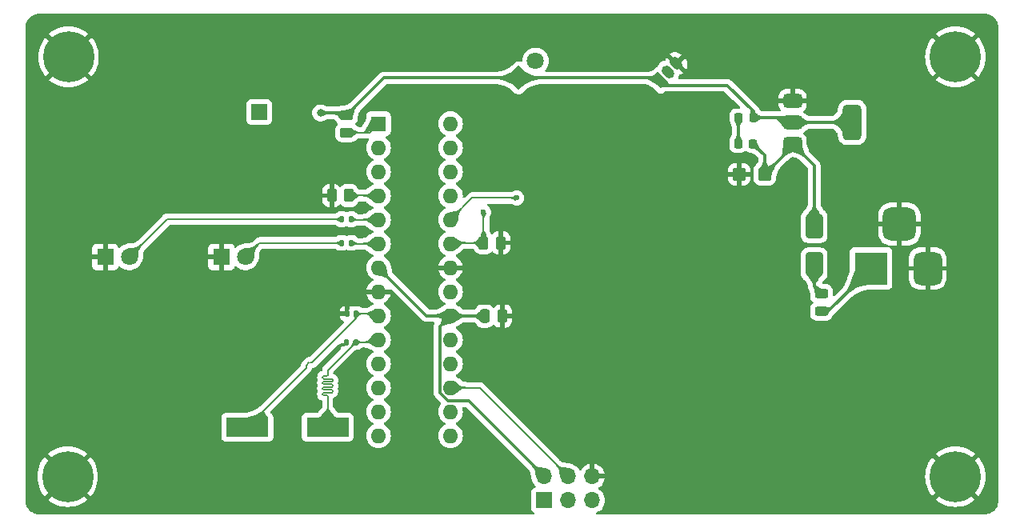
<source format=gbr>
%TF.GenerationSoftware,KiCad,Pcbnew,8.0.8*%
%TF.CreationDate,2025-02-21T18:26:29+02:00*%
%TF.ProjectId,iis22183,69697332-3231-4383-932e-6b696361645f,0*%
%TF.SameCoordinates,Original*%
%TF.FileFunction,Copper,L1,Top*%
%TF.FilePolarity,Positive*%
%FSLAX46Y46*%
G04 Gerber Fmt 4.6, Leading zero omitted, Abs format (unit mm)*
G04 Created by KiCad (PCBNEW 8.0.8) date 2025-02-21 18:26:29*
%MOMM*%
%LPD*%
G01*
G04 APERTURE LIST*
G04 Aperture macros list*
%AMRoundRect*
0 Rectangle with rounded corners*
0 $1 Rounding radius*
0 $2 $3 $4 $5 $6 $7 $8 $9 X,Y pos of 4 corners*
0 Add a 4 corners polygon primitive as box body*
4,1,4,$2,$3,$4,$5,$6,$7,$8,$9,$2,$3,0*
0 Add four circle primitives for the rounded corners*
1,1,$1+$1,$2,$3*
1,1,$1+$1,$4,$5*
1,1,$1+$1,$6,$7*
1,1,$1+$1,$8,$9*
0 Add four rect primitives between the rounded corners*
20,1,$1+$1,$2,$3,$4,$5,0*
20,1,$1+$1,$4,$5,$6,$7,0*
20,1,$1+$1,$6,$7,$8,$9,0*
20,1,$1+$1,$8,$9,$2,$3,0*%
%AMHorizOval*
0 Thick line with rounded ends*
0 $1 width*
0 $2 $3 position (X,Y) of the first rounded end (center of the circle)*
0 $4 $5 position (X,Y) of the second rounded end (center of the circle)*
0 Add line between two ends*
20,1,$1,$2,$3,$4,$5,0*
0 Add two circle primitives to create the rounded ends*
1,1,$1,$2,$3*
1,1,$1,$4,$5*%
%AMRotRect*
0 Rectangle, with rotation*
0 The origin of the aperture is its center*
0 $1 length*
0 $2 width*
0 $3 Rotation angle, in degrees counterclockwise*
0 Add horizontal line*
21,1,$1,$2,0,0,$3*%
G04 Aperture macros list end*
%TA.AperFunction,SMDPad,CuDef*%
%ADD10RoundRect,0.250000X-0.262500X-0.450000X0.262500X-0.450000X0.262500X0.450000X-0.262500X0.450000X0*%
%TD*%
%TA.AperFunction,ComponentPad*%
%ADD11C,0.800000*%
%TD*%
%TA.AperFunction,ComponentPad*%
%ADD12C,5.400000*%
%TD*%
%TA.AperFunction,SMDPad,CuDef*%
%ADD13RoundRect,0.135000X0.135000X0.185000X-0.135000X0.185000X-0.135000X-0.185000X0.135000X-0.185000X0*%
%TD*%
%TA.AperFunction,SMDPad,CuDef*%
%ADD14RoundRect,0.250000X0.450000X0.425000X-0.450000X0.425000X-0.450000X-0.425000X0.450000X-0.425000X0*%
%TD*%
%TA.AperFunction,ComponentPad*%
%ADD15R,1.700000X1.700000*%
%TD*%
%TA.AperFunction,SMDPad,CuDef*%
%ADD16RoundRect,0.250000X0.262500X0.450000X-0.262500X0.450000X-0.262500X-0.450000X0.262500X-0.450000X0*%
%TD*%
%TA.AperFunction,SMDPad,CuDef*%
%ADD17RoundRect,0.250000X-0.650000X1.000000X-0.650000X-1.000000X0.650000X-1.000000X0.650000X1.000000X0*%
%TD*%
%TA.AperFunction,ComponentPad*%
%ADD18R,3.500000X3.500000*%
%TD*%
%TA.AperFunction,ComponentPad*%
%ADD19RoundRect,0.750000X0.750000X1.000000X-0.750000X1.000000X-0.750000X-1.000000X0.750000X-1.000000X0*%
%TD*%
%TA.AperFunction,ComponentPad*%
%ADD20RoundRect,0.875000X0.875000X0.875000X-0.875000X0.875000X-0.875000X-0.875000X0.875000X-0.875000X0*%
%TD*%
%TA.AperFunction,ComponentPad*%
%ADD21R,1.800000X1.800000*%
%TD*%
%TA.AperFunction,ComponentPad*%
%ADD22C,1.800000*%
%TD*%
%TA.AperFunction,SMDPad,CuDef*%
%ADD23RoundRect,0.140000X0.140000X0.170000X-0.140000X0.170000X-0.140000X-0.170000X0.140000X-0.170000X0*%
%TD*%
%TA.AperFunction,ComponentPad*%
%ADD24RotRect,1.050000X1.500000X45.000000*%
%TD*%
%TA.AperFunction,ComponentPad*%
%ADD25HorizOval,1.050000X-0.159099X0.159099X0.159099X-0.159099X0*%
%TD*%
%TA.AperFunction,SMDPad,CuDef*%
%ADD26RoundRect,0.375000X-0.625000X-0.375000X0.625000X-0.375000X0.625000X0.375000X-0.625000X0.375000X0*%
%TD*%
%TA.AperFunction,SMDPad,CuDef*%
%ADD27RoundRect,0.500000X-0.500000X-1.400000X0.500000X-1.400000X0.500000X1.400000X-0.500000X1.400000X0*%
%TD*%
%TA.AperFunction,SMDPad,CuDef*%
%ADD28RoundRect,0.225000X0.225000X0.250000X-0.225000X0.250000X-0.225000X-0.250000X0.225000X-0.250000X0*%
%TD*%
%TA.AperFunction,SMDPad,CuDef*%
%ADD29RoundRect,0.243750X0.456250X-0.243750X0.456250X0.243750X-0.456250X0.243750X-0.456250X-0.243750X0*%
%TD*%
%TA.AperFunction,ComponentPad*%
%ADD30R,1.600000X1.600000*%
%TD*%
%TA.AperFunction,ComponentPad*%
%ADD31O,1.600000X1.600000*%
%TD*%
%TA.AperFunction,SMDPad,CuDef*%
%ADD32RoundRect,0.250000X-0.250000X-0.475000X0.250000X-0.475000X0.250000X0.475000X-0.250000X0.475000X0*%
%TD*%
%TA.AperFunction,ComponentPad*%
%ADD33RotRect,1.800000X1.800000X45.000000*%
%TD*%
%TA.AperFunction,ComponentPad*%
%ADD34O,1.700000X1.700000*%
%TD*%
%TA.AperFunction,SMDPad,CuDef*%
%ADD35RoundRect,0.250000X0.450000X-0.262500X0.450000X0.262500X-0.450000X0.262500X-0.450000X-0.262500X0*%
%TD*%
%TA.AperFunction,SMDPad,CuDef*%
%ADD36R,4.500000X2.000000*%
%TD*%
%TA.AperFunction,ViaPad*%
%ADD37C,0.800000*%
%TD*%
%TA.AperFunction,ViaPad*%
%ADD38C,0.600000*%
%TD*%
%TA.AperFunction,Conductor*%
%ADD39C,0.300000*%
%TD*%
%TA.AperFunction,Conductor*%
%ADD40C,0.140000*%
%TD*%
%TA.AperFunction,Conductor*%
%ADD41C,0.200000*%
%TD*%
G04 APERTURE END LIST*
D10*
%TO.P,R4,1*%
%TO.N,GND*%
X132425000Y-92750000D03*
%TO.P,R4,2*%
%TO.N,/DOOR*%
X134250000Y-92750000D03*
%TD*%
D11*
%TO.P,H1,1,1*%
%TO.N,GND*%
X102543109Y-78068109D03*
X103136218Y-76636218D03*
X103136218Y-79500000D03*
X104568109Y-76043109D03*
D12*
X104568109Y-78068109D03*
D11*
X104568109Y-80093109D03*
X106000000Y-76636218D03*
X106000000Y-79500000D03*
X106593109Y-78068109D03*
%TD*%
%TO.P,H3,1,1*%
%TO.N,GND*%
X196406891Y-78068109D03*
X197000000Y-76636218D03*
X197000000Y-79500000D03*
X198431891Y-76043109D03*
D12*
X198431891Y-78068109D03*
D11*
X198431891Y-80093109D03*
X199863782Y-76636218D03*
X199863782Y-79500000D03*
X200456891Y-78068109D03*
%TD*%
D13*
%TO.P,R2,1*%
%TO.N,Net-(U1-PD3)*%
X134500000Y-95250000D03*
%TO.P,R2,2*%
%TO.N,Net-(D2-A)*%
X133480000Y-95250000D03*
%TD*%
D14*
%TO.P,C1,1*%
%TO.N,9V*%
X178250000Y-90500000D03*
%TO.P,C1,2*%
%TO.N,GND*%
X175550000Y-90500000D03*
%TD*%
D15*
%TO.P,J3,1,Pin_1*%
%TO.N,/DOOR*%
X124750000Y-83900000D03*
%TD*%
D16*
%TO.P,R5,1*%
%TO.N,GND*%
X150325000Y-97750000D03*
%TO.P,R5,2*%
%TO.N,/PHOTO_D*%
X148500000Y-97750000D03*
%TD*%
D17*
%TO.P,D1,1,K*%
%TO.N,9V*%
X183500000Y-96000000D03*
%TO.P,D1,2,A*%
%TO.N,Net-(D1-A)*%
X183500000Y-100000000D03*
%TD*%
D18*
%TO.P,J2,1*%
%TO.N,Net-(F1-Pad1)*%
X189500000Y-100457500D03*
D19*
%TO.P,J2,2*%
%TO.N,GND*%
X195500000Y-100457500D03*
D20*
%TO.P,J2,3*%
X192500000Y-95757500D03*
%TD*%
D13*
%TO.P,R3,1*%
%TO.N,Net-(U1-PD4)*%
X134500000Y-97750000D03*
%TO.P,R3,2*%
%TO.N,Net-(D3-A)*%
X133480000Y-97750000D03*
%TD*%
D21*
%TO.P,D3,1,K*%
%TO.N,GND*%
X120750000Y-99250000D03*
D22*
%TO.P,D3,2,A*%
%TO.N,Net-(D3-A)*%
X123290000Y-99250000D03*
%TD*%
D23*
%TO.P,C4,1*%
%TO.N,/XTAL2*%
X134960000Y-108250000D03*
%TO.P,C4,2*%
%TO.N,GND*%
X134000000Y-108250000D03*
%TD*%
D11*
%TO.P,H4,1,1*%
%TO.N,GND*%
X196406891Y-122500000D03*
X197000000Y-121068109D03*
X197000000Y-123931891D03*
X198431891Y-120475000D03*
D12*
X198431891Y-122500000D03*
D11*
X198431891Y-124525000D03*
X199863782Y-121068109D03*
X199863782Y-123931891D03*
X200456891Y-122500000D03*
%TD*%
D24*
%TO.P,U2,1,V+*%
%TO.N,5V*%
X167101974Y-80547073D03*
D25*
%TO.P,U2,2,Signal*%
%TO.N,/TMP1*%
X168000000Y-79649047D03*
%TO.P,U2,3,GND*%
%TO.N,GND*%
X168898025Y-78751022D03*
%TD*%
D26*
%TO.P,U3,1,ADJ*%
%TO.N,GND*%
X181200000Y-82700000D03*
%TO.P,U3,2,VO*%
%TO.N,5V*%
X181200000Y-85000000D03*
D27*
X187500000Y-85000000D03*
D26*
%TO.P,U3,3,VI*%
%TO.N,9V*%
X181200000Y-87300000D03*
%TD*%
D28*
%TO.P,C5,1*%
%TO.N,5V*%
X177050000Y-84500000D03*
%TO.P,C5,2*%
%TO.N,Net-(C5-Pad2)*%
X175500000Y-84500000D03*
%TD*%
D29*
%TO.P,F1,1*%
%TO.N,Net-(F1-Pad1)*%
X184250000Y-105000000D03*
%TO.P,F1,2*%
%TO.N,Net-(D1-A)*%
X184250000Y-103125000D03*
%TD*%
D30*
%TO.P,U1,1,~{RESET}/PC6*%
%TO.N,/RESET*%
X137380000Y-85140000D03*
D31*
%TO.P,U1,2,PD0*%
%TO.N,unconnected-(U1-PD0-Pad2)*%
X137380000Y-87680000D03*
%TO.P,U1,3,PD1*%
%TO.N,unconnected-(U1-PD1-Pad3)*%
X137380000Y-90220000D03*
%TO.P,U1,4,PD2*%
%TO.N,/DOOR*%
X137380000Y-92760000D03*
%TO.P,U1,5,PD3*%
%TO.N,Net-(U1-PD3)*%
X137380000Y-95300000D03*
%TO.P,U1,6,PD4*%
%TO.N,Net-(U1-PD4)*%
X137380000Y-97840000D03*
%TO.P,U1,7,VCC*%
%TO.N,5V*%
X137380000Y-100380000D03*
%TO.P,U1,8,GND*%
%TO.N,GND*%
X137380000Y-102920000D03*
%TO.P,U1,9,XTAL1/PB6*%
%TO.N,/XTAL1*%
X137380000Y-105460000D03*
%TO.P,U1,10,XTAL2/PB7*%
%TO.N,/XTAL2*%
X137380000Y-108000000D03*
%TO.P,U1,11,PD5*%
%TO.N,unconnected-(U1-PD5-Pad11)*%
X137380000Y-110540000D03*
%TO.P,U1,12,PD6*%
%TO.N,unconnected-(U1-PD6-Pad12)*%
X137380000Y-113080000D03*
%TO.P,U1,13,PD7*%
%TO.N,unconnected-(U1-PD7-Pad13)*%
X137380000Y-115620000D03*
%TO.P,U1,14,PB0*%
%TO.N,unconnected-(U1-PB0-Pad14)*%
X137380000Y-118160000D03*
%TO.P,U1,15,PB1*%
%TO.N,unconnected-(U1-PB1-Pad15)*%
X145000000Y-118160000D03*
%TO.P,U1,16,PB2*%
%TO.N,unconnected-(U1-PB2-Pad16)*%
X145000000Y-115620000D03*
%TO.P,U1,17,PB3*%
%TO.N,Net-(J1-Pin_4)*%
X145000000Y-113080000D03*
%TO.P,U1,18,PB4*%
%TO.N,Net-(J1-Pin_1)*%
X145000000Y-110540000D03*
%TO.P,U1,19,PB5*%
%TO.N,Net-(J1-Pin_3)*%
X145000000Y-108000000D03*
%TO.P,U1,20,AVCC*%
%TO.N,5V*%
X145000000Y-105460000D03*
%TO.P,U1,21,AREF*%
%TO.N,unconnected-(U1-AREF-Pad21)*%
X145000000Y-102920000D03*
%TO.P,U1,22,GND*%
%TO.N,GND*%
X145000000Y-100380000D03*
%TO.P,U1,23,PC0*%
%TO.N,/PHOTO_D*%
X145000000Y-97840000D03*
%TO.P,U1,24,PC1*%
%TO.N,/TMP1*%
X145000000Y-95300000D03*
%TO.P,U1,25,PC2*%
%TO.N,unconnected-(U1-PC2-Pad25)*%
X145000000Y-92760000D03*
%TO.P,U1,26,PC3*%
%TO.N,unconnected-(U1-PC3-Pad26)*%
X145000000Y-90220000D03*
%TO.P,U1,27,PC4*%
%TO.N,unconnected-(U1-PC4-Pad27)*%
X145000000Y-87680000D03*
%TO.P,U1,28,PC5*%
%TO.N,unconnected-(U1-PC5-Pad28)*%
X145000000Y-85140000D03*
%TD*%
D32*
%TO.P,C2,1*%
%TO.N,5V*%
X148600000Y-105500000D03*
%TO.P,C2,2*%
%TO.N,GND*%
X150500000Y-105500000D03*
%TD*%
D23*
%TO.P,C3,1*%
%TO.N,/XTAL1*%
X135000000Y-105250000D03*
%TO.P,C3,2*%
%TO.N,GND*%
X134040000Y-105250000D03*
%TD*%
D33*
%TO.P,D4,1,K*%
%TO.N,5V*%
X152203949Y-80296051D03*
D22*
%TO.P,D4,2,A*%
%TO.N,/PHOTO_D*%
X154000000Y-78500000D03*
%TD*%
D28*
%TO.P,C6,1*%
%TO.N,9V*%
X177000000Y-87250000D03*
%TO.P,C6,2*%
%TO.N,Net-(C5-Pad2)*%
X175450000Y-87250000D03*
%TD*%
D21*
%TO.P,D2,1,K*%
%TO.N,GND*%
X108460000Y-99250000D03*
D22*
%TO.P,D2,2,A*%
%TO.N,Net-(D2-A)*%
X111000000Y-99250000D03*
%TD*%
D11*
%TO.P,H2,1,1*%
%TO.N,GND*%
X102450000Y-122500000D03*
X103043109Y-121068109D03*
X103043109Y-123931891D03*
X104475000Y-120475000D03*
D12*
X104475000Y-122500000D03*
D11*
X104475000Y-124525000D03*
X105906891Y-121068109D03*
X105906891Y-123931891D03*
X106500000Y-122500000D03*
%TD*%
D15*
%TO.P,J1,1,Pin_1*%
%TO.N,Net-(J1-Pin_1)*%
X154920000Y-125000000D03*
D34*
%TO.P,J1,2,Pin_2*%
%TO.N,5V*%
X154920000Y-122460000D03*
%TO.P,J1,3,Pin_3*%
%TO.N,Net-(J1-Pin_3)*%
X157460000Y-125000000D03*
%TO.P,J1,4,Pin_4*%
%TO.N,Net-(J1-Pin_4)*%
X157460000Y-122460000D03*
%TO.P,J1,5,Pin_5*%
%TO.N,/RESET*%
X160000000Y-125000000D03*
%TO.P,J1,6,Pin_6*%
%TO.N,GND*%
X160000000Y-122460000D03*
%TD*%
D35*
%TO.P,R1,1*%
%TO.N,/RESET*%
X134000000Y-86075000D03*
%TO.P,R1,2*%
%TO.N,5V*%
X134000000Y-84250000D03*
%TD*%
D36*
%TO.P,Y1,1,1*%
%TO.N,/XTAL2*%
X132000000Y-117250000D03*
%TO.P,Y1,2,2*%
%TO.N,/XTAL1*%
X123500000Y-117250000D03*
%TD*%
D37*
%TO.N,5V*%
X131250000Y-84000000D03*
D38*
%TO.N,/PHOTO_D*%
X148500000Y-94500000D03*
%TO.N,/TMP1*%
X152000000Y-93000000D03*
%TD*%
D39*
%TO.N,GND*%
X133750000Y-108500000D02*
X133500000Y-108500000D01*
X133500000Y-108500000D02*
X133000000Y-109000000D01*
X134000000Y-108250000D02*
X133750000Y-108500000D01*
%TO.N,9V*%
X183500000Y-89600000D02*
X181200000Y-87300000D01*
X178250000Y-90500000D02*
X178250000Y-88500000D01*
X183500000Y-96000000D02*
X183500000Y-89600000D01*
X181200000Y-87550000D02*
X178250000Y-90500000D01*
X178250000Y-88500000D02*
X177000000Y-87250000D01*
X181200000Y-87300000D02*
X181200000Y-87550000D01*
%TO.N,5V*%
X177050000Y-84500000D02*
X180700000Y-84500000D01*
X133750000Y-84000000D02*
X134000000Y-84250000D01*
X142460000Y-105460000D02*
X137380000Y-100380000D01*
X152203949Y-80296051D02*
X137953949Y-80296051D01*
X131250000Y-84000000D02*
X133750000Y-84000000D01*
X143850000Y-106610000D02*
X145000000Y-105460000D01*
X145000000Y-105460000D02*
X142460000Y-105460000D01*
X137953949Y-80296051D02*
X134000000Y-84250000D01*
X177050000Y-83824694D02*
X174302709Y-81077403D01*
X143850000Y-113600000D02*
X143850000Y-106610000D01*
X146930000Y-114470000D02*
X144720000Y-114470000D01*
X177050000Y-84500000D02*
X177050000Y-83824694D01*
X166850952Y-80296051D02*
X167101974Y-80547073D01*
X152203949Y-80296051D02*
X166850952Y-80296051D01*
X144720000Y-114470000D02*
X143850000Y-113600000D01*
X167632304Y-81077403D02*
X167101974Y-80547073D01*
X154920000Y-122460000D02*
X146930000Y-114470000D01*
X174302709Y-81077403D02*
X167632304Y-81077403D01*
X181200000Y-85000000D02*
X187500000Y-85000000D01*
X148600000Y-105500000D02*
X145040000Y-105500000D01*
X145040000Y-105500000D02*
X145000000Y-105460000D01*
X180700000Y-84500000D02*
X181200000Y-85000000D01*
D40*
%TO.N,/XTAL1*%
X130324252Y-110425751D02*
X130601992Y-110148009D01*
X135000000Y-105750000D02*
X135000000Y-105250000D01*
X129753462Y-110703492D02*
X130031204Y-110425751D01*
X123500000Y-117250000D02*
X129753462Y-110996538D01*
X137170000Y-105250000D02*
X137380000Y-105460000D01*
X135000000Y-105250000D02*
X137170000Y-105250000D01*
X130601992Y-110148009D02*
X130802301Y-109947699D01*
X130802301Y-109947699D02*
X135000000Y-105750000D01*
X130177728Y-110425751D02*
G75*
G03*
X130324252Y-110425751I73262J73262D01*
G01*
X129753463Y-110850014D02*
G75*
G02*
X129753509Y-110703540I73237J73214D01*
G01*
X129753462Y-110996538D02*
G75*
G03*
X129753439Y-110850039I-73262J73238D01*
G01*
X130031204Y-110425751D02*
G75*
G02*
X130177728Y-110425751I73262J-73262D01*
G01*
%TO.N,/XTAL2*%
X131459246Y-112608000D02*
X131459246Y-112550000D01*
X131884000Y-113594000D02*
X132000000Y-113594000D01*
X132000000Y-112724000D02*
X131575246Y-112724000D01*
X132540751Y-112898000D02*
X132540751Y-112840000D01*
X131884000Y-112144000D02*
X131575239Y-112144000D01*
X132000000Y-112434000D02*
X132424751Y-112434000D01*
X131575248Y-113594000D02*
X131884000Y-113594000D01*
X132540751Y-112318000D02*
X132540751Y-112260000D01*
X131575248Y-113014000D02*
X132000000Y-113014000D01*
X132000000Y-111500000D02*
X132000000Y-111210000D01*
X132000000Y-113594000D02*
X132424751Y-113594000D01*
X134960000Y-108250000D02*
X137130000Y-108250000D01*
X132424751Y-112724000D02*
X132000000Y-112724000D01*
X131459239Y-112028000D02*
X131459239Y-111970000D01*
X132000000Y-111210000D02*
X134960000Y-108250000D01*
X132424751Y-112144000D02*
X132000000Y-112144000D01*
X131459248Y-113768000D02*
X131459248Y-113710000D01*
X131575239Y-111854000D02*
X131884000Y-111854000D01*
X132540751Y-113478000D02*
X132540751Y-113420000D01*
X132000000Y-113304000D02*
X131575248Y-113304000D01*
X132000000Y-111680000D02*
X132000000Y-111500000D01*
X137130000Y-108250000D02*
X137380000Y-108000000D01*
X131459248Y-113188000D02*
X131459248Y-113130000D01*
X132000000Y-117250000D02*
X132000000Y-114000000D01*
X132424751Y-113304000D02*
X132000000Y-113304000D01*
X131575246Y-112434000D02*
X132000000Y-112434000D01*
X132000000Y-113014000D02*
X132424751Y-113014000D01*
X132000000Y-112144000D02*
X131884000Y-112144000D01*
X132000000Y-111738000D02*
X132000000Y-111680000D01*
X131884000Y-113884000D02*
X131575248Y-113884000D01*
X132424751Y-112434000D02*
G75*
G03*
X132540700Y-112318000I-51J116000D01*
G01*
X131459239Y-111970000D02*
G75*
G02*
X131575239Y-111854039I115961J0D01*
G01*
X131575239Y-112144000D02*
G75*
G02*
X131459200Y-112028000I-39J116000D01*
G01*
X131575248Y-113884000D02*
G75*
G02*
X131459200Y-113768000I-48J116000D01*
G01*
X131884000Y-111854000D02*
G75*
G03*
X132000000Y-111738000I0J116000D01*
G01*
X132000000Y-114000000D02*
G75*
G03*
X131884000Y-113884000I-116000J0D01*
G01*
X132424751Y-113594000D02*
G75*
G03*
X132540700Y-113478000I-51J116000D01*
G01*
X132540751Y-112260000D02*
G75*
G03*
X132424751Y-112143949I-116051J0D01*
G01*
X132540751Y-112840000D02*
G75*
G03*
X132424751Y-112723949I-116051J0D01*
G01*
X131459246Y-112550000D02*
G75*
G02*
X131575246Y-112434046I115954J0D01*
G01*
X131459248Y-113130000D02*
G75*
G02*
X131575248Y-113014048I115952J0D01*
G01*
X131575246Y-112724000D02*
G75*
G02*
X131459200Y-112608000I-46J116000D01*
G01*
X132424751Y-113014000D02*
G75*
G03*
X132540700Y-112898000I-51J116000D01*
G01*
X131575248Y-113304000D02*
G75*
G02*
X131459200Y-113188000I-48J116000D01*
G01*
X132540751Y-113420000D02*
G75*
G03*
X132424751Y-113303949I-116051J0D01*
G01*
X131459248Y-113710000D02*
G75*
G02*
X131575248Y-113594048I115952J0D01*
G01*
D39*
%TO.N,Net-(C5-Pad2)*%
X175450000Y-87250000D02*
X175450000Y-84550000D01*
X175450000Y-84550000D02*
X175500000Y-84500000D01*
%TO.N,Net-(D1-A)*%
X184250000Y-103125000D02*
X183500000Y-102375000D01*
X183500000Y-102375000D02*
X183500000Y-100000000D01*
D41*
%TO.N,Net-(D2-A)*%
X133480000Y-95250000D02*
X115000000Y-95250000D01*
X115000000Y-95250000D02*
X111000000Y-99250000D01*
%TO.N,Net-(D3-A)*%
X124790000Y-97750000D02*
X123290000Y-99250000D01*
X133480000Y-97750000D02*
X124790000Y-97750000D01*
%TO.N,/PHOTO_D*%
X148500000Y-97750000D02*
X145090000Y-97750000D01*
X148500000Y-94500000D02*
X148500000Y-97750000D01*
X145090000Y-97750000D02*
X145000000Y-97840000D01*
D39*
%TO.N,Net-(F1-Pad1)*%
X184957500Y-105000000D02*
X184250000Y-105000000D01*
X189500000Y-100457500D02*
X184957500Y-105000000D01*
D41*
%TO.N,/RESET*%
X134000000Y-86075000D02*
X136445000Y-86075000D01*
X136445000Y-86075000D02*
X137380000Y-85140000D01*
%TO.N,Net-(J1-Pin_4)*%
X148080000Y-113080000D02*
X145000000Y-113080000D01*
X157460000Y-122460000D02*
X148080000Y-113080000D01*
%TO.N,/DOOR*%
X134250000Y-92750000D02*
X137370000Y-92750000D01*
X137370000Y-92750000D02*
X137380000Y-92760000D01*
%TO.N,Net-(U1-PD3)*%
X134550000Y-95300000D02*
X134500000Y-95250000D01*
X137380000Y-95300000D02*
X134550000Y-95300000D01*
%TO.N,Net-(U1-PD4)*%
X134590000Y-97840000D02*
X134500000Y-97750000D01*
X137380000Y-97840000D02*
X134590000Y-97840000D01*
%TO.N,/TMP1*%
X147300000Y-93000000D02*
X145000000Y-95300000D01*
X152000000Y-93000000D02*
X147300000Y-93000000D01*
%TD*%
%TA.AperFunction,Conductor*%
%TO.N,/TMP1*%
G36*
X146068035Y-94105295D02*
G01*
X146194704Y-94231964D01*
X146198131Y-94240237D01*
X146195595Y-94247511D01*
X145984518Y-94513413D01*
X145898224Y-94748883D01*
X145898223Y-94748886D01*
X145874427Y-94983887D01*
X145874416Y-94983991D01*
X145844421Y-95255926D01*
X145843995Y-95258018D01*
X145742831Y-95593777D01*
X145737163Y-95600710D01*
X145728253Y-95601605D01*
X145727163Y-95601217D01*
X145003787Y-95302562D01*
X144997448Y-95296237D01*
X144997437Y-95296212D01*
X144981246Y-95256996D01*
X144698782Y-94572834D01*
X144698793Y-94563881D01*
X144705132Y-94557556D01*
X144706201Y-94557175D01*
X145041981Y-94456001D01*
X145044070Y-94455576D01*
X145316008Y-94425582D01*
X145484366Y-94408532D01*
X145551112Y-94401774D01*
X145551113Y-94401773D01*
X145551119Y-94401773D01*
X145786586Y-94315480D01*
X146052490Y-94104403D01*
X146061098Y-94101945D01*
X146068035Y-94105295D01*
G37*
%TD.AperFunction*%
%TD*%
%TA.AperFunction,Conductor*%
%TO.N,Net-(U1-PD3)*%
G36*
X137078314Y-94571780D02*
G01*
X137078810Y-94572825D01*
X137379134Y-95295510D01*
X137379144Y-95304463D01*
X137379135Y-95304485D01*
X137379134Y-95304490D01*
X137078810Y-96027174D01*
X137072471Y-96033499D01*
X137063516Y-96033488D01*
X137062471Y-96032992D01*
X136753520Y-95867110D01*
X136751739Y-95865932D01*
X136538315Y-95694912D01*
X136538234Y-95694847D01*
X136497363Y-95661493D01*
X136355156Y-95545440D01*
X136127641Y-95439959D01*
X136127639Y-95439958D01*
X136127638Y-95439958D01*
X136127636Y-95439957D01*
X136127633Y-95439957D01*
X135790364Y-95401191D01*
X135782536Y-95396842D01*
X135780000Y-95389568D01*
X135780000Y-95210431D01*
X135783427Y-95202158D01*
X135790362Y-95198808D01*
X136127638Y-95160040D01*
X136355156Y-95054558D01*
X136538241Y-94905145D01*
X136751741Y-94734064D01*
X136753520Y-94732888D01*
X137053582Y-94571780D01*
X137062471Y-94567006D01*
X137071381Y-94566112D01*
X137078314Y-94571780D01*
G37*
%TD.AperFunction*%
%TD*%
%TA.AperFunction,Conductor*%
%TO.N,5V*%
G36*
X133555622Y-83743888D02*
G01*
X133960377Y-84203838D01*
X133991608Y-84239327D01*
X133994501Y-84247801D01*
X133990554Y-84255839D01*
X133988720Y-84257162D01*
X133346908Y-84631546D01*
X133338035Y-84632755D01*
X133331797Y-84628648D01*
X133227969Y-84495853D01*
X133227963Y-84495847D01*
X133227958Y-84495840D01*
X133117853Y-84376766D01*
X133007733Y-84279425D01*
X133007729Y-84279422D01*
X132897618Y-84203838D01*
X132794061Y-84153207D01*
X132788134Y-84146494D01*
X132787500Y-84142696D01*
X132787500Y-83863421D01*
X132790927Y-83855148D01*
X132799200Y-83851721D01*
X132800782Y-83851829D01*
X132940000Y-83871000D01*
X133092500Y-83870250D01*
X133244999Y-83847750D01*
X133397499Y-83803500D01*
X133542192Y-83740878D01*
X133551145Y-83740738D01*
X133555622Y-83743888D01*
G37*
%TD.AperFunction*%
%TD*%
%TA.AperFunction,Conductor*%
%TO.N,9V*%
G36*
X179239779Y-89311603D02*
G01*
X179439007Y-89510831D01*
X179442434Y-89519104D01*
X179441043Y-89524637D01*
X179346129Y-89701488D01*
X179247094Y-89917518D01*
X179148057Y-90165055D01*
X179049034Y-90444058D01*
X178953695Y-90743004D01*
X178947916Y-90749845D01*
X178938993Y-90750596D01*
X178938562Y-90750449D01*
X178254150Y-90502467D01*
X178247539Y-90496427D01*
X178247333Y-90495960D01*
X177976037Y-89838643D01*
X177976048Y-89829690D01*
X177982388Y-89823366D01*
X177984971Y-89822633D01*
X178222929Y-89783969D01*
X178413501Y-89729231D01*
X178475446Y-89711440D01*
X178475446Y-89711439D01*
X178475452Y-89711438D01*
X178727975Y-89607407D01*
X178980498Y-89471876D01*
X178980502Y-89471872D01*
X178980505Y-89471872D01*
X179222806Y-89311603D01*
X179225051Y-89310117D01*
X179233842Y-89308412D01*
X179239779Y-89311603D01*
G37*
%TD.AperFunction*%
%TD*%
%TA.AperFunction,Conductor*%
%TO.N,9V*%
G36*
X183651101Y-93853427D02*
G01*
X183653254Y-93856390D01*
X183785355Y-94115768D01*
X183920710Y-94345975D01*
X184039288Y-94516491D01*
X184056068Y-94540622D01*
X184056069Y-94540623D01*
X184191420Y-94699701D01*
X184191422Y-94699703D01*
X184319173Y-94816284D01*
X184322974Y-94824392D01*
X184320862Y-94831648D01*
X183509576Y-95987358D01*
X183502018Y-95992161D01*
X183493278Y-95990212D01*
X183490424Y-95987358D01*
X182679137Y-94831648D01*
X182677188Y-94822908D01*
X182680825Y-94816285D01*
X182808578Y-94699702D01*
X182943933Y-94540619D01*
X183079289Y-94345975D01*
X183214644Y-94115768D01*
X183346746Y-93856390D01*
X183353555Y-93850573D01*
X183357172Y-93850000D01*
X183642828Y-93850000D01*
X183651101Y-93853427D01*
G37*
%TD.AperFunction*%
%TD*%
%TA.AperFunction,Conductor*%
%TO.N,/XTAL2*%
G36*
X136822598Y-107442628D02*
G01*
X136823237Y-107443221D01*
X137375455Y-107994465D01*
X137378889Y-108002735D01*
X137377993Y-108007235D01*
X137078544Y-108727815D01*
X137072205Y-108734140D01*
X137063250Y-108734129D01*
X137062781Y-108733922D01*
X136774947Y-108599217D01*
X136774282Y-108598880D01*
X136640071Y-108525316D01*
X136562982Y-108483061D01*
X136376572Y-108395179D01*
X136376570Y-108395178D01*
X136152962Y-108339471D01*
X135840724Y-108320662D01*
X135832672Y-108316744D01*
X135829728Y-108308983D01*
X135829728Y-108190382D01*
X135833155Y-108182109D01*
X135840034Y-108178766D01*
X136127342Y-108144369D01*
X136317321Y-108043280D01*
X136456951Y-107885437D01*
X136603220Y-107679968D01*
X136603853Y-107679159D01*
X136806098Y-107443873D01*
X136814090Y-107439834D01*
X136822598Y-107442628D01*
G37*
%TD.AperFunction*%
%TD*%
%TA.AperFunction,Conductor*%
%TO.N,5V*%
G36*
X138116272Y-100078730D02*
G01*
X138122597Y-100085069D01*
X138122940Y-100086014D01*
X138226860Y-100415383D01*
X138227270Y-100417152D01*
X138267266Y-100681429D01*
X138303227Y-100908623D01*
X138303228Y-100908628D01*
X138303228Y-100908630D01*
X138303229Y-100908631D01*
X138392886Y-101122940D01*
X138398714Y-101136870D01*
X138472039Y-101226860D01*
X138610761Y-101397112D01*
X138613331Y-101405690D01*
X138609964Y-101412775D01*
X138412775Y-101609964D01*
X138404502Y-101613391D01*
X138397112Y-101610761D01*
X138260332Y-101499312D01*
X138136870Y-101398714D01*
X138136868Y-101398713D01*
X137908631Y-101303229D01*
X137908630Y-101303228D01*
X137908628Y-101303228D01*
X137908623Y-101303227D01*
X137681457Y-101267270D01*
X137417152Y-101227270D01*
X137415383Y-101226860D01*
X137086014Y-101122940D01*
X137079155Y-101117182D01*
X137078376Y-101108262D01*
X137078719Y-101107317D01*
X137160749Y-100908631D01*
X137377438Y-100383785D01*
X137383762Y-100377448D01*
X137383764Y-100377446D01*
X138107317Y-100078719D01*
X138116272Y-100078730D01*
G37*
%TD.AperFunction*%
%TD*%
%TA.AperFunction,Conductor*%
%TO.N,5V*%
G36*
X153832171Y-121158492D02*
G01*
X154110244Y-121384014D01*
X154354109Y-121483745D01*
X154596973Y-121519680D01*
X154879303Y-121560320D01*
X154881129Y-121560734D01*
X155233083Y-121670884D01*
X155239955Y-121676626D01*
X155240754Y-121685545D01*
X155240402Y-121686516D01*
X154922562Y-122456214D01*
X154916237Y-122462553D01*
X154916214Y-122462562D01*
X154146516Y-122780402D01*
X154137561Y-122780393D01*
X154131236Y-122774054D01*
X154130884Y-122773083D01*
X154020735Y-122421130D01*
X154020320Y-122419302D01*
X153979680Y-122136973D01*
X153943745Y-121894109D01*
X153844014Y-121650244D01*
X153618492Y-121372171D01*
X153615943Y-121363589D01*
X153619306Y-121356531D01*
X153816531Y-121159306D01*
X153824803Y-121155880D01*
X153832171Y-121158492D01*
G37*
%TD.AperFunction*%
%TD*%
%TA.AperFunction,Conductor*%
%TO.N,5V*%
G36*
X181976505Y-84285979D02*
G01*
X182164800Y-84460975D01*
X182164804Y-84460979D01*
X182361097Y-84609338D01*
X182361100Y-84609339D01*
X182361103Y-84609342D01*
X182557402Y-84723633D01*
X182753701Y-84803852D01*
X182753710Y-84803854D01*
X182940978Y-84847879D01*
X182948247Y-84853108D01*
X182950000Y-84859268D01*
X182950000Y-85140730D01*
X182946573Y-85149003D01*
X182940978Y-85152119D01*
X182753710Y-85196144D01*
X182753700Y-85196147D01*
X182669849Y-85230413D01*
X182557402Y-85276366D01*
X182557398Y-85276367D01*
X182557396Y-85276369D01*
X182361097Y-85390660D01*
X182164804Y-85539019D01*
X182164800Y-85539023D01*
X181976505Y-85714020D01*
X181968112Y-85717142D01*
X181960538Y-85713985D01*
X181615675Y-85390657D01*
X181208102Y-85008534D01*
X181204411Y-85000377D01*
X181207570Y-84991998D01*
X181208103Y-84991465D01*
X181358990Y-84850000D01*
X181960540Y-84286013D01*
X181968917Y-84282855D01*
X181976505Y-84285979D01*
G37*
%TD.AperFunction*%
%TD*%
%TA.AperFunction,Conductor*%
%TO.N,/TMP1*%
G36*
X151889696Y-92733652D02*
G01*
X151889947Y-92734210D01*
X151999115Y-92995489D01*
X151999142Y-93004444D01*
X151999115Y-93004511D01*
X151889947Y-93265788D01*
X151883595Y-93272100D01*
X151874640Y-93272073D01*
X151874082Y-93271822D01*
X151768359Y-93221005D01*
X151767466Y-93220527D01*
X151685724Y-93172114D01*
X151685709Y-93172105D01*
X151685695Y-93172098D01*
X151685687Y-93172093D01*
X151613644Y-93133899D01*
X151613643Y-93133898D01*
X151613640Y-93133897D01*
X151591911Y-93127656D01*
X151526730Y-93108936D01*
X151410877Y-93100766D01*
X151402865Y-93096766D01*
X151400000Y-93089095D01*
X151400000Y-92910903D01*
X151403427Y-92902630D01*
X151410874Y-92899233D01*
X151526727Y-92891062D01*
X151526730Y-92891061D01*
X151526732Y-92891061D01*
X151613630Y-92866105D01*
X151613631Y-92866104D01*
X151613640Y-92866102D01*
X151685709Y-92827893D01*
X151767477Y-92779463D01*
X151768346Y-92778998D01*
X151874085Y-92728175D01*
X151883024Y-92727680D01*
X151889696Y-92733652D01*
G37*
%TD.AperFunction*%
%TD*%
%TA.AperFunction,Conductor*%
%TO.N,Net-(D1-A)*%
G36*
X183506722Y-100009787D02*
G01*
X183509576Y-100012641D01*
X184320862Y-101168351D01*
X184322811Y-101177091D01*
X184319173Y-101183715D01*
X184191422Y-101300295D01*
X184191420Y-101300297D01*
X184056069Y-101459375D01*
X184056068Y-101459376D01*
X183920712Y-101654021D01*
X183920706Y-101654029D01*
X183785360Y-101884222D01*
X183653254Y-102143610D01*
X183646445Y-102149427D01*
X183642828Y-102150000D01*
X183357172Y-102150000D01*
X183348899Y-102146573D01*
X183346746Y-102143610D01*
X183316344Y-102083918D01*
X183214644Y-101884231D01*
X183079289Y-101654024D01*
X182943933Y-101459380D01*
X182808578Y-101300297D01*
X182680826Y-101183715D01*
X182677025Y-101175607D01*
X182679136Y-101168353D01*
X183490424Y-100012640D01*
X183497982Y-100007838D01*
X183506722Y-100009787D01*
G37*
%TD.AperFunction*%
%TD*%
%TA.AperFunction,Conductor*%
%TO.N,Net-(U1-PD3)*%
G36*
X134760424Y-95010703D02*
G01*
X134760500Y-95010781D01*
X134809858Y-95062208D01*
X134867393Y-95111956D01*
X134867396Y-95111958D01*
X134867400Y-95111961D01*
X134924932Y-95151506D01*
X134924933Y-95151507D01*
X134982458Y-95180849D01*
X134982464Y-95180852D01*
X135031995Y-95197335D01*
X135038762Y-95203198D01*
X135040000Y-95208436D01*
X135040000Y-95389620D01*
X135036573Y-95397893D01*
X135029695Y-95401237D01*
X135008049Y-95403835D01*
X134974914Y-95407814D01*
X134974912Y-95407814D01*
X134974908Y-95407815D01*
X134909834Y-95425826D01*
X134909829Y-95425828D01*
X134871637Y-95442384D01*
X134844743Y-95454043D01*
X134844740Y-95454044D01*
X134844737Y-95454046D01*
X134779658Y-95492456D01*
X134779656Y-95492458D01*
X134723982Y-95534042D01*
X134715303Y-95536247D01*
X134707607Y-95531669D01*
X134707579Y-95531631D01*
X134650116Y-95454043D01*
X134505069Y-95258195D01*
X134502900Y-95249508D01*
X134506291Y-95242869D01*
X134743880Y-95010517D01*
X134752189Y-95007184D01*
X134760424Y-95010703D01*
G37*
%TD.AperFunction*%
%TD*%
%TA.AperFunction,Conductor*%
%TO.N,5V*%
G36*
X152586577Y-79402873D02*
G01*
X152588579Y-79403943D01*
X152936741Y-79636051D01*
X153296741Y-79831051D01*
X153296746Y-79831053D01*
X153296752Y-79831056D01*
X153446747Y-79893553D01*
X153656741Y-79981051D01*
X154016741Y-80086051D01*
X154366965Y-80144421D01*
X154374562Y-80149161D01*
X154376741Y-80155962D01*
X154376741Y-80436139D01*
X154373314Y-80444412D01*
X154366964Y-80447680D01*
X154016743Y-80506050D01*
X153656740Y-80611051D01*
X153296752Y-80761045D01*
X153296746Y-80761048D01*
X152936732Y-80956056D01*
X152588579Y-81188158D01*
X152579794Y-81189896D01*
X152572354Y-81184913D01*
X152571284Y-81182911D01*
X152396075Y-80761051D01*
X152204811Y-80300536D01*
X152204803Y-80291587D01*
X152571284Y-79409189D01*
X152577622Y-79402864D01*
X152586577Y-79402873D01*
G37*
%TD.AperFunction*%
%TD*%
%TA.AperFunction,Conductor*%
%TO.N,5V*%
G36*
X134765378Y-83286332D02*
G01*
X134964735Y-83485689D01*
X134968162Y-83493962D01*
X134967017Y-83499010D01*
X134916472Y-83604687D01*
X134916470Y-83604692D01*
X134862353Y-83739587D01*
X134862353Y-83739588D01*
X134808231Y-83896248D01*
X134754115Y-84074637D01*
X134702421Y-84265826D01*
X134696954Y-84272918D01*
X134690725Y-84274465D01*
X134006832Y-84250966D01*
X133998682Y-84247257D01*
X133996417Y-84243732D01*
X133792889Y-83750047D01*
X133792904Y-83741095D01*
X133799247Y-83734773D01*
X133800882Y-83734236D01*
X133981864Y-83689382D01*
X134176012Y-83619514D01*
X134307103Y-83557652D01*
X134370150Y-83527901D01*
X134370152Y-83527899D01*
X134370160Y-83527896D01*
X134564308Y-83414528D01*
X134750423Y-83285001D01*
X134759170Y-83283089D01*
X134765378Y-83286332D01*
G37*
%TD.AperFunction*%
%TD*%
%TA.AperFunction,Conductor*%
%TO.N,Net-(D3-A)*%
G36*
X124499437Y-97913854D02*
G01*
X124626145Y-98040562D01*
X124629572Y-98048835D01*
X124627056Y-98056084D01*
X124389009Y-98357679D01*
X124294232Y-98624372D01*
X124270503Y-98890791D01*
X124270489Y-98890934D01*
X124239254Y-99198797D01*
X124238826Y-99200960D01*
X124125194Y-99581999D01*
X124119546Y-99588947D01*
X124110638Y-99589867D01*
X124109519Y-99589470D01*
X123718497Y-99427973D01*
X123293785Y-99252562D01*
X123287446Y-99246236D01*
X123287437Y-99246214D01*
X123268747Y-99200960D01*
X122950530Y-98430481D01*
X122950539Y-98421529D01*
X122956878Y-98415203D01*
X122957990Y-98414808D01*
X123339038Y-98301170D01*
X123341199Y-98300743D01*
X123649165Y-98269498D01*
X123915627Y-98245767D01*
X124182320Y-98150990D01*
X124483915Y-97912942D01*
X124492532Y-97910507D01*
X124499437Y-97913854D01*
G37*
%TD.AperFunction*%
%TD*%
%TA.AperFunction,Conductor*%
%TO.N,/XTAL2*%
G36*
X135190904Y-107978255D02*
G01*
X135191771Y-107979021D01*
X135250020Y-108035848D01*
X135317515Y-108089772D01*
X135385009Y-108131772D01*
X135452504Y-108161848D01*
X135511338Y-108177670D01*
X135518438Y-108183128D01*
X135520000Y-108188969D01*
X135520000Y-108311030D01*
X135516573Y-108319303D01*
X135511338Y-108322329D01*
X135452506Y-108338150D01*
X135385015Y-108368224D01*
X135385011Y-108368226D01*
X135317510Y-108410230D01*
X135250026Y-108464146D01*
X135250009Y-108464161D01*
X135191775Y-108520975D01*
X135183461Y-108524299D01*
X135175230Y-108520770D01*
X135174461Y-108519899D01*
X135129965Y-108464161D01*
X134964825Y-108257297D01*
X134962343Y-108248696D01*
X134964825Y-108242703D01*
X135174463Y-107980098D01*
X135182301Y-107975772D01*
X135190904Y-107978255D01*
G37*
%TD.AperFunction*%
%TD*%
%TA.AperFunction,Conductor*%
%TO.N,/XTAL2*%
G36*
X132071975Y-115253427D02*
G01*
X132073468Y-115255257D01*
X132255987Y-115531918D01*
X132255998Y-115531933D01*
X132441991Y-115772893D01*
X132441993Y-115772896D01*
X132442000Y-115772904D01*
X132628000Y-115972904D01*
X132814000Y-116131936D01*
X132814003Y-116131938D01*
X132987677Y-116242178D01*
X132992825Y-116249505D01*
X132991285Y-116258326D01*
X132989684Y-116260325D01*
X132008277Y-117242714D01*
X132000006Y-117246145D01*
X131991731Y-117242722D01*
X131991723Y-117242714D01*
X131010315Y-116260325D01*
X131006892Y-116252050D01*
X131010323Y-116243779D01*
X131012318Y-116242180D01*
X131186000Y-116131936D01*
X131372000Y-115972904D01*
X131558000Y-115772904D01*
X131744000Y-115531936D01*
X131926532Y-115255257D01*
X131933948Y-115250238D01*
X131936298Y-115250000D01*
X132063702Y-115250000D01*
X132071975Y-115253427D01*
G37*
%TD.AperFunction*%
%TD*%
%TA.AperFunction,Conductor*%
%TO.N,/DOOR*%
G36*
X137078315Y-92031776D02*
G01*
X137078798Y-92032797D01*
X137379134Y-92755510D01*
X137379144Y-92764463D01*
X137379135Y-92764485D01*
X137379134Y-92764490D01*
X137078824Y-93487140D01*
X137072485Y-93493465D01*
X137063530Y-93493454D01*
X137062456Y-93492943D01*
X136753410Y-93325893D01*
X136751579Y-93324667D01*
X136538831Y-93151144D01*
X136538720Y-93151052D01*
X136356667Y-92998813D01*
X136356662Y-92998810D01*
X136129817Y-92890949D01*
X135792321Y-92851216D01*
X135784505Y-92846845D01*
X135781989Y-92839596D01*
X135781989Y-92660455D01*
X135785416Y-92652182D01*
X135792377Y-92648829D01*
X136128506Y-92610967D01*
X136355932Y-92507737D01*
X136539285Y-92361114D01*
X136539286Y-92361116D01*
X136539320Y-92361085D01*
X136752770Y-92192541D01*
X136754495Y-92191412D01*
X137062484Y-92026965D01*
X137071395Y-92026092D01*
X137078315Y-92031776D01*
G37*
%TD.AperFunction*%
%TD*%
%TA.AperFunction,Conductor*%
%TO.N,5V*%
G36*
X144272682Y-105158719D02*
G01*
X144996212Y-105457437D01*
X145002551Y-105463762D01*
X145002562Y-105463787D01*
X145301280Y-106187317D01*
X145301269Y-106196272D01*
X145294930Y-106202597D01*
X145293985Y-106202940D01*
X144964614Y-106306860D01*
X144962845Y-106307270D01*
X144698541Y-106347270D01*
X144471374Y-106383227D01*
X144471369Y-106383228D01*
X144243128Y-106478714D01*
X143982888Y-106690761D01*
X143974309Y-106693331D01*
X143967224Y-106689964D01*
X143770035Y-106492775D01*
X143766608Y-106484502D01*
X143769236Y-106477114D01*
X143981285Y-106216868D01*
X144076770Y-105988631D01*
X144112726Y-105761468D01*
X144152729Y-105497145D01*
X144153136Y-105495389D01*
X144257059Y-105166013D01*
X144262817Y-105159155D01*
X144271737Y-105158376D01*
X144272682Y-105158719D01*
G37*
%TD.AperFunction*%
%TD*%
%TA.AperFunction,Conductor*%
%TO.N,Net-(J1-Pin_4)*%
G36*
X156336797Y-121193672D02*
G01*
X156620545Y-121418235D01*
X156746084Y-121463501D01*
X156871621Y-121508768D01*
X156871624Y-121508769D01*
X157122412Y-121532540D01*
X157407096Y-121562604D01*
X157412361Y-121563160D01*
X157414491Y-121563587D01*
X157772888Y-121670988D01*
X157779828Y-121676645D01*
X157780736Y-121685554D01*
X157780342Y-121686661D01*
X157462562Y-122456214D01*
X157456237Y-122462553D01*
X157456214Y-122462562D01*
X156686661Y-122780342D01*
X156677706Y-122780333D01*
X156671381Y-122773994D01*
X156670992Y-122772902D01*
X156563587Y-122414491D01*
X156563160Y-122412361D01*
X156532551Y-122122518D01*
X156532538Y-122122393D01*
X156508769Y-121871624D01*
X156442075Y-121686661D01*
X156418235Y-121620545D01*
X156322413Y-121499469D01*
X156193671Y-121336796D01*
X156191225Y-121328183D01*
X156194572Y-121321264D01*
X156321264Y-121194572D01*
X156329536Y-121191146D01*
X156336797Y-121193672D01*
G37*
%TD.AperFunction*%
%TD*%
%TA.AperFunction,Conductor*%
%TO.N,5V*%
G36*
X151835543Y-79407188D02*
G01*
X151836613Y-79409190D01*
X152203085Y-80291563D01*
X152203094Y-80300518D01*
X152203085Y-80300539D01*
X151836613Y-81182911D01*
X151830275Y-81189237D01*
X151821320Y-81189228D01*
X151819318Y-81188158D01*
X151471165Y-80956056D01*
X151471162Y-80956054D01*
X151471157Y-80956051D01*
X151111157Y-80761051D01*
X151111154Y-80761050D01*
X151111151Y-80761048D01*
X151111145Y-80761045D01*
X150751157Y-80611051D01*
X150391154Y-80506050D01*
X150040934Y-80447680D01*
X150033336Y-80442939D01*
X150031157Y-80436139D01*
X150031157Y-80155962D01*
X150034584Y-80147689D01*
X150040932Y-80144421D01*
X150391157Y-80086051D01*
X150751157Y-79981051D01*
X151111157Y-79831051D01*
X151471157Y-79636051D01*
X151819319Y-79403942D01*
X151828103Y-79402205D01*
X151835543Y-79407188D01*
G37*
%TD.AperFunction*%
%TD*%
%TA.AperFunction,Conductor*%
%TO.N,/XTAL1*%
G36*
X125164236Y-115500023D02*
G01*
X125255411Y-115591198D01*
X125257409Y-115593867D01*
X125346052Y-115756323D01*
X125355284Y-115773241D01*
X125355292Y-115773254D01*
X125453957Y-115929418D01*
X125552642Y-116060948D01*
X125651321Y-116167806D01*
X125735546Y-116237961D01*
X125739710Y-116245889D01*
X125737048Y-116254439D01*
X125732811Y-116257642D01*
X123510270Y-117245826D01*
X123501319Y-117246056D01*
X123494826Y-117239888D01*
X123494723Y-117239647D01*
X123091821Y-116264604D01*
X123091828Y-116255651D01*
X123098166Y-116249325D01*
X123101511Y-116248492D01*
X123500150Y-116210279D01*
X123914515Y-116114758D01*
X124328879Y-115963437D01*
X124743244Y-115756316D01*
X125149696Y-115498416D01*
X125158516Y-115496878D01*
X125164236Y-115500023D01*
G37*
%TD.AperFunction*%
%TD*%
%TA.AperFunction,Conductor*%
%TO.N,5V*%
G36*
X177381887Y-84057523D02*
G01*
X177382534Y-84058024D01*
X177488309Y-84146000D01*
X177603732Y-84224000D01*
X177603743Y-84224006D01*
X177654326Y-84250300D01*
X177719154Y-84284000D01*
X177834577Y-84326000D01*
X177940683Y-84348062D01*
X177948084Y-84353101D01*
X177950000Y-84359517D01*
X177950000Y-84640482D01*
X177946573Y-84648755D01*
X177940682Y-84651937D01*
X177834575Y-84674000D01*
X177763421Y-84699891D01*
X177719154Y-84716000D01*
X177719151Y-84716001D01*
X177719147Y-84716003D01*
X177603743Y-84775993D01*
X177603732Y-84775999D01*
X177488310Y-84853999D01*
X177382534Y-84941975D01*
X177373982Y-84944631D01*
X177366057Y-84940462D01*
X177365556Y-84939815D01*
X177303790Y-84853999D01*
X177053918Y-84506834D01*
X177051867Y-84498118D01*
X177053919Y-84493165D01*
X177174236Y-84326000D01*
X177365557Y-84060182D01*
X177373170Y-84055471D01*
X177381887Y-84057523D01*
G37*
%TD.AperFunction*%
%TD*%
%TA.AperFunction,Conductor*%
%TO.N,/PHOTO_D*%
G36*
X145316589Y-97106255D02*
G01*
X145317410Y-97106634D01*
X145617852Y-97259699D01*
X145619225Y-97260521D01*
X145832456Y-97409001D01*
X146017722Y-97533262D01*
X146244295Y-97618409D01*
X146244298Y-97618409D01*
X146244298Y-97618410D01*
X146413732Y-97634254D01*
X146571488Y-97649007D01*
X146579406Y-97653189D01*
X146582098Y-97660656D01*
X146582098Y-97839819D01*
X146578671Y-97848092D01*
X146572016Y-97851407D01*
X146232411Y-97898832D01*
X146011047Y-98025659D01*
X145837073Y-98200837D01*
X145836759Y-98201141D01*
X145629991Y-98394359D01*
X145627792Y-98395978D01*
X145317657Y-98572550D01*
X145308772Y-98573665D01*
X145301700Y-98568171D01*
X145301064Y-98566872D01*
X145149013Y-98200984D01*
X145000864Y-97844487D01*
X145000854Y-97835538D01*
X145301296Y-97112567D01*
X145307634Y-97106244D01*
X145316589Y-97106255D01*
G37*
%TD.AperFunction*%
%TD*%
%TA.AperFunction,Conductor*%
%TO.N,/XTAL1*%
G36*
X135230904Y-104978255D02*
G01*
X135231771Y-104979021D01*
X135290020Y-105035848D01*
X135357515Y-105089772D01*
X135425009Y-105131772D01*
X135492504Y-105161848D01*
X135551338Y-105177670D01*
X135558438Y-105183128D01*
X135560000Y-105188969D01*
X135560000Y-105311030D01*
X135556573Y-105319303D01*
X135551338Y-105322329D01*
X135492506Y-105338150D01*
X135425015Y-105368224D01*
X135425011Y-105368226D01*
X135357510Y-105410230D01*
X135290026Y-105464146D01*
X135290009Y-105464161D01*
X135231775Y-105520975D01*
X135223461Y-105524299D01*
X135215230Y-105520770D01*
X135214461Y-105519899D01*
X135169965Y-105464161D01*
X135004825Y-105257297D01*
X135002343Y-105248696D01*
X135004825Y-105242703D01*
X135214463Y-104980098D01*
X135222301Y-104975772D01*
X135230904Y-104978255D01*
G37*
%TD.AperFunction*%
%TD*%
%TA.AperFunction,Conductor*%
%TO.N,5V*%
G36*
X144698321Y-104731760D02*
G01*
X144698746Y-104732670D01*
X144999134Y-105455510D01*
X144999144Y-105464463D01*
X144999135Y-105464485D01*
X144999134Y-105464490D01*
X144698746Y-106187329D01*
X144692407Y-106193654D01*
X144683452Y-106193643D01*
X144682542Y-106193218D01*
X144376161Y-106033801D01*
X144374619Y-106032840D01*
X144159464Y-105874248D01*
X143973382Y-105739025D01*
X143973378Y-105739022D01*
X143973375Y-105739021D01*
X143973374Y-105739020D01*
X143744475Y-105645152D01*
X143410512Y-105611072D01*
X143402630Y-105606822D01*
X143400000Y-105599432D01*
X143400000Y-105320567D01*
X143403427Y-105312294D01*
X143410511Y-105308927D01*
X143744472Y-105274847D01*
X143744474Y-105274846D01*
X143744475Y-105274846D01*
X143805013Y-105250020D01*
X143973378Y-105180977D01*
X144159432Y-105045773D01*
X144159464Y-105045750D01*
X144269516Y-104964629D01*
X144374623Y-104887153D01*
X144376155Y-104886199D01*
X144682542Y-104726780D01*
X144691462Y-104726002D01*
X144698321Y-104731760D01*
G37*
%TD.AperFunction*%
%TD*%
%TA.AperFunction,Conductor*%
%TO.N,/XTAL1*%
G36*
X135008220Y-105257797D02*
G01*
X135231151Y-105510117D01*
X135234061Y-105518586D01*
X135230130Y-105526632D01*
X135230021Y-105526727D01*
X135188373Y-105562617D01*
X135188367Y-105562623D01*
X135137735Y-105618856D01*
X135087110Y-105687682D01*
X135036488Y-105769102D01*
X134993313Y-105849291D01*
X134986373Y-105854950D01*
X134977464Y-105854046D01*
X134974738Y-105852017D01*
X134888557Y-105765836D01*
X134885971Y-105761918D01*
X134855632Y-105686263D01*
X134855621Y-105686235D01*
X134824380Y-105618225D01*
X134793139Y-105560112D01*
X134793135Y-105560106D01*
X134793130Y-105560097D01*
X134761899Y-105511896D01*
X134761897Y-105511894D01*
X134737983Y-105482562D01*
X134735411Y-105473985D01*
X134739575Y-105466168D01*
X134991977Y-105256542D01*
X135000531Y-105253894D01*
X135008220Y-105257797D01*
G37*
%TD.AperFunction*%
%TD*%
%TA.AperFunction,Conductor*%
%TO.N,Net-(D2-A)*%
G36*
X133250296Y-94988770D02*
G01*
X133250365Y-94988847D01*
X133474160Y-95242255D01*
X133477068Y-95250725D01*
X133474160Y-95257745D01*
X133250365Y-95511152D01*
X133242320Y-95515085D01*
X133233850Y-95512177D01*
X133182041Y-95465599D01*
X133121531Y-95421399D01*
X133121518Y-95421390D01*
X133061023Y-95387401D01*
X133000508Y-95363599D01*
X132949134Y-95352052D01*
X132941814Y-95346895D01*
X132940000Y-95340637D01*
X132940000Y-95159361D01*
X132943427Y-95151088D01*
X132949131Y-95147947D01*
X133000510Y-95136399D01*
X133061020Y-95112599D01*
X133079851Y-95102018D01*
X133121518Y-95078608D01*
X133121523Y-95078604D01*
X133121531Y-95078600D01*
X133182041Y-95034400D01*
X133233775Y-94987890D01*
X133242216Y-94984908D01*
X133250296Y-94988770D01*
G37*
%TD.AperFunction*%
%TD*%
%TA.AperFunction,Conductor*%
%TO.N,Net-(D3-A)*%
G36*
X133250296Y-97488770D02*
G01*
X133250365Y-97488847D01*
X133474160Y-97742255D01*
X133477068Y-97750725D01*
X133474160Y-97757745D01*
X133250365Y-98011152D01*
X133242320Y-98015085D01*
X133233850Y-98012177D01*
X133182041Y-97965599D01*
X133121531Y-97921399D01*
X133121518Y-97921390D01*
X133061023Y-97887401D01*
X133000508Y-97863599D01*
X132949134Y-97852052D01*
X132941814Y-97846895D01*
X132940000Y-97840637D01*
X132940000Y-97659361D01*
X132943427Y-97651088D01*
X132949131Y-97647947D01*
X133000510Y-97636399D01*
X133061020Y-97612599D01*
X133079851Y-97602018D01*
X133121518Y-97578608D01*
X133121523Y-97578604D01*
X133121531Y-97578600D01*
X133182041Y-97534400D01*
X133233775Y-97487890D01*
X133242216Y-97484908D01*
X133250296Y-97488770D01*
G37*
%TD.AperFunction*%
%TD*%
%TA.AperFunction,Conductor*%
%TO.N,/PHOTO_D*%
G36*
X148600621Y-96540927D02*
G01*
X148603067Y-96544509D01*
X148678700Y-96717334D01*
X148678702Y-96717338D01*
X148757383Y-96873905D01*
X148757388Y-96873914D01*
X148836081Y-97007280D01*
X148914775Y-97117418D01*
X148986370Y-97196488D01*
X148989383Y-97204920D01*
X148986382Y-97212180D01*
X148508685Y-97741378D01*
X148500598Y-97745223D01*
X148492160Y-97742223D01*
X148491315Y-97741378D01*
X148013617Y-97212180D01*
X148010617Y-97203742D01*
X148013627Y-97196490D01*
X148085224Y-97117418D01*
X148163918Y-97007280D01*
X148242611Y-96873914D01*
X148321305Y-96717321D01*
X148396933Y-96544509D01*
X148403390Y-96538304D01*
X148407652Y-96537500D01*
X148592348Y-96537500D01*
X148600621Y-96540927D01*
G37*
%TD.AperFunction*%
%TD*%
%TA.AperFunction,Conductor*%
%TO.N,9V*%
G36*
X178400857Y-89153427D02*
G01*
X178403165Y-89156707D01*
X178504999Y-89372516D01*
X178609995Y-89565807D01*
X178610009Y-89565832D01*
X178700425Y-89707119D01*
X178715000Y-89729895D01*
X178820000Y-89864754D01*
X178915733Y-89961070D01*
X178919135Y-89969354D01*
X178915683Y-89977616D01*
X178914666Y-89978516D01*
X178257231Y-90495315D01*
X178248609Y-90497734D01*
X178242769Y-90495315D01*
X177585333Y-89978516D01*
X177580947Y-89970709D01*
X177583366Y-89962087D01*
X177584253Y-89961083D01*
X177680000Y-89864754D01*
X177785000Y-89729895D01*
X177890000Y-89565816D01*
X177995000Y-89372518D01*
X178096835Y-89156706D01*
X178103465Y-89150687D01*
X178107416Y-89150000D01*
X178392584Y-89150000D01*
X178400857Y-89153427D01*
G37*
%TD.AperFunction*%
%TD*%
%TA.AperFunction,Conductor*%
%TO.N,5V*%
G36*
X131413670Y-83635431D02*
G01*
X131414122Y-83635631D01*
X131521831Y-83686160D01*
X131558392Y-83703312D01*
X131559077Y-83703661D01*
X131668746Y-83764200D01*
X131765605Y-83810364D01*
X131881847Y-83839715D01*
X132039014Y-83849328D01*
X132047063Y-83853253D01*
X132050000Y-83861006D01*
X132050000Y-84138993D01*
X132046573Y-84147266D01*
X132039014Y-84150671D01*
X131881850Y-84160283D01*
X131765606Y-84189634D01*
X131668742Y-84235800D01*
X131559077Y-84296337D01*
X131558392Y-84296686D01*
X131414137Y-84364361D01*
X131405192Y-84364773D01*
X131398576Y-84358738D01*
X131398381Y-84358299D01*
X131250875Y-84004499D01*
X131250855Y-83995550D01*
X131398370Y-83641726D01*
X131404716Y-83635410D01*
X131413670Y-83635431D01*
G37*
%TD.AperFunction*%
%TD*%
%TA.AperFunction,Conductor*%
%TO.N,/RESET*%
G36*
X136590226Y-84695463D02*
G01*
X136591281Y-84695988D01*
X136601099Y-84701508D01*
X137376768Y-85137621D01*
X137382300Y-85144662D01*
X137382304Y-85144675D01*
X137599590Y-85923429D01*
X137598512Y-85932318D01*
X137591464Y-85937843D01*
X137587103Y-85938209D01*
X137250560Y-85902998D01*
X136896889Y-85907999D01*
X136543233Y-85955000D01*
X136189587Y-86043997D01*
X136189582Y-86043998D01*
X136189577Y-86044000D01*
X136031886Y-86102410D01*
X135851682Y-86169160D01*
X135842734Y-86168820D01*
X135836646Y-86162252D01*
X135835918Y-86158188D01*
X135835918Y-85979337D01*
X135838746Y-85971710D01*
X135984734Y-85801928D01*
X136133550Y-85586857D01*
X136282367Y-85329787D01*
X136431183Y-85030716D01*
X136574824Y-84701506D01*
X136581273Y-84695296D01*
X136590226Y-84695463D01*
G37*
%TD.AperFunction*%
%TD*%
%TA.AperFunction,Conductor*%
%TO.N,/PHOTO_D*%
G36*
X148727917Y-94594228D02*
G01*
X148765788Y-94610052D01*
X148772100Y-94616404D01*
X148772073Y-94625359D01*
X148771822Y-94625917D01*
X148721005Y-94731638D01*
X148720527Y-94732531D01*
X148672114Y-94814274D01*
X148672093Y-94814311D01*
X148633899Y-94886354D01*
X148633897Y-94886359D01*
X148608936Y-94973267D01*
X148608936Y-94973270D01*
X148600767Y-95089123D01*
X148596767Y-95097135D01*
X148589096Y-95100000D01*
X148410904Y-95100000D01*
X148402631Y-95096573D01*
X148399233Y-95089123D01*
X148398059Y-95072488D01*
X148391062Y-94973272D01*
X148391061Y-94973267D01*
X148391061Y-94973266D01*
X148366105Y-94886368D01*
X148366103Y-94886364D01*
X148366102Y-94886359D01*
X148327893Y-94814290D01*
X148279462Y-94732517D01*
X148279000Y-94731654D01*
X148228176Y-94625916D01*
X148227681Y-94616975D01*
X148233653Y-94610303D01*
X148234202Y-94610055D01*
X148495490Y-94500883D01*
X148504444Y-94500857D01*
X148727917Y-94594228D01*
G37*
%TD.AperFunction*%
%TD*%
%TA.AperFunction,Conductor*%
%TO.N,9V*%
G36*
X177447821Y-87068207D02*
G01*
X177454141Y-87074551D01*
X177454264Y-87074861D01*
X177523675Y-87258131D01*
X177523684Y-87258154D01*
X177523685Y-87258155D01*
X177597346Y-87434652D01*
X177671021Y-87593178D01*
X177671026Y-87593188D01*
X177744701Y-87733716D01*
X177789574Y-87808344D01*
X177813665Y-87848408D01*
X177814991Y-87857264D01*
X177811911Y-87862710D01*
X177613099Y-88061522D01*
X177604826Y-88064949D01*
X177598235Y-88062916D01*
X177596190Y-88061522D01*
X177452716Y-87963701D01*
X177452712Y-87963698D01*
X177299186Y-87877024D01*
X177145678Y-87808357D01*
X177145644Y-87808344D01*
X176992135Y-87757676D01*
X176992132Y-87757675D01*
X176992131Y-87757675D01*
X176972172Y-87753427D01*
X176851458Y-87727735D01*
X176844080Y-87722661D01*
X176842450Y-87713855D01*
X176842806Y-87712555D01*
X176997589Y-87254336D01*
X177003483Y-87247596D01*
X177004197Y-87247272D01*
X177438866Y-87068190D01*
X177447821Y-87068207D01*
G37*
%TD.AperFunction*%
%TD*%
%TA.AperFunction,Conductor*%
%TO.N,5V*%
G36*
X176985577Y-83552542D02*
G01*
X176987269Y-83554684D01*
X177068341Y-83686443D01*
X177157175Y-83812816D01*
X177157181Y-83812824D01*
X177246012Y-83921194D01*
X177334839Y-84011560D01*
X177334841Y-84011562D01*
X177379156Y-84047666D01*
X177414174Y-84076195D01*
X177418423Y-84084078D01*
X177415855Y-84092656D01*
X177415503Y-84093068D01*
X177057985Y-84492573D01*
X177049914Y-84496453D01*
X177042088Y-84494011D01*
X176624946Y-84169970D01*
X176620515Y-84162188D01*
X176621823Y-84155181D01*
X176647176Y-84108139D01*
X176677225Y-84039291D01*
X176707275Y-83957352D01*
X176737324Y-83862321D01*
X176766550Y-83757161D01*
X176769548Y-83752025D01*
X176969032Y-83552541D01*
X176977304Y-83549115D01*
X176985577Y-83552542D01*
G37*
%TD.AperFunction*%
%TD*%
%TA.AperFunction,Conductor*%
%TO.N,Net-(C5-Pad2)*%
G36*
X175507191Y-84504618D02*
G01*
X175923007Y-84829437D01*
X175927417Y-84837230D01*
X175925024Y-84845860D01*
X175924876Y-84846045D01*
X175865937Y-84918422D01*
X175799449Y-85018071D01*
X175732975Y-85135697D01*
X175732962Y-85135722D01*
X175666485Y-85271352D01*
X175603052Y-85417946D01*
X175596621Y-85424178D01*
X175592314Y-85425000D01*
X175308681Y-85425000D01*
X175300408Y-85421573D01*
X175297483Y-85416691D01*
X175253466Y-85271357D01*
X175253425Y-85271220D01*
X175206850Y-85135441D01*
X175199019Y-85115638D01*
X175160286Y-85017685D01*
X175160284Y-85017680D01*
X175113952Y-84918422D01*
X175113701Y-84917883D01*
X175072137Y-84844902D01*
X175071022Y-84836018D01*
X175075115Y-84829883D01*
X175492800Y-84504606D01*
X175501432Y-84502227D01*
X175507191Y-84504618D01*
G37*
%TD.AperFunction*%
%TD*%
%TA.AperFunction,Conductor*%
%TO.N,5V*%
G36*
X166664750Y-79937492D02*
G01*
X167098734Y-80541176D01*
X167100781Y-80549893D01*
X167099570Y-80553488D01*
X166851694Y-81020721D01*
X166844789Y-81026424D01*
X166835875Y-81025574D01*
X166834320Y-81024584D01*
X166629702Y-80870489D01*
X166629688Y-80870479D01*
X166629683Y-80870475D01*
X166414096Y-80730619D01*
X166414089Y-80730615D01*
X166198513Y-80613263D01*
X165982920Y-80518405D01*
X165775313Y-80448728D01*
X165768560Y-80442847D01*
X165767336Y-80437636D01*
X165767336Y-80157860D01*
X165770763Y-80149587D01*
X165779033Y-80146160D01*
X165925059Y-80147532D01*
X165945645Y-80147726D01*
X165945647Y-80147725D01*
X165945659Y-80147726D01*
X165945666Y-80147725D01*
X165945669Y-80147725D01*
X166123984Y-80126902D01*
X166302293Y-80083583D01*
X166302301Y-80083580D01*
X166302307Y-80083579D01*
X166480631Y-80017755D01*
X166650059Y-79933836D01*
X166658992Y-79933235D01*
X166664750Y-79937492D01*
G37*
%TD.AperFunction*%
%TD*%
%TA.AperFunction,Conductor*%
%TO.N,5V*%
G36*
X167997787Y-80705158D02*
G01*
X168005339Y-80709969D01*
X168006182Y-80711372D01*
X168034288Y-80766583D01*
X168034293Y-80766593D01*
X168034300Y-80766605D01*
X168054790Y-80801468D01*
X168065042Y-80818911D01*
X168095796Y-80863157D01*
X168126550Y-80899321D01*
X168126551Y-80899322D01*
X168153493Y-80923923D01*
X168157292Y-80932032D01*
X168157304Y-80932563D01*
X168157304Y-81212954D01*
X168153877Y-81221227D01*
X168145604Y-81224654D01*
X168143171Y-81224398D01*
X168009179Y-81195916D01*
X168009183Y-81195916D01*
X167910429Y-81189794D01*
X167861055Y-81186734D01*
X167861054Y-81186734D01*
X167861053Y-81186734D01*
X167861051Y-81186734D01*
X167712933Y-81199856D01*
X167564807Y-81235287D01*
X167564796Y-81235290D01*
X167427274Y-81288895D01*
X167418321Y-81288707D01*
X167412251Y-81282555D01*
X167109360Y-80566889D01*
X167109293Y-80557936D01*
X167115576Y-80551555D01*
X167122164Y-80550808D01*
X167997787Y-80705158D01*
G37*
%TD.AperFunction*%
%TD*%
%TA.AperFunction,Conductor*%
%TO.N,5V*%
G36*
X180576102Y-84253248D02*
G01*
X180580402Y-84256473D01*
X180903689Y-84643797D01*
X181191603Y-84988741D01*
X181194274Y-84997288D01*
X181190118Y-85005220D01*
X181187936Y-85006661D01*
X180233968Y-85493111D01*
X180225041Y-85493817D01*
X180218759Y-85488933D01*
X180074546Y-85260472D01*
X180074542Y-85260466D01*
X180067898Y-85251446D01*
X179924620Y-85056916D01*
X179924613Y-85056908D01*
X179924610Y-85056904D01*
X179852275Y-84975077D01*
X179774701Y-84887324D01*
X179624782Y-84751685D01*
X179586202Y-84725517D01*
X179479996Y-84653480D01*
X179475073Y-84646000D01*
X179474864Y-84643797D01*
X179474864Y-84364416D01*
X179478291Y-84356143D01*
X179486564Y-84352716D01*
X179488968Y-84352966D01*
X179694891Y-84396279D01*
X179914918Y-84409419D01*
X180134945Y-84389419D01*
X180134949Y-84389418D01*
X180134951Y-84389418D01*
X180238470Y-84364416D01*
X180354972Y-84336279D01*
X180567150Y-84253078D01*
X180576102Y-84253248D01*
G37*
%TD.AperFunction*%
%TD*%
%TA.AperFunction,Conductor*%
%TO.N,Net-(F1-Pad1)*%
G36*
X189492520Y-100461856D02*
G01*
X189497447Y-100469334D01*
X189497447Y-100473750D01*
X189165775Y-102199369D01*
X189160848Y-102206847D01*
X189156026Y-102208731D01*
X188761161Y-102268134D01*
X188761146Y-102268137D01*
X188358118Y-102379765D01*
X188358111Y-102379767D01*
X187955064Y-102542401D01*
X187955054Y-102542406D01*
X187551999Y-102756043D01*
X187156920Y-103015444D01*
X187148123Y-103017120D01*
X187142225Y-103013937D01*
X186942992Y-102814704D01*
X186939565Y-102806431D01*
X186940971Y-102800870D01*
X187099462Y-102507489D01*
X187164973Y-102365676D01*
X187262093Y-102155445D01*
X187262096Y-102155438D01*
X187424731Y-101752387D01*
X187587365Y-101298336D01*
X187747876Y-100799880D01*
X187753673Y-100793057D01*
X187756802Y-100791978D01*
X189483749Y-100460052D01*
X189492520Y-100461856D01*
G37*
%TD.AperFunction*%
%TD*%
%TA.AperFunction,Conductor*%
%TO.N,9V*%
G36*
X181201371Y-87302691D02*
G01*
X181204054Y-87306302D01*
X181487535Y-87899851D01*
X181552865Y-88036637D01*
X181553338Y-88045579D01*
X181547349Y-88052237D01*
X181544770Y-88053117D01*
X181302542Y-88105279D01*
X181160894Y-88155647D01*
X181045842Y-88196558D01*
X181045838Y-88196560D01*
X180789148Y-88323832D01*
X180789132Y-88323841D01*
X180532447Y-88487110D01*
X180532434Y-88487118D01*
X180283887Y-88680068D01*
X180275250Y-88682434D01*
X180268439Y-88679099D01*
X180067895Y-88478555D01*
X180064468Y-88470282D01*
X180064640Y-88468284D01*
X180090883Y-88316864D01*
X180118162Y-88125384D01*
X180118164Y-88125372D01*
X180129825Y-88028946D01*
X180145441Y-87899824D01*
X180172720Y-87640183D01*
X180199059Y-87356586D01*
X180203236Y-87348667D01*
X180210157Y-87345983D01*
X181192948Y-87299658D01*
X181201371Y-87302691D01*
G37*
%TD.AperFunction*%
%TD*%
%TA.AperFunction,Conductor*%
%TO.N,5V*%
G36*
X145316491Y-104726492D02*
G01*
X145317519Y-104726979D01*
X145624170Y-104891008D01*
X145625919Y-104892156D01*
X145838315Y-105060671D01*
X146020645Y-105207442D01*
X146176909Y-105278861D01*
X146246935Y-105310867D01*
X146246936Y-105310867D01*
X146246938Y-105310868D01*
X146581663Y-105348822D01*
X146589497Y-105353160D01*
X146592044Y-105360448D01*
X146592044Y-105639331D01*
X146588617Y-105647604D01*
X146581420Y-105650981D01*
X146251857Y-105681421D01*
X146089782Y-105741591D01*
X146023408Y-105766233D01*
X146023407Y-105766233D01*
X146023406Y-105766234D01*
X145836461Y-105890244D01*
X145621434Y-106038814D01*
X145620082Y-106039619D01*
X145317404Y-106193385D01*
X145308476Y-106194077D01*
X145301674Y-106188253D01*
X145301301Y-106187444D01*
X145239870Y-106039619D01*
X145000864Y-105464487D01*
X145000854Y-105455538D01*
X145301198Y-104732804D01*
X145307536Y-104726481D01*
X145316491Y-104726492D01*
G37*
%TD.AperFunction*%
%TD*%
%TA.AperFunction,Conductor*%
%TO.N,Net-(D2-A)*%
G36*
X112209437Y-97913854D02*
G01*
X112336145Y-98040562D01*
X112339572Y-98048835D01*
X112337056Y-98056084D01*
X112099009Y-98357679D01*
X112004232Y-98624372D01*
X111980503Y-98890791D01*
X111980489Y-98890934D01*
X111949254Y-99198797D01*
X111948826Y-99200960D01*
X111835194Y-99581999D01*
X111829546Y-99588947D01*
X111820638Y-99589867D01*
X111819519Y-99589470D01*
X111428497Y-99427973D01*
X111003785Y-99252562D01*
X110997446Y-99246236D01*
X110997437Y-99246214D01*
X110978747Y-99200960D01*
X110660530Y-98430481D01*
X110660539Y-98421529D01*
X110666878Y-98415203D01*
X110667990Y-98414808D01*
X111049038Y-98301170D01*
X111051199Y-98300743D01*
X111359165Y-98269498D01*
X111625627Y-98245767D01*
X111892320Y-98150990D01*
X112193915Y-97912942D01*
X112202532Y-97910507D01*
X112209437Y-97913854D01*
G37*
%TD.AperFunction*%
%TD*%
%TA.AperFunction,Conductor*%
%TO.N,5V*%
G36*
X186508282Y-84008370D02*
G01*
X186509220Y-84009211D01*
X187492714Y-84991723D01*
X187496145Y-84999994D01*
X187492722Y-85008269D01*
X187492714Y-85008277D01*
X186509220Y-85990788D01*
X186500945Y-85994211D01*
X186492674Y-85990780D01*
X186491833Y-85989842D01*
X186300006Y-85751259D01*
X186300002Y-85751255D01*
X186100000Y-85541879D01*
X185900003Y-85371883D01*
X185900000Y-85371881D01*
X185899999Y-85371880D01*
X185699999Y-85241253D01*
X185699996Y-85241251D01*
X185506843Y-85153122D01*
X185500739Y-85146571D01*
X185500000Y-85142478D01*
X185500000Y-84857521D01*
X185503427Y-84849248D01*
X185506839Y-84846879D01*
X185699999Y-84758746D01*
X185899999Y-84628119D01*
X186100000Y-84458119D01*
X186300000Y-84248746D01*
X186491833Y-84010156D01*
X186499687Y-84005856D01*
X186508282Y-84008370D01*
G37*
%TD.AperFunction*%
%TD*%
%TA.AperFunction,Conductor*%
%TO.N,9V*%
G36*
X182198602Y-87242856D02*
G01*
X182202235Y-87248962D01*
X182273136Y-87554197D01*
X182346259Y-87833004D01*
X182419391Y-88075843D01*
X182419394Y-88075851D01*
X182492525Y-88282688D01*
X182504817Y-88311402D01*
X182562541Y-88446246D01*
X182562646Y-88455200D01*
X182560058Y-88459123D01*
X182360305Y-88658876D01*
X182352032Y-88662303D01*
X182345544Y-88660339D01*
X182343348Y-88658876D01*
X182060687Y-88470525D01*
X182060684Y-88470523D01*
X181767867Y-88311402D01*
X181767843Y-88311391D01*
X181475020Y-88188264D01*
X181475017Y-88188263D01*
X181182177Y-88101131D01*
X180903708Y-88052508D01*
X180896147Y-88047709D01*
X180894194Y-88038970D01*
X180894903Y-88036524D01*
X181196496Y-87306066D01*
X181202819Y-87299729D01*
X181206604Y-87298854D01*
X182190140Y-87239930D01*
X182198602Y-87242856D01*
G37*
%TD.AperFunction*%
%TD*%
%TA.AperFunction,Conductor*%
%TO.N,/XTAL1*%
G36*
X137078333Y-104731723D02*
G01*
X137078595Y-104732307D01*
X137374515Y-105444396D01*
X137377993Y-105452764D01*
X137378004Y-105461719D01*
X137375455Y-105465534D01*
X136823132Y-106016882D01*
X136814856Y-106020302D01*
X136806586Y-106016868D01*
X136806083Y-106016332D01*
X136604468Y-105787250D01*
X136603963Y-105786635D01*
X136454303Y-105591279D01*
X136454301Y-105591276D01*
X136310195Y-105444396D01*
X136117486Y-105352056D01*
X135832210Y-105321131D01*
X135824354Y-105316832D01*
X135821771Y-105309499D01*
X135821771Y-105190898D01*
X135825198Y-105182625D01*
X135832641Y-105179227D01*
X136148898Y-105156749D01*
X136148901Y-105156748D01*
X136148902Y-105156748D01*
X136373133Y-105091887D01*
X136373132Y-105091887D01*
X136373140Y-105091885D01*
X136559027Y-104992735D01*
X136770668Y-104866878D01*
X136771531Y-104866415D01*
X137062719Y-104726254D01*
X137071657Y-104725754D01*
X137078333Y-104731723D01*
G37*
%TD.AperFunction*%
%TD*%
%TA.AperFunction,Conductor*%
%TO.N,Net-(C5-Pad2)*%
G36*
X175600111Y-86328427D02*
G01*
X175602816Y-86332656D01*
X175656571Y-86478771D01*
X175656579Y-86478792D01*
X175713157Y-86614576D01*
X175769722Y-86732336D01*
X175826300Y-86832120D01*
X175876582Y-86904802D01*
X175878471Y-86913555D01*
X175874149Y-86920689D01*
X175457189Y-87245401D01*
X175448556Y-87247781D01*
X175442811Y-87245401D01*
X175025850Y-86920689D01*
X175021428Y-86912902D01*
X175023416Y-86904804D01*
X175073701Y-86832116D01*
X175130276Y-86732337D01*
X175186850Y-86614558D01*
X175243425Y-86478779D01*
X175297182Y-86332660D01*
X175303254Y-86326079D01*
X175308162Y-86325000D01*
X175591838Y-86325000D01*
X175600111Y-86328427D01*
G37*
%TD.AperFunction*%
%TD*%
%TA.AperFunction,Conductor*%
%TO.N,Net-(F1-Pad1)*%
G36*
X184713618Y-104515357D02*
G01*
X184803169Y-104550089D01*
X184900088Y-104573085D01*
X184997006Y-104581490D01*
X185093925Y-104575302D01*
X185184621Y-104555857D01*
X185193428Y-104557473D01*
X185195346Y-104559024D01*
X185393060Y-104756738D01*
X185396487Y-104765011D01*
X185393060Y-104773284D01*
X185391443Y-104774633D01*
X185310595Y-104830554D01*
X185310586Y-104830562D01*
X185218213Y-104914706D01*
X185218204Y-104914715D01*
X185125831Y-105019107D01*
X185033443Y-105143768D01*
X185033442Y-105143769D01*
X184946349Y-105280374D01*
X184939012Y-105285508D01*
X184931988Y-105284886D01*
X184264865Y-105007189D01*
X184258544Y-105000846D01*
X184258559Y-104991891D01*
X184260817Y-104988394D01*
X184700849Y-104518269D01*
X184709002Y-104514572D01*
X184713618Y-104515357D01*
G37*
%TD.AperFunction*%
%TD*%
%TA.AperFunction,Conductor*%
%TO.N,/PHOTO_D*%
G36*
X148008113Y-97245932D02*
G01*
X148008867Y-97246639D01*
X148493003Y-97741821D01*
X148496336Y-97750132D01*
X148493003Y-97758179D01*
X148008868Y-98253359D01*
X148000634Y-98256879D01*
X147992323Y-98253546D01*
X147991617Y-98252792D01*
X147894945Y-98139943D01*
X147789959Y-98037415D01*
X147789954Y-98037411D01*
X147789955Y-98037411D01*
X147684984Y-97954924D01*
X147684979Y-97954920D01*
X147684972Y-97954915D01*
X147579986Y-97892443D01*
X147579981Y-97892440D01*
X147482315Y-97852957D01*
X147475929Y-97846679D01*
X147475000Y-97842110D01*
X147475000Y-97657889D01*
X147478427Y-97649616D01*
X147482312Y-97647043D01*
X147579986Y-97607556D01*
X147684972Y-97545084D01*
X147789959Y-97462584D01*
X147894945Y-97360056D01*
X147991619Y-97247203D01*
X147999600Y-97243153D01*
X148008113Y-97245932D01*
G37*
%TD.AperFunction*%
%TD*%
%TA.AperFunction,Conductor*%
%TO.N,/XTAL2*%
G36*
X134691497Y-108138742D02*
G01*
X134708677Y-108145797D01*
X134955389Y-108247109D01*
X134961741Y-108253422D01*
X134962227Y-108254834D01*
X135024327Y-108481105D01*
X135042417Y-108547017D01*
X135041302Y-108555903D01*
X135034231Y-108561397D01*
X135032628Y-108561718D01*
X134948895Y-108572496D01*
X134948887Y-108572498D01*
X134851788Y-108597598D01*
X134754688Y-108635298D01*
X134657587Y-108685601D01*
X134657586Y-108685602D01*
X134568439Y-108743353D01*
X134559633Y-108744975D01*
X134553805Y-108741806D01*
X134467769Y-108655770D01*
X134464342Y-108647497D01*
X134465838Y-108641773D01*
X134469471Y-108635298D01*
X134505201Y-108571606D01*
X134548901Y-108481110D01*
X134592600Y-108378013D01*
X134636300Y-108262317D01*
X134675989Y-108145795D01*
X134681899Y-108139070D01*
X134690835Y-108138494D01*
X134691497Y-108138742D01*
G37*
%TD.AperFunction*%
%TD*%
%TA.AperFunction,Conductor*%
%TO.N,Net-(U1-PD4)*%
G36*
X134768684Y-97528723D02*
G01*
X134768737Y-97528784D01*
X134816816Y-97584299D01*
X134872597Y-97638511D01*
X134872608Y-97638520D01*
X134872615Y-97638527D01*
X134892499Y-97654217D01*
X134928404Y-97682548D01*
X134928409Y-97682551D01*
X134984204Y-97716375D01*
X135032863Y-97736978D01*
X135039144Y-97743358D01*
X135040000Y-97747751D01*
X135040000Y-97928757D01*
X135036573Y-97937030D01*
X135028767Y-97940448D01*
X134970477Y-97942776D01*
X134900976Y-97955749D01*
X134900957Y-97955754D01*
X134831450Y-97978928D01*
X134831432Y-97978935D01*
X134761920Y-98012309D01*
X134761918Y-98012310D01*
X134702280Y-98049694D01*
X134693450Y-98051185D01*
X134686177Y-98046034D01*
X134664854Y-98012310D01*
X134504340Y-97758446D01*
X134502816Y-97749624D01*
X134506507Y-97743406D01*
X134752173Y-97527652D01*
X134760650Y-97524769D01*
X134768684Y-97528723D01*
G37*
%TD.AperFunction*%
%TD*%
%TA.AperFunction,Conductor*%
%TO.N,/RESET*%
G36*
X134553523Y-85588898D02*
G01*
X134679037Y-85706680D01*
X134679038Y-85706681D01*
X134812397Y-85808598D01*
X134812401Y-85808600D01*
X134812402Y-85808601D01*
X134945768Y-85887294D01*
X135079134Y-85942761D01*
X135079138Y-85942762D01*
X135079151Y-85942766D01*
X135176670Y-85966338D01*
X135203549Y-85972836D01*
X135210785Y-85978110D01*
X135212500Y-85984208D01*
X135212500Y-86165791D01*
X135209073Y-86174064D01*
X135203549Y-86177163D01*
X135079151Y-86207232D01*
X135079132Y-86207238D01*
X134945770Y-86262703D01*
X134812397Y-86341400D01*
X134679038Y-86443317D01*
X134679037Y-86443318D01*
X134553523Y-86561101D01*
X134545145Y-86564263D01*
X134537677Y-86561254D01*
X134537508Y-86561101D01*
X134008620Y-86083684D01*
X134004776Y-86075598D01*
X134007776Y-86067160D01*
X134008621Y-86066315D01*
X134099580Y-85984208D01*
X134537678Y-85588744D01*
X134546115Y-85585745D01*
X134553523Y-85588898D01*
G37*
%TD.AperFunction*%
%TD*%
%TA.AperFunction,Conductor*%
%TO.N,/DOOR*%
G36*
X134757676Y-92246453D02*
G01*
X134758382Y-92247207D01*
X134855053Y-92360055D01*
X134855054Y-92360056D01*
X134960040Y-92462584D01*
X134960044Y-92462587D01*
X134960043Y-92462587D01*
X135065014Y-92545074D01*
X135065027Y-92545084D01*
X135170013Y-92607556D01*
X135170014Y-92607556D01*
X135170017Y-92607558D01*
X135204491Y-92621494D01*
X135267686Y-92647043D01*
X135274071Y-92653320D01*
X135275000Y-92657889D01*
X135275000Y-92842110D01*
X135271573Y-92850383D01*
X135267685Y-92852957D01*
X135170017Y-92892440D01*
X135065027Y-92954915D01*
X135065014Y-92954924D01*
X134960044Y-93037411D01*
X134855053Y-93139943D01*
X134758382Y-93252792D01*
X134750398Y-93256845D01*
X134741885Y-93254065D01*
X134741131Y-93253359D01*
X134449344Y-92954915D01*
X134256995Y-92758178D01*
X134253663Y-92749868D01*
X134256995Y-92741821D01*
X134741132Y-92246639D01*
X134749365Y-92243120D01*
X134757676Y-92246453D01*
G37*
%TD.AperFunction*%
%TD*%
%TA.AperFunction,Conductor*%
%TO.N,Net-(D1-A)*%
G36*
X183653020Y-102268175D02*
G01*
X183672051Y-102281482D01*
X183814162Y-102380850D01*
X183978325Y-102475387D01*
X183978333Y-102475390D01*
X183978343Y-102475396D01*
X184072043Y-102517796D01*
X184142488Y-102549675D01*
X184142497Y-102549678D01*
X184142502Y-102549680D01*
X184306631Y-102603706D01*
X184306639Y-102603708D01*
X184306651Y-102603712D01*
X184456486Y-102634551D01*
X184463898Y-102639576D01*
X184465587Y-102648370D01*
X184464788Y-102650830D01*
X184253415Y-103118444D01*
X184246885Y-103124571D01*
X184241739Y-103125281D01*
X183558739Y-103065833D01*
X183550795Y-103061702D01*
X183548281Y-103056469D01*
X183509999Y-102864770D01*
X183469999Y-102684718D01*
X183430000Y-102524917D01*
X183390000Y-102385365D01*
X183388486Y-102380850D01*
X183355170Y-102281482D01*
X183355789Y-102272549D01*
X183362544Y-102266670D01*
X183366263Y-102266063D01*
X183646315Y-102266063D01*
X183653020Y-102268175D01*
G37*
%TD.AperFunction*%
%TD*%
%TA.AperFunction,Conductor*%
%TO.N,Net-(U1-PD4)*%
G36*
X137078314Y-97111780D02*
G01*
X137078810Y-97112825D01*
X137379134Y-97835510D01*
X137379144Y-97844463D01*
X137379135Y-97844485D01*
X137379134Y-97844490D01*
X137078810Y-98567174D01*
X137072471Y-98573499D01*
X137063516Y-98573488D01*
X137062471Y-98572992D01*
X136753520Y-98407110D01*
X136751739Y-98405932D01*
X136538315Y-98234912D01*
X136538234Y-98234847D01*
X136497363Y-98201493D01*
X136355156Y-98085440D01*
X136127641Y-97979959D01*
X136127639Y-97979958D01*
X136127638Y-97979958D01*
X136127636Y-97979957D01*
X136127633Y-97979957D01*
X135790364Y-97941191D01*
X135782536Y-97936842D01*
X135780000Y-97929568D01*
X135780000Y-97750431D01*
X135783427Y-97742158D01*
X135790362Y-97738808D01*
X136127638Y-97700040D01*
X136355156Y-97594558D01*
X136538241Y-97445145D01*
X136751741Y-97274064D01*
X136753520Y-97272888D01*
X137053582Y-97111780D01*
X137062471Y-97107006D01*
X137071381Y-97106112D01*
X137078314Y-97111780D01*
G37*
%TD.AperFunction*%
%TD*%
%TA.AperFunction,Conductor*%
%TO.N,5V*%
G36*
X148113212Y-105008314D02*
G01*
X148113482Y-105008577D01*
X148592825Y-105491760D01*
X148596219Y-105500047D01*
X148592825Y-105508240D01*
X148113482Y-105991422D01*
X148105223Y-105994882D01*
X148096936Y-105991488D01*
X148096673Y-105991218D01*
X148003993Y-105893150D01*
X148003986Y-105893144D01*
X148003978Y-105893135D01*
X147902983Y-105804703D01*
X147801989Y-105734703D01*
X147801984Y-105734700D01*
X147700996Y-105683136D01*
X147700995Y-105683135D01*
X147700994Y-105683135D01*
X147608053Y-105652642D01*
X147601260Y-105646807D01*
X147600000Y-105641525D01*
X147600000Y-105358474D01*
X147603427Y-105350201D01*
X147608050Y-105347358D01*
X147700994Y-105316864D01*
X147801989Y-105265296D01*
X147902983Y-105195296D01*
X148003978Y-105106864D01*
X148096675Y-105008780D01*
X148104846Y-105005122D01*
X148113212Y-105008314D01*
G37*
%TD.AperFunction*%
%TD*%
%TA.AperFunction,Conductor*%
%TO.N,5V*%
G36*
X167997787Y-80705158D02*
G01*
X168005339Y-80709969D01*
X168006182Y-80711372D01*
X168034288Y-80766583D01*
X168034293Y-80766593D01*
X168034300Y-80766605D01*
X168054790Y-80801468D01*
X168065042Y-80818911D01*
X168095796Y-80863157D01*
X168126550Y-80899321D01*
X168126551Y-80899322D01*
X168153493Y-80923923D01*
X168157292Y-80932032D01*
X168157304Y-80932563D01*
X168157304Y-81212954D01*
X168153877Y-81221227D01*
X168145604Y-81224654D01*
X168143171Y-81224398D01*
X168009179Y-81195916D01*
X168009183Y-81195916D01*
X167910429Y-81189794D01*
X167861055Y-81186734D01*
X167861054Y-81186734D01*
X167861053Y-81186734D01*
X167861051Y-81186734D01*
X167712933Y-81199856D01*
X167564807Y-81235287D01*
X167564796Y-81235290D01*
X167427274Y-81288895D01*
X167418321Y-81288707D01*
X167412251Y-81282555D01*
X167109360Y-80566889D01*
X167109293Y-80557936D01*
X167115576Y-80551555D01*
X167122164Y-80550808D01*
X167997787Y-80705158D01*
G37*
%TD.AperFunction*%
%TD*%
%TA.AperFunction,Conductor*%
%TO.N,Net-(J1-Pin_4)*%
G36*
X145316483Y-112346511D02*
G01*
X145317528Y-112347007D01*
X145626478Y-112512888D01*
X145628259Y-112514066D01*
X145841676Y-112685079D01*
X145841730Y-112685177D01*
X145841757Y-112685145D01*
X145916463Y-112746111D01*
X146024842Y-112834558D01*
X146252361Y-112940040D01*
X146589637Y-112978808D01*
X146597464Y-112983157D01*
X146600000Y-112990431D01*
X146600000Y-113169568D01*
X146596573Y-113177841D01*
X146589636Y-113181191D01*
X146252365Y-113219957D01*
X146252357Y-113219959D01*
X146024841Y-113325440D01*
X146024841Y-113325441D01*
X145841757Y-113474853D01*
X145841676Y-113474918D01*
X145628259Y-113645932D01*
X145626478Y-113647110D01*
X145317528Y-113812992D01*
X145308618Y-113813887D01*
X145301685Y-113808219D01*
X145301189Y-113807174D01*
X145234182Y-113645932D01*
X145000864Y-113084487D01*
X145000854Y-113075538D01*
X145301190Y-112352823D01*
X145307528Y-112346500D01*
X145316483Y-112346511D01*
G37*
%TD.AperFunction*%
%TD*%
%TA.AperFunction,Conductor*%
%TO.N,GND*%
G36*
X201504418Y-73500816D02*
G01*
X201704561Y-73515130D01*
X201722063Y-73517647D01*
X201913797Y-73559355D01*
X201930755Y-73564334D01*
X202114609Y-73632909D01*
X202130701Y-73640259D01*
X202302904Y-73734288D01*
X202317784Y-73743849D01*
X202474867Y-73861441D01*
X202488237Y-73873027D01*
X202626972Y-74011762D01*
X202638558Y-74025132D01*
X202756146Y-74182210D01*
X202765711Y-74197095D01*
X202859740Y-74369298D01*
X202867090Y-74385390D01*
X202935662Y-74569236D01*
X202940646Y-74586212D01*
X202982351Y-74777931D01*
X202984869Y-74795442D01*
X202999184Y-74995580D01*
X202999500Y-75004427D01*
X202999500Y-124995572D01*
X202999184Y-125004419D01*
X202984869Y-125204557D01*
X202982351Y-125222068D01*
X202940646Y-125413787D01*
X202935662Y-125430763D01*
X202867090Y-125614609D01*
X202859740Y-125630701D01*
X202765711Y-125802904D01*
X202756146Y-125817789D01*
X202638558Y-125974867D01*
X202626972Y-125988237D01*
X202488237Y-126126972D01*
X202474867Y-126138558D01*
X202317789Y-126256146D01*
X202302904Y-126265711D01*
X202130701Y-126359740D01*
X202114609Y-126367090D01*
X201930763Y-126435662D01*
X201913787Y-126440646D01*
X201722068Y-126482351D01*
X201704557Y-126484869D01*
X201523779Y-126497799D01*
X201504417Y-126499184D01*
X201495572Y-126499500D01*
X160539196Y-126499500D01*
X160472157Y-126479815D01*
X160426402Y-126427011D01*
X160416458Y-126357853D01*
X160445483Y-126294297D01*
X160486791Y-126263118D01*
X160490347Y-126261460D01*
X160677830Y-126174035D01*
X160871401Y-126038495D01*
X161038495Y-125871401D01*
X161174035Y-125677830D01*
X161273903Y-125463663D01*
X161335063Y-125235408D01*
X161355659Y-125000000D01*
X161335063Y-124764592D01*
X161273903Y-124536337D01*
X161174035Y-124322171D01*
X161168425Y-124314158D01*
X161038494Y-124128597D01*
X160871402Y-123961506D01*
X160871401Y-123961505D01*
X160685405Y-123831269D01*
X160641781Y-123776692D01*
X160634588Y-123707193D01*
X160666110Y-123644839D01*
X160685405Y-123628119D01*
X160871082Y-123498105D01*
X161038105Y-123331082D01*
X161173600Y-123137578D01*
X161273429Y-122923492D01*
X161273432Y-122923486D01*
X161330636Y-122710000D01*
X160433012Y-122710000D01*
X160465925Y-122652993D01*
X160500000Y-122525826D01*
X160500000Y-122500000D01*
X195226849Y-122500000D01*
X195247001Y-122858846D01*
X195247003Y-122858858D01*
X195307205Y-123213185D01*
X195307207Y-123213194D01*
X195406703Y-123558552D01*
X195544244Y-123890609D01*
X195544246Y-123890613D01*
X195718106Y-124205189D01*
X195718109Y-124205194D01*
X195926084Y-124498306D01*
X195998734Y-124579601D01*
X197316619Y-123261716D01*
X197402169Y-123379466D01*
X197552425Y-123529722D01*
X197670172Y-123615270D01*
X196352288Y-124933155D01*
X196433584Y-125005806D01*
X196726696Y-125213781D01*
X196726701Y-125213784D01*
X197041277Y-125387644D01*
X197041281Y-125387646D01*
X197373338Y-125525187D01*
X197718696Y-125624683D01*
X197718705Y-125624685D01*
X198073032Y-125684887D01*
X198073044Y-125684889D01*
X198431891Y-125705041D01*
X198790737Y-125684889D01*
X198790749Y-125684887D01*
X199145076Y-125624685D01*
X199145085Y-125624683D01*
X199490443Y-125525187D01*
X199822500Y-125387646D01*
X199822504Y-125387644D01*
X200137080Y-125213784D01*
X200137085Y-125213781D01*
X200430197Y-125005806D01*
X200511492Y-124933155D01*
X199193608Y-123615270D01*
X199311357Y-123529722D01*
X199461613Y-123379466D01*
X199547161Y-123261717D01*
X200865046Y-124579601D01*
X200937697Y-124498306D01*
X201145672Y-124205194D01*
X201145675Y-124205189D01*
X201319535Y-123890613D01*
X201319537Y-123890609D01*
X201457078Y-123558552D01*
X201556574Y-123213194D01*
X201556576Y-123213185D01*
X201616778Y-122858858D01*
X201616780Y-122858846D01*
X201636932Y-122500000D01*
X201616780Y-122141153D01*
X201616778Y-122141141D01*
X201556576Y-121786814D01*
X201556574Y-121786805D01*
X201457078Y-121441447D01*
X201319537Y-121109390D01*
X201319535Y-121109386D01*
X201145675Y-120794810D01*
X201145672Y-120794805D01*
X200937697Y-120501693D01*
X200865046Y-120420397D01*
X199547161Y-121738281D01*
X199461613Y-121620534D01*
X199311357Y-121470278D01*
X199193608Y-121384728D01*
X200511493Y-120066843D01*
X200430197Y-119994193D01*
X200137085Y-119786218D01*
X200137080Y-119786215D01*
X199822504Y-119612355D01*
X199822500Y-119612353D01*
X199490443Y-119474812D01*
X199145085Y-119375316D01*
X199145076Y-119375314D01*
X198790749Y-119315112D01*
X198790737Y-119315110D01*
X198431891Y-119294958D01*
X198073044Y-119315110D01*
X198073032Y-119315112D01*
X197718705Y-119375314D01*
X197718696Y-119375316D01*
X197373338Y-119474812D01*
X197041281Y-119612353D01*
X197041277Y-119612355D01*
X196726701Y-119786215D01*
X196726696Y-119786218D01*
X196433584Y-119994194D01*
X196433576Y-119994199D01*
X196352288Y-120066842D01*
X196352288Y-120066843D01*
X197670173Y-121384728D01*
X197552425Y-121470278D01*
X197402169Y-121620534D01*
X197316619Y-121738282D01*
X195998734Y-120420397D01*
X195998733Y-120420397D01*
X195926090Y-120501685D01*
X195926085Y-120501693D01*
X195718109Y-120794805D01*
X195718106Y-120794810D01*
X195544246Y-121109386D01*
X195544244Y-121109390D01*
X195406703Y-121441447D01*
X195307207Y-121786805D01*
X195307205Y-121786814D01*
X195247003Y-122141141D01*
X195247001Y-122141153D01*
X195226849Y-122500000D01*
X160500000Y-122500000D01*
X160500000Y-122394174D01*
X160465925Y-122267007D01*
X160433012Y-122210000D01*
X161330636Y-122210000D01*
X161330635Y-122209999D01*
X161273432Y-121996513D01*
X161273429Y-121996507D01*
X161173600Y-121782422D01*
X161173599Y-121782420D01*
X161038113Y-121588926D01*
X161038108Y-121588920D01*
X160871082Y-121421894D01*
X160677578Y-121286399D01*
X160463492Y-121186570D01*
X160463486Y-121186567D01*
X160250000Y-121129364D01*
X160250000Y-122026988D01*
X160192993Y-121994075D01*
X160065826Y-121960000D01*
X159934174Y-121960000D01*
X159807007Y-121994075D01*
X159750000Y-122026988D01*
X159750000Y-121129364D01*
X159749999Y-121129364D01*
X159536513Y-121186567D01*
X159536507Y-121186570D01*
X159322422Y-121286399D01*
X159322420Y-121286400D01*
X159128926Y-121421886D01*
X159128920Y-121421891D01*
X158961891Y-121588920D01*
X158961890Y-121588922D01*
X158831880Y-121774595D01*
X158777303Y-121818219D01*
X158707804Y-121825412D01*
X158645450Y-121793890D01*
X158628730Y-121774594D01*
X158498494Y-121588597D01*
X158331402Y-121421506D01*
X158331395Y-121421501D01*
X158137834Y-121285967D01*
X158137830Y-121285965D01*
X157923662Y-121186096D01*
X157850877Y-121166593D01*
X157847377Y-121165600D01*
X157559597Y-121079361D01*
X157558179Y-121078972D01*
X157558281Y-121078597D01*
X157540957Y-121068429D01*
X157466904Y-121060608D01*
X157466904Y-121060607D01*
X157466876Y-121060605D01*
X157386518Y-121052119D01*
X157175481Y-121029832D01*
X157170276Y-121029312D01*
X157170198Y-121029304D01*
X157170112Y-121029296D01*
X157080880Y-121020838D01*
X156998572Y-121013036D01*
X156968213Y-121006237D01*
X156916169Y-120987471D01*
X156916104Y-120987448D01*
X156888615Y-120977536D01*
X156853724Y-120958122D01*
X156650491Y-120797280D01*
X156641410Y-120790449D01*
X156628274Y-120779039D01*
X148567590Y-112718355D01*
X148567588Y-112718352D01*
X148448717Y-112599481D01*
X148448716Y-112599480D01*
X148347728Y-112541175D01*
X148311785Y-112520423D01*
X148159057Y-112479499D01*
X148000943Y-112479499D01*
X147993347Y-112479499D01*
X147993331Y-112479500D01*
X146674263Y-112479500D01*
X146651359Y-112477366D01*
X146647371Y-112476616D01*
X146444394Y-112453285D01*
X146410907Y-112449435D01*
X146372910Y-112438744D01*
X146309324Y-112409263D01*
X146283082Y-112392836D01*
X146233757Y-112352583D01*
X146233749Y-112352577D01*
X146182886Y-112311069D01*
X146161365Y-112293506D01*
X146161358Y-112293501D01*
X146160542Y-112292835D01*
X146160326Y-112292647D01*
X145944355Y-112119587D01*
X145907133Y-112092451D01*
X145907122Y-112092444D01*
X145905353Y-112091274D01*
X145905347Y-112091270D01*
X145884862Y-112079030D01*
X145865607Y-112067525D01*
X145865591Y-112067516D01*
X145682449Y-111969183D01*
X145669984Y-111961510D01*
X145652736Y-111949433D01*
X145652733Y-111949431D01*
X145602124Y-111925831D01*
X145595878Y-111922702D01*
X145588999Y-111919009D01*
X145539244Y-111869956D01*
X145523907Y-111801790D01*
X145547858Y-111736154D01*
X145595245Y-111697375D01*
X145652734Y-111670568D01*
X145839139Y-111540047D01*
X146000047Y-111379139D01*
X146130568Y-111192734D01*
X146226739Y-110986496D01*
X146285635Y-110766692D01*
X146305468Y-110540000D01*
X146285635Y-110313308D01*
X146226739Y-110093504D01*
X146130568Y-109887266D01*
X146000047Y-109700861D01*
X146000045Y-109700858D01*
X145839141Y-109539954D01*
X145652734Y-109409432D01*
X145652728Y-109409429D01*
X145594725Y-109382382D01*
X145542285Y-109336210D01*
X145523133Y-109269017D01*
X145543348Y-109202135D01*
X145594725Y-109157618D01*
X145652734Y-109130568D01*
X145839139Y-109000047D01*
X146000047Y-108839139D01*
X146130568Y-108652734D01*
X146226739Y-108446496D01*
X146285635Y-108226692D01*
X146305468Y-108000000D01*
X146285635Y-107773308D01*
X146231127Y-107569881D01*
X146226741Y-107553511D01*
X146226738Y-107553502D01*
X146174909Y-107442356D01*
X146130568Y-107347266D01*
X146000047Y-107160861D01*
X146000045Y-107160858D01*
X145839141Y-106999954D01*
X145652734Y-106869432D01*
X145652732Y-106869431D01*
X145596728Y-106843316D01*
X145544289Y-106797143D01*
X145525137Y-106729950D01*
X145545353Y-106663069D01*
X145592969Y-106620383D01*
X145637771Y-106597622D01*
X145641492Y-106595809D01*
X145652734Y-106590568D01*
X145652739Y-106590564D01*
X145657426Y-106587858D01*
X145657577Y-106588120D01*
X145663376Y-106584613D01*
X145849035Y-106490297D01*
X145878694Y-106473958D01*
X145880046Y-106473153D01*
X145908784Y-106454699D01*
X146119032Y-106309429D01*
X146120784Y-106308243D01*
X146242193Y-106227707D01*
X146267575Y-106214795D01*
X146284566Y-106208488D01*
X146329147Y-106191939D01*
X146329211Y-106191913D01*
X146349629Y-106184332D01*
X146381364Y-106177109D01*
X146627912Y-106154338D01*
X146627917Y-106154337D01*
X146627921Y-106154337D01*
X146634585Y-106153515D01*
X146651505Y-106151430D01*
X146666669Y-106150500D01*
X147474894Y-106150500D01*
X147531268Y-106164055D01*
X147534485Y-106165698D01*
X147548736Y-106174221D01*
X147574237Y-106191896D01*
X147585736Y-106199866D01*
X147596783Y-106208486D01*
X147627671Y-106235532D01*
X147663690Y-106289819D01*
X147665114Y-106294119D01*
X147665186Y-106294334D01*
X147757288Y-106443656D01*
X147881344Y-106567712D01*
X148030666Y-106659814D01*
X148197203Y-106714999D01*
X148299991Y-106725500D01*
X148900008Y-106725499D01*
X148900016Y-106725498D01*
X148900019Y-106725498D01*
X148956302Y-106719748D01*
X149002797Y-106714999D01*
X149169334Y-106659814D01*
X149318656Y-106567712D01*
X149442712Y-106443656D01*
X149444752Y-106440347D01*
X149446745Y-106438555D01*
X149447193Y-106437989D01*
X149447289Y-106438065D01*
X149496694Y-106393623D01*
X149565656Y-106382395D01*
X149629740Y-106410234D01*
X149655829Y-106440339D01*
X149657681Y-106443341D01*
X149657683Y-106443344D01*
X149781654Y-106567315D01*
X149930875Y-106659356D01*
X149930880Y-106659358D01*
X150097302Y-106714505D01*
X150097309Y-106714506D01*
X150200019Y-106724999D01*
X150750000Y-106724999D01*
X150799972Y-106724999D01*
X150799986Y-106724998D01*
X150902697Y-106714505D01*
X151069119Y-106659358D01*
X151069124Y-106659356D01*
X151218345Y-106567315D01*
X151342315Y-106443345D01*
X151434356Y-106294124D01*
X151434358Y-106294119D01*
X151489505Y-106127697D01*
X151489506Y-106127690D01*
X151499999Y-106024986D01*
X151500000Y-106024973D01*
X151500000Y-105750000D01*
X150750000Y-105750000D01*
X150750000Y-106724999D01*
X150200019Y-106724999D01*
X150249999Y-106724998D01*
X150250000Y-106724998D01*
X150250000Y-105250000D01*
X150750000Y-105250000D01*
X151499999Y-105250000D01*
X151499999Y-104975028D01*
X151499998Y-104975013D01*
X151489505Y-104872302D01*
X151434358Y-104705880D01*
X151434356Y-104705875D01*
X151342315Y-104556654D01*
X151218345Y-104432684D01*
X151069124Y-104340643D01*
X151069119Y-104340641D01*
X150902697Y-104285494D01*
X150902690Y-104285493D01*
X150799986Y-104275000D01*
X150750000Y-104275000D01*
X150750000Y-105250000D01*
X150250000Y-105250000D01*
X150250000Y-104275000D01*
X150249999Y-104274999D01*
X150200029Y-104275000D01*
X150200011Y-104275001D01*
X150097302Y-104285494D01*
X149930880Y-104340641D01*
X149930875Y-104340643D01*
X149781654Y-104432684D01*
X149657683Y-104556655D01*
X149657679Y-104556660D01*
X149655826Y-104559665D01*
X149654018Y-104561290D01*
X149653202Y-104562323D01*
X149653025Y-104562183D01*
X149603874Y-104606385D01*
X149534911Y-104617601D01*
X149470831Y-104589752D01*
X149444753Y-104559653D01*
X149443564Y-104557726D01*
X149442712Y-104556344D01*
X149318656Y-104432288D01*
X149176494Y-104344602D01*
X149169336Y-104340187D01*
X149169331Y-104340185D01*
X149159958Y-104337079D01*
X149002797Y-104285001D01*
X149002795Y-104285000D01*
X148900010Y-104274500D01*
X148299998Y-104274500D01*
X148299980Y-104274501D01*
X148197203Y-104285000D01*
X148197200Y-104285001D01*
X148030668Y-104340185D01*
X148030663Y-104340187D01*
X147881342Y-104432289D01*
X147757289Y-104556342D01*
X147726423Y-104606385D01*
X147683307Y-104676288D01*
X147665185Y-104705668D01*
X147665183Y-104705671D01*
X147663688Y-104710184D01*
X147627670Y-104764466D01*
X147596785Y-104791509D01*
X147585736Y-104800130D01*
X147548742Y-104825771D01*
X147534505Y-104834289D01*
X147531290Y-104835931D01*
X147474890Y-104849500D01*
X146665874Y-104849500D01*
X146643102Y-104846575D01*
X146642958Y-104847351D01*
X146638601Y-104846538D01*
X146403485Y-104819879D01*
X146365911Y-104809448D01*
X146302444Y-104780441D01*
X146276235Y-104764255D01*
X146155372Y-104666964D01*
X146152674Y-104664807D01*
X146152594Y-104664743D01*
X146152502Y-104664670D01*
X145940106Y-104496155D01*
X145903302Y-104469558D01*
X145903272Y-104469538D01*
X145901575Y-104468424D01*
X145901545Y-104468405D01*
X145862595Y-104445269D01*
X145862594Y-104445268D01*
X145680947Y-104348104D01*
X145668315Y-104340341D01*
X145656996Y-104332416D01*
X145652732Y-104329430D01*
X145603600Y-104306519D01*
X145597516Y-104303476D01*
X145589248Y-104299053D01*
X145539421Y-104250074D01*
X145523984Y-104181931D01*
X145547838Y-104116259D01*
X145595329Y-104077336D01*
X145652734Y-104050568D01*
X145839139Y-103920047D01*
X146000047Y-103759139D01*
X146130568Y-103572734D01*
X146226739Y-103366496D01*
X146285635Y-103146692D01*
X146305468Y-102920000D01*
X146285635Y-102693308D01*
X146239198Y-102520000D01*
X146226741Y-102473511D01*
X146226738Y-102473502D01*
X146215699Y-102449828D01*
X146130568Y-102267266D01*
X146000047Y-102080861D01*
X146000045Y-102080858D01*
X145839141Y-101919954D01*
X145652734Y-101789432D01*
X145652732Y-101789431D01*
X145617845Y-101773163D01*
X145594132Y-101762105D01*
X145541694Y-101715934D01*
X145522542Y-101648740D01*
X145542758Y-101581859D01*
X145594134Y-101537341D01*
X145652484Y-101510132D01*
X145838820Y-101379657D01*
X145999657Y-101218820D01*
X146130134Y-101032482D01*
X146226265Y-100826326D01*
X146226269Y-100826317D01*
X146278872Y-100630000D01*
X145315686Y-100630000D01*
X145320080Y-100625606D01*
X145372741Y-100534394D01*
X145400000Y-100432661D01*
X145400000Y-100327339D01*
X145372741Y-100225606D01*
X145320080Y-100134394D01*
X145315686Y-100130000D01*
X146278872Y-100130000D01*
X146278872Y-100129999D01*
X146226269Y-99933682D01*
X146226265Y-99933673D01*
X146130134Y-99727517D01*
X145999657Y-99541179D01*
X145838820Y-99380342D01*
X145652482Y-99249865D01*
X145594133Y-99222657D01*
X145541694Y-99176484D01*
X145522542Y-99109291D01*
X145542758Y-99042410D01*
X145594136Y-98997892D01*
X145615795Y-98987792D01*
X145652734Y-98970568D01*
X145702286Y-98935870D01*
X145712030Y-98929704D01*
X145877898Y-98835270D01*
X145927496Y-98803050D01*
X145929695Y-98801431D01*
X145975127Y-98763698D01*
X146181895Y-98570480D01*
X146188372Y-98564320D01*
X146188686Y-98564016D01*
X146195746Y-98557045D01*
X146309798Y-98442202D01*
X146336130Y-98421995D01*
X146350175Y-98413948D01*
X146378228Y-98397875D01*
X146422717Y-98382660D01*
X146641929Y-98352049D01*
X146642007Y-98352036D01*
X146642030Y-98352034D01*
X146643089Y-98351887D01*
X146643097Y-98351950D01*
X146661465Y-98350500D01*
X147327132Y-98350500D01*
X147390536Y-98367936D01*
X147391463Y-98368487D01*
X147404667Y-98377547D01*
X147441882Y-98406792D01*
X147450989Y-98413948D01*
X147461010Y-98422734D01*
X147521726Y-98482029D01*
X147529259Y-98490070D01*
X147542169Y-98505140D01*
X147553536Y-98520713D01*
X147644788Y-98668656D01*
X147768844Y-98792712D01*
X147918166Y-98884814D01*
X148084703Y-98939999D01*
X148187491Y-98950500D01*
X148812508Y-98950499D01*
X148812516Y-98950498D01*
X148812519Y-98950498D01*
X148868802Y-98944748D01*
X148915297Y-98939999D01*
X149081834Y-98884814D01*
X149231156Y-98792712D01*
X149325175Y-98698692D01*
X149386494Y-98665210D01*
X149456186Y-98670194D01*
X149500534Y-98698695D01*
X149594154Y-98792315D01*
X149743375Y-98884356D01*
X149743380Y-98884358D01*
X149909802Y-98939505D01*
X149909809Y-98939506D01*
X150012519Y-98949999D01*
X150575000Y-98949999D01*
X150637472Y-98949999D01*
X150637486Y-98949998D01*
X150637633Y-98949983D01*
X182099500Y-98949983D01*
X182099500Y-101050001D01*
X182099501Y-101050018D01*
X182110000Y-101152796D01*
X182110001Y-101152799D01*
X182165185Y-101319331D01*
X182165187Y-101319336D01*
X182257289Y-101468657D01*
X182309597Y-101520965D01*
X182317686Y-101529880D01*
X182340081Y-101557110D01*
X182438475Y-101646902D01*
X182449329Y-101658140D01*
X182539063Y-101763603D01*
X182546427Y-101773163D01*
X182650587Y-101922947D01*
X182655675Y-101930892D01*
X182763604Y-102114454D01*
X182769236Y-102124031D01*
X182772832Y-102130594D01*
X182809270Y-102202138D01*
X182835995Y-102254612D01*
X182849500Y-102310887D01*
X182849500Y-102439071D01*
X182868337Y-102533766D01*
X182868337Y-102533767D01*
X182874497Y-102564737D01*
X182874500Y-102564746D01*
X182923534Y-102683125D01*
X182951504Y-102724986D01*
X182968690Y-102763767D01*
X182973887Y-102784530D01*
X182977595Y-102799344D01*
X182978354Y-102802559D01*
X183015059Y-102967780D01*
X183015609Y-102970388D01*
X183047099Y-103128071D01*
X183049500Y-103152355D01*
X183049500Y-103418355D01*
X183059913Y-103520276D01*
X183114637Y-103685422D01*
X183114642Y-103685433D01*
X183205971Y-103833499D01*
X183205974Y-103833503D01*
X183328996Y-103956525D01*
X183329000Y-103956528D01*
X183329703Y-103956962D01*
X183330083Y-103957385D01*
X183334664Y-103961007D01*
X183334045Y-103961789D01*
X183376428Y-104008910D01*
X183387649Y-104077872D01*
X183359806Y-104141954D01*
X183334544Y-104163842D01*
X183334664Y-104163993D01*
X183331315Y-104166640D01*
X183329703Y-104168038D01*
X183329000Y-104168471D01*
X183328996Y-104168474D01*
X183205974Y-104291496D01*
X183205971Y-104291500D01*
X183114642Y-104439566D01*
X183114637Y-104439577D01*
X183059913Y-104604723D01*
X183049500Y-104706644D01*
X183049500Y-105293355D01*
X183059913Y-105395276D01*
X183114637Y-105560422D01*
X183114642Y-105560433D01*
X183205971Y-105708499D01*
X183205974Y-105708503D01*
X183328996Y-105831525D01*
X183329000Y-105831528D01*
X183477066Y-105922857D01*
X183477069Y-105922858D01*
X183477075Y-105922862D01*
X183642225Y-105977587D01*
X183744152Y-105988000D01*
X183744157Y-105988000D01*
X184755843Y-105988000D01*
X184755848Y-105988000D01*
X184857775Y-105977587D01*
X185022925Y-105922862D01*
X185171003Y-105831526D01*
X185294026Y-105708503D01*
X185385362Y-105560425D01*
X185400057Y-105516076D01*
X185413206Y-105488418D01*
X185447798Y-105434161D01*
X185452714Y-105427014D01*
X185453779Y-105425577D01*
X185465727Y-105411717D01*
X185707608Y-105169836D01*
X185715836Y-105162318D01*
X185716886Y-105161443D01*
X185768200Y-105109248D01*
X185768707Y-105108737D01*
X187440170Y-103437274D01*
X187459783Y-103421310D01*
X187804806Y-103194774D01*
X187814760Y-103188886D01*
X188162910Y-103004351D01*
X188174550Y-102998936D01*
X188514164Y-102861898D01*
X188527436Y-102857398D01*
X188859372Y-102765461D01*
X188874021Y-102762342D01*
X189090855Y-102729723D01*
X189226090Y-102709379D01*
X189244536Y-102707999D01*
X191297871Y-102707999D01*
X191297872Y-102707999D01*
X191357483Y-102701591D01*
X191492331Y-102651296D01*
X191607546Y-102565046D01*
X191693796Y-102449831D01*
X191744091Y-102314983D01*
X191750500Y-102255373D01*
X191750499Y-99393303D01*
X193500000Y-99393303D01*
X193500000Y-100207500D01*
X195000000Y-100207500D01*
X195000000Y-100707500D01*
X193500001Y-100707500D01*
X193500001Y-101521697D01*
X193510400Y-101653832D01*
X193565377Y-101872019D01*
X193658428Y-102076874D01*
X193658431Y-102076880D01*
X193786559Y-102261823D01*
X193786569Y-102261835D01*
X193945664Y-102420930D01*
X193945676Y-102420940D01*
X194130619Y-102549068D01*
X194130625Y-102549071D01*
X194335480Y-102642122D01*
X194553667Y-102697099D01*
X194685810Y-102707499D01*
X195249999Y-102707499D01*
X195250000Y-102707498D01*
X195250000Y-101890512D01*
X195307007Y-101923425D01*
X195434174Y-101957500D01*
X195565826Y-101957500D01*
X195692993Y-101923425D01*
X195750000Y-101890512D01*
X195750000Y-102707499D01*
X196314182Y-102707499D01*
X196314197Y-102707498D01*
X196446332Y-102697099D01*
X196664519Y-102642122D01*
X196869374Y-102549071D01*
X196869380Y-102549068D01*
X197054323Y-102420940D01*
X197054335Y-102420930D01*
X197213430Y-102261835D01*
X197213440Y-102261823D01*
X197341568Y-102076880D01*
X197341571Y-102076874D01*
X197434622Y-101872019D01*
X197489599Y-101653832D01*
X197499999Y-101521696D01*
X197500000Y-101521684D01*
X197500000Y-100707500D01*
X196000000Y-100707500D01*
X196000000Y-100207500D01*
X197499999Y-100207500D01*
X197499999Y-99393317D01*
X197499998Y-99393302D01*
X197489599Y-99261167D01*
X197434622Y-99042980D01*
X197341571Y-98838125D01*
X197341568Y-98838119D01*
X197213440Y-98653176D01*
X197213430Y-98653164D01*
X197054335Y-98494069D01*
X197054323Y-98494059D01*
X196869380Y-98365931D01*
X196869374Y-98365928D01*
X196664519Y-98272877D01*
X196446332Y-98217900D01*
X196314196Y-98207500D01*
X195750000Y-98207500D01*
X195750000Y-99024488D01*
X195692993Y-98991575D01*
X195565826Y-98957500D01*
X195434174Y-98957500D01*
X195307007Y-98991575D01*
X195250000Y-99024488D01*
X195250000Y-98207500D01*
X194685817Y-98207500D01*
X194685802Y-98207501D01*
X194553667Y-98217900D01*
X194335480Y-98272877D01*
X194130625Y-98365928D01*
X194130619Y-98365931D01*
X193945676Y-98494059D01*
X193945664Y-98494069D01*
X193786569Y-98653164D01*
X193786559Y-98653176D01*
X193658431Y-98838119D01*
X193658428Y-98838125D01*
X193565377Y-99042980D01*
X193510400Y-99261167D01*
X193500000Y-99393303D01*
X191750499Y-99393303D01*
X191750499Y-98659628D01*
X191744091Y-98600017D01*
X191743128Y-98597436D01*
X191693797Y-98465171D01*
X191693793Y-98465164D01*
X191607547Y-98349955D01*
X191607544Y-98349952D01*
X191492335Y-98263706D01*
X191492328Y-98263702D01*
X191443492Y-98245488D01*
X191387558Y-98203617D01*
X191363141Y-98138153D01*
X191377992Y-98069880D01*
X191427397Y-98020474D01*
X191493404Y-98005481D01*
X191531382Y-98007498D01*
X191531421Y-98007499D01*
X192249999Y-98007499D01*
X192250000Y-98007498D01*
X192250000Y-96257500D01*
X192750000Y-96257500D01*
X192750000Y-98007499D01*
X193468576Y-98007499D01*
X193468588Y-98007498D01*
X193521191Y-98004705D01*
X193750987Y-97960262D01*
X193969975Y-97877620D01*
X194171841Y-97759160D01*
X194171848Y-97759155D01*
X194350786Y-97608288D01*
X194350788Y-97608286D01*
X194501655Y-97429348D01*
X194501660Y-97429341D01*
X194620120Y-97227475D01*
X194702762Y-97008487D01*
X194747205Y-96778691D01*
X194747205Y-96778690D01*
X194749998Y-96726117D01*
X194750000Y-96726078D01*
X194750000Y-96007500D01*
X193933012Y-96007500D01*
X193965925Y-95950493D01*
X194000000Y-95823326D01*
X194000000Y-95691674D01*
X193965925Y-95564507D01*
X193933012Y-95507500D01*
X194749999Y-95507500D01*
X194749999Y-94788923D01*
X194749998Y-94788911D01*
X194747205Y-94736308D01*
X194702762Y-94506512D01*
X194620120Y-94287524D01*
X194501660Y-94085658D01*
X194501655Y-94085651D01*
X194350788Y-93906713D01*
X194350786Y-93906711D01*
X194171848Y-93755844D01*
X194171841Y-93755839D01*
X193969975Y-93637379D01*
X193750987Y-93554737D01*
X193521190Y-93510294D01*
X193468617Y-93507501D01*
X193468579Y-93507500D01*
X192750000Y-93507500D01*
X192750000Y-95257500D01*
X192250000Y-95257500D01*
X192250000Y-93507500D01*
X191531423Y-93507500D01*
X191531411Y-93507501D01*
X191478808Y-93510294D01*
X191249012Y-93554737D01*
X191030024Y-93637379D01*
X190828158Y-93755839D01*
X190828151Y-93755844D01*
X190649213Y-93906711D01*
X190649211Y-93906713D01*
X190498344Y-94085651D01*
X190498339Y-94085658D01*
X190379879Y-94287524D01*
X190297237Y-94506512D01*
X190252794Y-94736308D01*
X190252794Y-94736309D01*
X190250001Y-94788882D01*
X190250000Y-94788921D01*
X190250000Y-95507500D01*
X191066988Y-95507500D01*
X191034075Y-95564507D01*
X191000000Y-95691674D01*
X191000000Y-95823326D01*
X191034075Y-95950493D01*
X191066988Y-96007500D01*
X190250001Y-96007500D01*
X190250001Y-96726088D01*
X190252794Y-96778691D01*
X190297237Y-97008487D01*
X190379879Y-97227475D01*
X190498339Y-97429341D01*
X190498344Y-97429348D01*
X190649211Y-97608286D01*
X190649213Y-97608288D01*
X190828151Y-97759155D01*
X190828158Y-97759160D01*
X191030024Y-97877620D01*
X191249012Y-97960262D01*
X191254150Y-97961256D01*
X191316232Y-97993312D01*
X191351127Y-98053844D01*
X191347758Y-98123632D01*
X191307193Y-98180520D01*
X191242311Y-98206446D01*
X191230604Y-98207000D01*
X187702129Y-98207000D01*
X187702123Y-98207001D01*
X187642516Y-98213408D01*
X187507671Y-98263702D01*
X187507664Y-98263706D01*
X187392455Y-98349952D01*
X187392452Y-98349955D01*
X187306206Y-98465164D01*
X187306202Y-98465171D01*
X187255908Y-98600017D01*
X187249501Y-98659616D01*
X187249501Y-98659623D01*
X187249500Y-98659635D01*
X187249500Y-100678900D01*
X187243531Y-100716908D01*
X187109322Y-101133683D01*
X187108028Y-101137489D01*
X186953032Y-101570214D01*
X186951286Y-101574800D01*
X186809240Y-101926832D01*
X186799126Y-101951896D01*
X186796703Y-101957499D01*
X186707475Y-102150648D01*
X186707472Y-102150655D01*
X186648818Y-102277621D01*
X186645347Y-102284555D01*
X186527471Y-102502754D01*
X186506054Y-102531498D01*
X185662181Y-103375372D01*
X185600858Y-103408857D01*
X185531167Y-103403873D01*
X185475233Y-103362001D01*
X185450816Y-103296537D01*
X185450500Y-103287691D01*
X185450500Y-102831657D01*
X185450499Y-102831644D01*
X185440087Y-102729725D01*
X185385362Y-102564575D01*
X185385358Y-102564569D01*
X185385357Y-102564566D01*
X185294028Y-102416500D01*
X185294025Y-102416496D01*
X185171003Y-102293474D01*
X185170999Y-102293471D01*
X185022933Y-102202142D01*
X185022927Y-102202139D01*
X185022925Y-102202138D01*
X185022922Y-102202137D01*
X184857776Y-102147413D01*
X184755855Y-102137000D01*
X184755848Y-102137000D01*
X184559219Y-102137000D01*
X184534222Y-102134454D01*
X184483582Y-102124031D01*
X184444041Y-102115892D01*
X184430274Y-102112222D01*
X184415374Y-102107318D01*
X184357849Y-102067662D01*
X184330895Y-102003201D01*
X184343071Y-101934400D01*
X184352331Y-101918747D01*
X184453586Y-101773140D01*
X184460932Y-101763602D01*
X184550665Y-101658140D01*
X184561510Y-101646910D01*
X184659917Y-101557110D01*
X184675742Y-101542029D01*
X184689964Y-101523124D01*
X184701361Y-101510005D01*
X184742712Y-101468656D01*
X184834814Y-101319334D01*
X184889999Y-101152797D01*
X184900500Y-101050009D01*
X184900499Y-98949992D01*
X184899678Y-98941959D01*
X184889999Y-98847203D01*
X184889998Y-98847200D01*
X184886043Y-98835264D01*
X184834814Y-98680666D01*
X184742712Y-98531344D01*
X184618656Y-98407288D01*
X184469334Y-98315186D01*
X184302797Y-98260001D01*
X184302795Y-98260000D01*
X184200010Y-98249500D01*
X182799998Y-98249500D01*
X182799981Y-98249501D01*
X182697203Y-98260000D01*
X182697200Y-98260001D01*
X182530668Y-98315185D01*
X182530663Y-98315187D01*
X182381342Y-98407289D01*
X182257289Y-98531342D01*
X182165187Y-98680663D01*
X182165185Y-98680668D01*
X182142595Y-98748841D01*
X182110001Y-98847203D01*
X182110001Y-98847204D01*
X182110000Y-98847204D01*
X182099500Y-98949983D01*
X150637633Y-98949983D01*
X150740197Y-98939505D01*
X150906619Y-98884358D01*
X150906624Y-98884356D01*
X151055845Y-98792315D01*
X151179815Y-98668345D01*
X151271856Y-98519124D01*
X151271858Y-98519119D01*
X151327005Y-98352697D01*
X151327006Y-98352690D01*
X151337499Y-98249986D01*
X151337500Y-98249973D01*
X151337500Y-98000000D01*
X150575000Y-98000000D01*
X150575000Y-98949999D01*
X150012519Y-98949999D01*
X150074999Y-98949998D01*
X150075000Y-98949998D01*
X150075000Y-97500000D01*
X150575000Y-97500000D01*
X151337499Y-97500000D01*
X151337499Y-97250028D01*
X151337498Y-97250013D01*
X151327005Y-97147302D01*
X151271858Y-96980880D01*
X151271856Y-96980875D01*
X151179815Y-96831654D01*
X151055845Y-96707684D01*
X150906624Y-96615643D01*
X150906619Y-96615641D01*
X150740197Y-96560494D01*
X150740190Y-96560493D01*
X150637486Y-96550000D01*
X150575000Y-96550000D01*
X150575000Y-97500000D01*
X150075000Y-97500000D01*
X150075000Y-96550000D01*
X150074999Y-96549999D01*
X150012528Y-96550000D01*
X150012511Y-96550001D01*
X149909802Y-96560494D01*
X149743380Y-96615641D01*
X149743375Y-96615643D01*
X149594157Y-96707682D01*
X149500534Y-96801305D01*
X149439210Y-96834789D01*
X149369519Y-96829805D01*
X149325172Y-96801304D01*
X149279927Y-96756059D01*
X149266717Y-96740468D01*
X149263360Y-96735770D01*
X149257468Y-96726710D01*
X149203527Y-96635292D01*
X149199526Y-96627957D01*
X149137890Y-96505308D01*
X149135088Y-96499342D01*
X149110902Y-96444075D01*
X149100500Y-96394362D01*
X149100500Y-95158802D01*
X149103309Y-95132560D01*
X149105013Y-95124686D01*
X149105014Y-95124684D01*
X149105014Y-95124681D01*
X149105015Y-95124678D01*
X149106904Y-95097886D01*
X149123905Y-95043419D01*
X149155468Y-94990129D01*
X149166197Y-94971087D01*
X149166655Y-94970233D01*
X149166661Y-94970221D01*
X149166675Y-94970194D01*
X149176606Y-94950632D01*
X149220276Y-94859777D01*
X149224755Y-94851669D01*
X149226277Y-94848508D01*
X149229921Y-94839539D01*
X149232829Y-94833288D01*
X149233080Y-94832730D01*
X149256665Y-94769237D01*
X149256953Y-94767276D01*
X149262597Y-94744328D01*
X149265403Y-94736309D01*
X149285368Y-94679255D01*
X149286140Y-94672402D01*
X149305565Y-94500003D01*
X149305565Y-94499996D01*
X149285369Y-94320750D01*
X149285368Y-94320745D01*
X149252879Y-94227897D01*
X149225789Y-94150478D01*
X149222865Y-94145825D01*
X149155276Y-94038258D01*
X149129816Y-93997738D01*
X149002262Y-93870184D01*
X148937503Y-93829493D01*
X148891213Y-93777159D01*
X148880565Y-93708106D01*
X148908940Y-93644257D01*
X148967330Y-93605885D01*
X149003476Y-93600500D01*
X151341200Y-93600500D01*
X151367436Y-93603307D01*
X151375317Y-93605014D01*
X151402108Y-93606902D01*
X151456571Y-93623902D01*
X151509866Y-93655467D01*
X151528910Y-93666197D01*
X151529803Y-93666675D01*
X151549368Y-93676607D01*
X151549396Y-93676621D01*
X151640210Y-93720271D01*
X151648324Y-93724752D01*
X151651495Y-93726279D01*
X151660466Y-93729925D01*
X151666699Y-93732824D01*
X151667260Y-93733076D01*
X151667269Y-93733080D01*
X151730762Y-93756665D01*
X151732728Y-93756953D01*
X151755663Y-93762595D01*
X151775602Y-93769572D01*
X151820740Y-93785367D01*
X151820750Y-93785369D01*
X151999996Y-93805565D01*
X152000000Y-93805565D01*
X152000004Y-93805565D01*
X152179249Y-93785369D01*
X152179252Y-93785368D01*
X152179255Y-93785368D01*
X152349522Y-93725789D01*
X152502262Y-93629816D01*
X152629816Y-93502262D01*
X152725789Y-93349522D01*
X152785368Y-93179255D01*
X152805565Y-93000000D01*
X152804066Y-92986697D01*
X152785369Y-92820750D01*
X152785368Y-92820745D01*
X152725788Y-92650476D01*
X152629815Y-92497737D01*
X152502262Y-92370184D01*
X152349523Y-92274211D01*
X152179254Y-92214631D01*
X152179249Y-92214630D01*
X152000004Y-92194435D01*
X151999996Y-92194435D01*
X151820747Y-92214631D01*
X151657545Y-92271737D01*
X151654561Y-92272730D01*
X151652278Y-92273580D01*
X151650489Y-92274206D01*
X151650480Y-92274210D01*
X151650478Y-92274211D01*
X151650475Y-92274212D01*
X151648331Y-92275245D01*
X151640240Y-92279711D01*
X151549367Y-92323390D01*
X151529843Y-92333300D01*
X151529002Y-92333750D01*
X151509874Y-92344524D01*
X151456572Y-92376094D01*
X151402112Y-92393094D01*
X151375327Y-92394984D01*
X151365381Y-92396046D01*
X151339597Y-92398799D01*
X151326438Y-92399500D01*
X147379057Y-92399500D01*
X147220942Y-92399500D01*
X147068215Y-92440423D01*
X147068214Y-92440423D01*
X147068212Y-92440424D01*
X147068209Y-92440425D01*
X147033066Y-92460716D01*
X147033064Y-92460717D01*
X146931290Y-92519475D01*
X146931282Y-92519481D01*
X146819478Y-92631286D01*
X146509428Y-92941335D01*
X146448105Y-92974820D01*
X146378413Y-92969836D01*
X146322480Y-92927964D01*
X146298063Y-92862500D01*
X146298218Y-92842857D01*
X146305468Y-92760000D01*
X146285635Y-92533308D01*
X146226739Y-92313504D01*
X146130568Y-92107266D01*
X146000047Y-91920861D01*
X146000045Y-91920858D01*
X145839141Y-91759954D01*
X145652734Y-91629432D01*
X145652728Y-91629429D01*
X145609681Y-91609356D01*
X145594724Y-91602381D01*
X145542285Y-91556210D01*
X145523133Y-91489017D01*
X145543348Y-91422135D01*
X145594725Y-91377618D01*
X145652734Y-91350568D01*
X145839139Y-91220047D01*
X146000047Y-91059139D01*
X146058971Y-90974986D01*
X174350001Y-90974986D01*
X174360494Y-91077697D01*
X174415641Y-91244119D01*
X174415643Y-91244124D01*
X174507684Y-91393345D01*
X174631654Y-91517315D01*
X174780875Y-91609356D01*
X174780880Y-91609358D01*
X174947302Y-91664505D01*
X174947309Y-91664506D01*
X175050019Y-91674999D01*
X175299999Y-91674999D01*
X175800000Y-91674999D01*
X176049972Y-91674999D01*
X176049986Y-91674998D01*
X176152697Y-91664505D01*
X176319119Y-91609358D01*
X176319124Y-91609356D01*
X176468345Y-91517315D01*
X176592315Y-91393345D01*
X176684356Y-91244124D01*
X176684358Y-91244119D01*
X176739505Y-91077697D01*
X176739506Y-91077690D01*
X176749999Y-90974986D01*
X176750000Y-90974973D01*
X176750000Y-90750000D01*
X175800000Y-90750000D01*
X175800000Y-91674999D01*
X175299999Y-91674999D01*
X175300000Y-91674998D01*
X175300000Y-90750000D01*
X174350001Y-90750000D01*
X174350001Y-90974986D01*
X146058971Y-90974986D01*
X146130568Y-90872734D01*
X146226739Y-90666496D01*
X146285635Y-90446692D01*
X146305468Y-90220000D01*
X146288409Y-90025013D01*
X174350000Y-90025013D01*
X174350000Y-90250000D01*
X175300000Y-90250000D01*
X175800000Y-90250000D01*
X176749999Y-90250000D01*
X176749999Y-90025028D01*
X176749998Y-90025013D01*
X176739505Y-89922302D01*
X176684358Y-89755880D01*
X176684356Y-89755875D01*
X176592315Y-89606654D01*
X176468345Y-89482684D01*
X176319124Y-89390643D01*
X176319119Y-89390641D01*
X176152697Y-89335494D01*
X176152690Y-89335493D01*
X176049986Y-89325000D01*
X175800000Y-89325000D01*
X175800000Y-90250000D01*
X175300000Y-90250000D01*
X175300000Y-89325000D01*
X175050029Y-89325000D01*
X175050012Y-89325001D01*
X174947302Y-89335494D01*
X174780880Y-89390641D01*
X174780875Y-89390643D01*
X174631654Y-89482684D01*
X174507684Y-89606654D01*
X174415643Y-89755875D01*
X174415641Y-89755880D01*
X174360494Y-89922302D01*
X174360493Y-89922309D01*
X174350000Y-90025013D01*
X146288409Y-90025013D01*
X146285635Y-89993308D01*
X146235566Y-89806448D01*
X146226741Y-89773511D01*
X146226738Y-89773502D01*
X146218421Y-89755666D01*
X146130568Y-89567266D01*
X146000047Y-89380861D01*
X146000045Y-89380858D01*
X145839141Y-89219954D01*
X145652734Y-89089432D01*
X145652728Y-89089429D01*
X145594725Y-89062382D01*
X145542285Y-89016210D01*
X145523133Y-88949017D01*
X145543348Y-88882135D01*
X145594725Y-88837618D01*
X145652734Y-88810568D01*
X145839139Y-88680047D01*
X146000047Y-88519139D01*
X146130568Y-88332734D01*
X146226739Y-88126496D01*
X146285635Y-87906692D01*
X146305468Y-87680000D01*
X146285635Y-87453308D01*
X146226739Y-87233504D01*
X146130568Y-87027266D01*
X146000047Y-86840861D01*
X146000045Y-86840858D01*
X145839141Y-86679954D01*
X145652734Y-86549432D01*
X145652728Y-86549429D01*
X145625038Y-86536517D01*
X145594724Y-86522381D01*
X145542285Y-86476210D01*
X145523133Y-86409017D01*
X145543348Y-86342135D01*
X145594725Y-86297618D01*
X145652734Y-86270568D01*
X145839139Y-86140047D01*
X146000047Y-85979139D01*
X146130568Y-85792734D01*
X146226739Y-85586496D01*
X146285635Y-85366692D01*
X146305468Y-85140000D01*
X146305130Y-85136142D01*
X146292549Y-84992335D01*
X146285635Y-84913308D01*
X146226739Y-84693504D01*
X146130568Y-84487266D01*
X146000047Y-84300861D01*
X146000045Y-84300858D01*
X145839141Y-84139954D01*
X145652734Y-84009432D01*
X145652732Y-84009431D01*
X145446497Y-83913261D01*
X145446488Y-83913258D01*
X145226697Y-83854366D01*
X145226693Y-83854365D01*
X145226692Y-83854365D01*
X145226691Y-83854364D01*
X145226686Y-83854364D01*
X145000002Y-83834532D01*
X144999998Y-83834532D01*
X144773313Y-83854364D01*
X144773302Y-83854366D01*
X144553511Y-83913258D01*
X144553502Y-83913261D01*
X144347267Y-84009431D01*
X144347265Y-84009432D01*
X144160858Y-84139954D01*
X143999954Y-84300858D01*
X143869432Y-84487265D01*
X143869431Y-84487267D01*
X143773261Y-84693502D01*
X143773258Y-84693511D01*
X143714366Y-84913302D01*
X143714364Y-84913313D01*
X143694532Y-85139998D01*
X143694532Y-85140001D01*
X143714364Y-85366686D01*
X143714366Y-85366697D01*
X143773258Y-85586488D01*
X143773261Y-85586497D01*
X143869431Y-85792732D01*
X143869432Y-85792734D01*
X143999954Y-85979141D01*
X144160858Y-86140045D01*
X144160861Y-86140047D01*
X144347266Y-86270568D01*
X144405275Y-86297618D01*
X144457714Y-86343791D01*
X144476866Y-86410984D01*
X144456650Y-86477865D01*
X144405275Y-86522381D01*
X144388272Y-86530310D01*
X144347267Y-86549431D01*
X144347265Y-86549432D01*
X144160858Y-86679954D01*
X143999954Y-86840858D01*
X143869432Y-87027265D01*
X143869431Y-87027267D01*
X143773261Y-87233502D01*
X143773258Y-87233511D01*
X143714366Y-87453302D01*
X143714364Y-87453313D01*
X143694532Y-87679998D01*
X143694532Y-87680001D01*
X143714364Y-87906686D01*
X143714366Y-87906697D01*
X143773258Y-88126488D01*
X143773261Y-88126497D01*
X143869431Y-88332732D01*
X143869432Y-88332734D01*
X143999954Y-88519141D01*
X144160858Y-88680045D01*
X144160861Y-88680047D01*
X144347266Y-88810568D01*
X144369226Y-88820808D01*
X144405275Y-88837618D01*
X144457714Y-88883791D01*
X144476866Y-88950984D01*
X144456650Y-89017865D01*
X144405275Y-89062382D01*
X144347267Y-89089431D01*
X144347265Y-89089432D01*
X144160858Y-89219954D01*
X143999954Y-89380858D01*
X143869432Y-89567265D01*
X143869431Y-89567267D01*
X143773261Y-89773502D01*
X143773258Y-89773511D01*
X143714366Y-89993302D01*
X143714364Y-89993313D01*
X143694532Y-90219998D01*
X143694532Y-90220001D01*
X143714364Y-90446686D01*
X143714366Y-90446697D01*
X143773258Y-90666488D01*
X143773261Y-90666497D01*
X143869431Y-90872732D01*
X143869432Y-90872734D01*
X143999954Y-91059141D01*
X144160858Y-91220045D01*
X144160861Y-91220047D01*
X144347266Y-91350568D01*
X144405275Y-91377618D01*
X144457714Y-91423791D01*
X144476866Y-91490984D01*
X144456650Y-91557865D01*
X144405275Y-91602381D01*
X144390319Y-91609356D01*
X144347267Y-91629431D01*
X144347265Y-91629432D01*
X144160858Y-91759954D01*
X143999954Y-91920858D01*
X143869432Y-92107265D01*
X143869431Y-92107267D01*
X143773261Y-92313502D01*
X143773258Y-92313511D01*
X143714366Y-92533302D01*
X143714364Y-92533313D01*
X143694532Y-92759998D01*
X143694532Y-92760001D01*
X143714364Y-92986686D01*
X143714366Y-92986697D01*
X143773258Y-93206488D01*
X143773261Y-93206497D01*
X143869431Y-93412732D01*
X143869432Y-93412734D01*
X143999954Y-93599141D01*
X144160858Y-93760045D01*
X144160861Y-93760047D01*
X144347266Y-93890568D01*
X144405273Y-93917617D01*
X144457713Y-93963789D01*
X144476865Y-94030982D01*
X144456650Y-94097864D01*
X144405276Y-94142380D01*
X144347269Y-94169430D01*
X144347268Y-94169430D01*
X144160858Y-94299954D01*
X143999954Y-94460858D01*
X143869432Y-94647265D01*
X143869431Y-94647267D01*
X143773261Y-94853502D01*
X143773258Y-94853511D01*
X143714366Y-95073302D01*
X143714364Y-95073313D01*
X143694532Y-95299998D01*
X143694532Y-95300001D01*
X143714364Y-95526686D01*
X143714366Y-95526697D01*
X143773258Y-95746488D01*
X143773261Y-95746497D01*
X143869431Y-95952732D01*
X143869432Y-95952734D01*
X143999954Y-96139141D01*
X144160858Y-96300045D01*
X144160861Y-96300047D01*
X144347266Y-96430568D01*
X144403351Y-96456721D01*
X144405275Y-96457618D01*
X144457714Y-96503791D01*
X144476866Y-96570984D01*
X144456650Y-96637865D01*
X144405275Y-96682381D01*
X144397891Y-96685825D01*
X144347267Y-96709431D01*
X144347265Y-96709432D01*
X144160858Y-96839954D01*
X143999954Y-97000858D01*
X143869432Y-97187265D01*
X143869431Y-97187267D01*
X143773261Y-97393502D01*
X143773258Y-97393511D01*
X143714366Y-97613302D01*
X143714364Y-97613313D01*
X143694532Y-97839998D01*
X143694532Y-97840001D01*
X143714364Y-98066686D01*
X143714366Y-98066697D01*
X143773258Y-98286488D01*
X143773261Y-98286497D01*
X143869431Y-98492732D01*
X143869432Y-98492734D01*
X143999954Y-98679141D01*
X144160858Y-98840045D01*
X144160861Y-98840047D01*
X144347266Y-98970568D01*
X144405865Y-98997893D01*
X144458305Y-99044065D01*
X144477457Y-99111258D01*
X144457242Y-99178139D01*
X144405867Y-99222657D01*
X144347515Y-99249867D01*
X144161179Y-99380342D01*
X144000342Y-99541179D01*
X143869865Y-99727517D01*
X143773734Y-99933673D01*
X143773730Y-99933682D01*
X143721127Y-100129999D01*
X143721128Y-100130000D01*
X144684314Y-100130000D01*
X144679920Y-100134394D01*
X144627259Y-100225606D01*
X144600000Y-100327339D01*
X144600000Y-100432661D01*
X144627259Y-100534394D01*
X144679920Y-100625606D01*
X144684314Y-100630000D01*
X143721128Y-100630000D01*
X143773730Y-100826317D01*
X143773734Y-100826326D01*
X143869865Y-101032482D01*
X144000342Y-101218820D01*
X144161179Y-101379657D01*
X144347518Y-101510134D01*
X144347520Y-101510135D01*
X144405865Y-101537342D01*
X144458305Y-101583514D01*
X144477457Y-101650707D01*
X144457242Y-101717589D01*
X144405867Y-101762105D01*
X144382155Y-101773163D01*
X144347264Y-101789433D01*
X144160858Y-101919954D01*
X143999954Y-102080858D01*
X143869432Y-102267265D01*
X143869431Y-102267267D01*
X143773261Y-102473502D01*
X143773258Y-102473511D01*
X143714366Y-102693302D01*
X143714364Y-102693313D01*
X143694532Y-102919998D01*
X143694532Y-102920001D01*
X143714364Y-103146686D01*
X143714366Y-103146697D01*
X143773258Y-103366488D01*
X143773261Y-103366497D01*
X143869431Y-103572732D01*
X143869432Y-103572734D01*
X143999954Y-103759141D01*
X144160858Y-103920045D01*
X144160861Y-103920047D01*
X144347266Y-104050568D01*
X144400870Y-104075564D01*
X144403956Y-104077003D01*
X144456395Y-104123176D01*
X144475547Y-104190369D01*
X144455331Y-104257250D01*
X144408785Y-104299386D01*
X144386029Y-104311226D01*
X144381203Y-104313605D01*
X144347265Y-104329431D01*
X144347261Y-104329433D01*
X144343002Y-104332416D01*
X144329124Y-104340835D01*
X144142842Y-104437761D01*
X144129286Y-104445494D01*
X144108946Y-104457096D01*
X144108940Y-104457099D01*
X144108929Y-104457106D01*
X144107411Y-104458051D01*
X144074698Y-104480243D01*
X144048016Y-104499911D01*
X143969582Y-104557726D01*
X143953092Y-104569881D01*
X143861289Y-104637549D01*
X143860611Y-104638045D01*
X143737421Y-104727566D01*
X143711573Y-104741983D01*
X143636969Y-104772576D01*
X143602511Y-104781207D01*
X143359201Y-104806037D01*
X143343673Y-104808066D01*
X143340695Y-104808455D01*
X143324634Y-104809500D01*
X142780808Y-104809500D01*
X142713769Y-104789815D01*
X142693127Y-104773181D01*
X139020778Y-101100832D01*
X139005470Y-101081236D01*
X139005192Y-101081432D01*
X139002643Y-101077803D01*
X138979996Y-101050009D01*
X138863922Y-100907552D01*
X138863921Y-100907550D01*
X138848146Y-100888190D01*
X138829886Y-100857726D01*
X138798760Y-100783324D01*
X138790683Y-100754870D01*
X138766870Y-100604426D01*
X138766810Y-100604040D01*
X138727079Y-100341510D01*
X138719717Y-100303018D01*
X138719307Y-100301249D01*
X138708934Y-100263283D01*
X138618000Y-99975072D01*
X138616479Y-99969854D01*
X138606742Y-99933513D01*
X138606736Y-99933497D01*
X138602779Y-99925011D01*
X138598667Y-99914758D01*
X138598645Y-99914767D01*
X138598636Y-99914747D01*
X138598555Y-99914777D01*
X138597767Y-99912606D01*
X138566527Y-99843291D01*
X138563095Y-99837467D01*
X138563455Y-99837254D01*
X138556195Y-99825114D01*
X138510570Y-99727271D01*
X138510567Y-99727265D01*
X138495887Y-99706300D01*
X138380047Y-99540861D01*
X138380045Y-99540858D01*
X138219141Y-99379954D01*
X138032734Y-99249432D01*
X138032728Y-99249429D01*
X137974725Y-99222382D01*
X137922285Y-99176210D01*
X137903133Y-99109017D01*
X137923348Y-99042135D01*
X137974725Y-98997618D01*
X137975377Y-98997314D01*
X138032734Y-98970568D01*
X138219139Y-98840047D01*
X138380047Y-98679139D01*
X138510568Y-98492734D01*
X138606739Y-98286496D01*
X138665635Y-98066692D01*
X138685468Y-97840000D01*
X138683434Y-97816756D01*
X138676719Y-97739998D01*
X138665635Y-97613308D01*
X138606739Y-97393504D01*
X138510568Y-97187266D01*
X138380047Y-97000861D01*
X138380045Y-97000858D01*
X138219141Y-96839954D01*
X138032734Y-96709432D01*
X138032728Y-96709429D01*
X137982109Y-96685825D01*
X137974724Y-96682381D01*
X137922285Y-96636210D01*
X137903133Y-96569017D01*
X137923348Y-96502135D01*
X137974725Y-96457618D01*
X137976649Y-96456721D01*
X138032734Y-96430568D01*
X138219139Y-96300047D01*
X138380047Y-96139139D01*
X138510568Y-95952734D01*
X138606739Y-95746496D01*
X138665635Y-95526692D01*
X138685468Y-95300000D01*
X138665635Y-95073308D01*
X138606739Y-94853504D01*
X138510568Y-94647266D01*
X138380047Y-94460861D01*
X138380045Y-94460858D01*
X138219141Y-94299954D01*
X138032734Y-94169432D01*
X138032728Y-94169429D01*
X137982109Y-94145825D01*
X137974724Y-94142381D01*
X137922285Y-94096210D01*
X137903133Y-94029017D01*
X137923348Y-93962135D01*
X137974725Y-93917618D01*
X138032734Y-93890568D01*
X138219139Y-93760047D01*
X138380047Y-93599139D01*
X138510568Y-93412734D01*
X138606739Y-93206496D01*
X138665635Y-92986692D01*
X138685468Y-92760000D01*
X138665635Y-92533308D01*
X138606739Y-92313504D01*
X138510568Y-92107266D01*
X138380047Y-91920861D01*
X138380045Y-91920858D01*
X138219141Y-91759954D01*
X138032734Y-91629432D01*
X138032728Y-91629429D01*
X137989681Y-91609356D01*
X137974724Y-91602381D01*
X137922285Y-91556210D01*
X137903133Y-91489017D01*
X137923348Y-91422135D01*
X137974725Y-91377618D01*
X138032734Y-91350568D01*
X138219139Y-91220047D01*
X138380047Y-91059139D01*
X138510568Y-90872734D01*
X138606739Y-90666496D01*
X138665635Y-90446692D01*
X138685468Y-90220000D01*
X138665635Y-89993308D01*
X138615566Y-89806448D01*
X138606741Y-89773511D01*
X138606738Y-89773502D01*
X138598421Y-89755666D01*
X138510568Y-89567266D01*
X138380047Y-89380861D01*
X138380045Y-89380858D01*
X138219141Y-89219954D01*
X138032734Y-89089432D01*
X138032728Y-89089429D01*
X137974725Y-89062382D01*
X137922285Y-89016210D01*
X137903133Y-88949017D01*
X137923348Y-88882135D01*
X137974725Y-88837618D01*
X138032734Y-88810568D01*
X138219139Y-88680047D01*
X138380047Y-88519139D01*
X138510568Y-88332734D01*
X138606739Y-88126496D01*
X138665635Y-87906692D01*
X138685468Y-87680000D01*
X138665635Y-87453308D01*
X138606739Y-87233504D01*
X138510568Y-87027266D01*
X138380047Y-86840861D01*
X138380045Y-86840858D01*
X138219143Y-86679956D01*
X138194536Y-86662726D01*
X138150912Y-86608149D01*
X138143719Y-86538650D01*
X138175241Y-86476296D01*
X138235471Y-86440882D01*
X138252404Y-86437861D01*
X138287483Y-86434091D01*
X138422331Y-86383796D01*
X138537546Y-86297546D01*
X138623796Y-86182331D01*
X138674091Y-86047483D01*
X138680500Y-85987873D01*
X138680499Y-84292128D01*
X138674091Y-84232517D01*
X138670286Y-84222316D01*
X138623797Y-84097671D01*
X138623793Y-84097664D01*
X138537547Y-83982455D01*
X138537544Y-83982452D01*
X138422335Y-83896206D01*
X138422328Y-83896202D01*
X138287482Y-83845908D01*
X138287483Y-83845908D01*
X138227883Y-83839501D01*
X138227881Y-83839500D01*
X138227873Y-83839500D01*
X138227864Y-83839500D01*
X136532129Y-83839500D01*
X136532123Y-83839501D01*
X136472516Y-83845908D01*
X136337671Y-83896202D01*
X136337664Y-83896206D01*
X136222455Y-83982452D01*
X136222452Y-83982455D01*
X136136206Y-84097664D01*
X136136202Y-84097671D01*
X136085908Y-84232517D01*
X136082450Y-84264688D01*
X136079501Y-84292123D01*
X136079500Y-84292135D01*
X136079500Y-84546829D01*
X136069153Y-84596418D01*
X135974202Y-84814036D01*
X135971564Y-84819688D01*
X135838632Y-85086836D01*
X135834932Y-85093719D01*
X135708776Y-85311644D01*
X135703431Y-85320076D01*
X135633560Y-85421056D01*
X135579227Y-85464985D01*
X135531590Y-85474500D01*
X135308195Y-85474500D01*
X135279058Y-85471028D01*
X135246019Y-85463041D01*
X135227539Y-85457006D01*
X135180332Y-85437373D01*
X135164934Y-85429675D01*
X135101706Y-85392367D01*
X135089436Y-85384101D01*
X135064138Y-85364768D01*
X135047937Y-85348831D01*
X135047819Y-85348950D01*
X134949049Y-85250180D01*
X134915564Y-85188857D01*
X134920548Y-85119165D01*
X134949045Y-85074822D01*
X135042712Y-84981156D01*
X135134814Y-84831834D01*
X135189999Y-84665297D01*
X135200500Y-84562509D01*
X135200499Y-84376877D01*
X135204797Y-84344511D01*
X135206474Y-84338311D01*
X135239597Y-84215803D01*
X135240636Y-84212186D01*
X135243833Y-84201647D01*
X135288490Y-84054439D01*
X135289941Y-84049967D01*
X135335126Y-83919172D01*
X135337225Y-83913543D01*
X135378068Y-83811740D01*
X135381264Y-83804462D01*
X135386571Y-83793365D01*
X135410748Y-83759196D01*
X138187076Y-80982870D01*
X138248399Y-80949385D01*
X138274757Y-80946551D01*
X149949061Y-80946551D01*
X149969446Y-80948238D01*
X150271172Y-80998525D01*
X150285503Y-81001797D01*
X150576045Y-81086538D01*
X150589007Y-81091113D01*
X150887184Y-81215353D01*
X150898541Y-81220778D01*
X150958024Y-81252998D01*
X151205035Y-81386796D01*
X151214759Y-81392654D01*
X151520106Y-81596218D01*
X151539004Y-81611711D01*
X151883893Y-81956600D01*
X151930576Y-81994220D01*
X152061492Y-82054008D01*
X152061491Y-82054008D01*
X152079398Y-82056582D01*
X152203949Y-82074490D01*
X152346406Y-82054008D01*
X152477322Y-81994220D01*
X152524005Y-81956601D01*
X152868907Y-81611697D01*
X152887790Y-81596218D01*
X153193132Y-81392656D01*
X153202846Y-81386804D01*
X153509367Y-81220772D01*
X153520716Y-81215351D01*
X153818894Y-81091110D01*
X153831845Y-81086540D01*
X154122397Y-81001795D01*
X154136720Y-80998525D01*
X154438451Y-80948238D01*
X154458836Y-80946551D01*
X165649619Y-80946551D01*
X165689073Y-80952995D01*
X165778088Y-80982870D01*
X165795004Y-80988547D01*
X165805486Y-80992602D01*
X165970732Y-81065308D01*
X165980054Y-81069887D01*
X166151129Y-81163013D01*
X166159303Y-81167880D01*
X166240849Y-81220781D01*
X166336091Y-81282567D01*
X166343183Y-81287528D01*
X166474998Y-81386796D01*
X166532171Y-81429852D01*
X166532091Y-81429957D01*
X166547191Y-81442565D01*
X166941017Y-81836391D01*
X166987700Y-81874011D01*
X167118616Y-81933799D01*
X167118615Y-81933799D01*
X167136522Y-81936373D01*
X167261073Y-81954281D01*
X167403530Y-81933799D01*
X167534446Y-81874011D01*
X167581129Y-81836392D01*
X167624130Y-81793389D01*
X167653299Y-81764222D01*
X167714622Y-81730737D01*
X167740980Y-81727903D01*
X173981901Y-81727903D01*
X174048940Y-81747588D01*
X174069582Y-81764222D01*
X174915474Y-82610114D01*
X175618180Y-83312819D01*
X175651665Y-83374142D01*
X175646681Y-83443834D01*
X175604809Y-83499767D01*
X175539345Y-83524184D01*
X175530499Y-83524500D01*
X175226663Y-83524500D01*
X175226644Y-83524501D01*
X175127292Y-83534650D01*
X175127289Y-83534651D01*
X174966305Y-83587996D01*
X174966294Y-83588001D01*
X174821959Y-83677029D01*
X174821955Y-83677032D01*
X174702032Y-83796955D01*
X174702029Y-83796959D01*
X174613001Y-83941294D01*
X174612996Y-83941305D01*
X174559651Y-84102290D01*
X174549500Y-84201647D01*
X174549500Y-84798337D01*
X174549501Y-84798355D01*
X174559651Y-84897709D01*
X174576841Y-84949587D01*
X174578320Y-84955387D01*
X174578529Y-84955328D01*
X174580189Y-84961176D01*
X174582057Y-84965922D01*
X174584373Y-84972317D01*
X174612997Y-85058697D01*
X174622582Y-85074237D01*
X174632428Y-85093923D01*
X174632875Y-85095059D01*
X174632878Y-85095066D01*
X174661815Y-85145876D01*
X174666426Y-85154793D01*
X174694219Y-85214336D01*
X174697169Y-85221186D01*
X174728309Y-85299935D01*
X174728316Y-85299953D01*
X174731432Y-85307834D01*
X174733409Y-85313193D01*
X174771556Y-85424401D01*
X174772941Y-85428691D01*
X174792469Y-85493168D01*
X174794176Y-85498802D01*
X174799500Y-85534746D01*
X174799500Y-86199285D01*
X174791873Y-86242101D01*
X174773601Y-86291764D01*
X174771689Y-86296641D01*
X174726650Y-86404734D01*
X174723964Y-86410729D01*
X174683897Y-86494145D01*
X174679987Y-86501622D01*
X174664679Y-86528618D01*
X174654093Y-86544348D01*
X174652032Y-86546954D01*
X174618617Y-86601127D01*
X174615062Y-86606566D01*
X174607705Y-86617201D01*
X174586329Y-86650862D01*
X174583752Y-86655879D01*
X174583608Y-86655805D01*
X174577769Y-86667351D01*
X174562996Y-86691302D01*
X174562995Y-86691305D01*
X174509651Y-86852288D01*
X174499500Y-86951647D01*
X174499500Y-87548337D01*
X174499501Y-87548355D01*
X174509650Y-87647707D01*
X174509651Y-87647710D01*
X174562996Y-87808694D01*
X174563001Y-87808705D01*
X174652029Y-87953040D01*
X174652032Y-87953044D01*
X174771955Y-88072967D01*
X174771959Y-88072970D01*
X174916294Y-88161998D01*
X174916297Y-88161999D01*
X174916303Y-88162003D01*
X175077292Y-88215349D01*
X175176655Y-88225500D01*
X175723344Y-88225499D01*
X175723352Y-88225498D01*
X175723355Y-88225498D01*
X175777760Y-88219940D01*
X175822708Y-88215349D01*
X175983697Y-88162003D01*
X176128044Y-88072968D01*
X176137319Y-88063693D01*
X176198642Y-88030208D01*
X176268334Y-88035192D01*
X176312681Y-88063693D01*
X176321955Y-88072967D01*
X176321959Y-88072970D01*
X176466294Y-88161998D01*
X176466297Y-88161999D01*
X176466303Y-88162003D01*
X176627292Y-88215349D01*
X176726655Y-88225500D01*
X176748866Y-88225499D01*
X176774680Y-88228215D01*
X176853275Y-88244944D01*
X176866326Y-88248475D01*
X176905110Y-88261276D01*
X176956772Y-88278327D01*
X176968536Y-88282887D01*
X177065947Y-88326461D01*
X177076275Y-88331672D01*
X177181024Y-88390809D01*
X177189915Y-88396336D01*
X177294936Y-88467939D01*
X177312765Y-88482711D01*
X177563181Y-88733127D01*
X177596666Y-88794450D01*
X177599500Y-88820808D01*
X177599500Y-88998338D01*
X177587642Y-89051254D01*
X177545457Y-89140654D01*
X177542277Y-89146926D01*
X177456581Y-89304687D01*
X177452063Y-89312337D01*
X177374882Y-89432943D01*
X177368278Y-89442285D01*
X177355595Y-89458574D01*
X177334671Y-89479656D01*
X177331348Y-89482283D01*
X177207287Y-89606345D01*
X177115187Y-89755663D01*
X177115185Y-89755668D01*
X177102643Y-89793517D01*
X177060001Y-89922203D01*
X177060001Y-89922204D01*
X177060000Y-89922204D01*
X177049500Y-90024983D01*
X177049500Y-90975001D01*
X177049501Y-90975019D01*
X177060000Y-91077796D01*
X177060001Y-91077799D01*
X177107137Y-91220045D01*
X177115186Y-91244334D01*
X177207288Y-91393656D01*
X177331344Y-91517712D01*
X177480666Y-91609814D01*
X177647203Y-91664999D01*
X177749991Y-91675500D01*
X178750008Y-91675499D01*
X178750016Y-91675498D01*
X178750019Y-91675498D01*
X178806302Y-91669748D01*
X178852797Y-91664999D01*
X179019334Y-91609814D01*
X179168656Y-91517712D01*
X179292712Y-91393656D01*
X179384814Y-91244334D01*
X179439999Y-91077797D01*
X179450500Y-90975009D01*
X179450499Y-90868218D01*
X179456361Y-90830542D01*
X179527568Y-90607264D01*
X179528822Y-90603542D01*
X179620284Y-90345843D01*
X179621995Y-90341310D01*
X179710668Y-90119676D01*
X179713071Y-90114076D01*
X179797419Y-89930081D01*
X179800876Y-89923127D01*
X179801319Y-89922302D01*
X179854851Y-89822555D01*
X179876424Y-89793520D01*
X180575313Y-89094631D01*
X180590461Y-89082205D01*
X180590369Y-89082086D01*
X180602515Y-89072657D01*
X180819128Y-88904496D01*
X180828593Y-88897834D01*
X181032212Y-88768318D01*
X181043658Y-88761864D01*
X181218305Y-88675271D01*
X181287110Y-88663128D01*
X181321448Y-88672059D01*
X181398604Y-88704502D01*
X181542964Y-88765203D01*
X181554106Y-88770557D01*
X181794412Y-88901143D01*
X181803952Y-88906896D01*
X182042490Y-89065845D01*
X182061403Y-89081348D01*
X182813181Y-89833126D01*
X182846666Y-89894449D01*
X182849500Y-89920807D01*
X182849500Y-93689110D01*
X182835994Y-93745386D01*
X182772830Y-93869404D01*
X182769228Y-93875977D01*
X182655679Y-94069099D01*
X182650591Y-94077045D01*
X182546427Y-94226834D01*
X182539064Y-94236394D01*
X182449330Y-94341858D01*
X182438476Y-94353096D01*
X182340073Y-94442897D01*
X182324234Y-94457993D01*
X182310024Y-94476881D01*
X182298619Y-94490011D01*
X182257292Y-94531338D01*
X182257290Y-94531342D01*
X182257288Y-94531344D01*
X182240314Y-94558863D01*
X182165187Y-94680663D01*
X182165185Y-94680668D01*
X182158945Y-94699500D01*
X182110001Y-94847203D01*
X182110001Y-94847204D01*
X182110000Y-94847204D01*
X182099500Y-94949983D01*
X182099500Y-97050001D01*
X182099501Y-97050018D01*
X182110000Y-97152796D01*
X182110001Y-97152799D01*
X182142208Y-97249992D01*
X182165186Y-97319334D01*
X182257288Y-97468656D01*
X182381344Y-97592712D01*
X182530666Y-97684814D01*
X182697203Y-97739999D01*
X182799991Y-97750500D01*
X184200008Y-97750499D01*
X184302797Y-97739999D01*
X184469334Y-97684814D01*
X184618656Y-97592712D01*
X184742712Y-97468656D01*
X184834814Y-97319334D01*
X184889999Y-97152797D01*
X184900500Y-97050009D01*
X184900499Y-94949992D01*
X184889999Y-94847203D01*
X184834814Y-94680666D01*
X184742712Y-94531344D01*
X184690399Y-94479031D01*
X184682310Y-94470116D01*
X184659916Y-94442887D01*
X184659913Y-94442885D01*
X184561517Y-94353092D01*
X184550665Y-94341857D01*
X184460944Y-94236408D01*
X184453583Y-94226852D01*
X184349397Y-94077033D01*
X184344318Y-94069099D01*
X184230759Y-93875961D01*
X184227162Y-93869397D01*
X184164005Y-93745387D01*
X184150500Y-93689113D01*
X184150500Y-89535928D01*
X184125502Y-89410261D01*
X184125501Y-89410260D01*
X184125501Y-89410256D01*
X184087574Y-89318692D01*
X184076466Y-89291875D01*
X184076461Y-89291866D01*
X184005277Y-89185332D01*
X183960599Y-89140654D01*
X183914669Y-89094724D01*
X183014211Y-88194266D01*
X182987898Y-88155384D01*
X182974479Y-88124037D01*
X182974477Y-88124029D01*
X182965242Y-88102455D01*
X182962328Y-88094992D01*
X182939422Y-88030208D01*
X182900943Y-87921377D01*
X182899120Y-87915802D01*
X182833553Y-87698088D01*
X182832349Y-87693813D01*
X182769272Y-87453308D01*
X182764352Y-87434548D01*
X182763511Y-87431147D01*
X182703715Y-87173718D01*
X182700499Y-87145662D01*
X182700499Y-86848877D01*
X182700498Y-86848876D01*
X182697600Y-86806111D01*
X182651641Y-86621307D01*
X182644330Y-86606566D01*
X182567032Y-86450707D01*
X182567030Y-86450704D01*
X182447722Y-86302278D01*
X182447721Y-86302277D01*
X182378514Y-86246647D01*
X182338595Y-86189304D01*
X182336015Y-86119482D01*
X182371594Y-86059349D01*
X182378514Y-86053353D01*
X182394764Y-86040290D01*
X182447722Y-85997722D01*
X182517760Y-85910590D01*
X182539638Y-85889355D01*
X182635741Y-85816720D01*
X182648107Y-85808491D01*
X182773795Y-85735312D01*
X182789271Y-85727691D01*
X182826399Y-85712517D01*
X182826405Y-85712517D01*
X182899079Y-85682817D01*
X182917595Y-85676896D01*
X183015889Y-85653789D01*
X183044259Y-85650500D01*
X185352218Y-85650500D01*
X185403685Y-85661686D01*
X185446989Y-85681443D01*
X185463312Y-85690432D01*
X185590348Y-85773404D01*
X185602849Y-85782741D01*
X185747708Y-85905870D01*
X185757056Y-85914690D01*
X185836363Y-85997715D01*
X185915913Y-86080994D01*
X185922884Y-86088945D01*
X185947437Y-86119482D01*
X185971974Y-86150000D01*
X185972137Y-86150202D01*
X185998804Y-86214783D01*
X185999500Y-86227901D01*
X185999500Y-86458028D01*
X185999501Y-86458034D01*
X186010113Y-86577415D01*
X186066089Y-86773045D01*
X186066090Y-86773048D01*
X186066091Y-86773049D01*
X186160302Y-86953407D01*
X186194977Y-86995933D01*
X186288890Y-87111109D01*
X186348695Y-87159873D01*
X186446593Y-87239698D01*
X186626951Y-87333909D01*
X186822582Y-87389886D01*
X186941963Y-87400500D01*
X188058036Y-87400499D01*
X188177418Y-87389886D01*
X188373049Y-87333909D01*
X188553407Y-87239698D01*
X188711109Y-87111109D01*
X188839698Y-86953407D01*
X188933909Y-86773049D01*
X188989886Y-86577418D01*
X189000500Y-86458037D01*
X189000499Y-83541964D01*
X188989886Y-83422582D01*
X188936784Y-83237000D01*
X188933910Y-83226954D01*
X188933909Y-83226953D01*
X188933909Y-83226951D01*
X188839698Y-83046593D01*
X188760937Y-82950000D01*
X188711109Y-82888890D01*
X188553409Y-82760304D01*
X188553410Y-82760304D01*
X188553407Y-82760302D01*
X188373049Y-82666091D01*
X188373048Y-82666090D01*
X188373045Y-82666089D01*
X188255829Y-82632550D01*
X188177418Y-82610114D01*
X188177415Y-82610113D01*
X188177413Y-82610113D01*
X188111102Y-82604217D01*
X188058037Y-82599500D01*
X188058032Y-82599500D01*
X186941971Y-82599500D01*
X186941965Y-82599500D01*
X186941964Y-82599501D01*
X186930316Y-82600536D01*
X186822584Y-82610113D01*
X186626954Y-82666089D01*
X186536772Y-82713196D01*
X186446593Y-82760302D01*
X186446591Y-82760303D01*
X186446590Y-82760304D01*
X186288890Y-82888890D01*
X186160304Y-83046590D01*
X186160302Y-83046593D01*
X186131832Y-83101096D01*
X186066089Y-83226954D01*
X186010114Y-83422583D01*
X186010113Y-83422586D01*
X185999500Y-83541966D01*
X185999500Y-83772095D01*
X185979815Y-83839134D01*
X185972137Y-83849795D01*
X185922878Y-83911059D01*
X185915906Y-83919010D01*
X185757055Y-84085305D01*
X185747699Y-84094134D01*
X185602853Y-84217254D01*
X185590351Y-84226592D01*
X185463313Y-84309564D01*
X185446981Y-84318557D01*
X185403689Y-84338311D01*
X185352214Y-84349500D01*
X183044270Y-84349500D01*
X183015892Y-84346209D01*
X183008669Y-84344511D01*
X182917595Y-84323099D01*
X182899072Y-84317178D01*
X182789280Y-84272311D01*
X182773800Y-84264688D01*
X182648115Y-84191510D01*
X182635741Y-84183274D01*
X182539633Y-84110636D01*
X182517752Y-84089399D01*
X182447724Y-84002280D01*
X182447722Y-84002278D01*
X182378112Y-83946324D01*
X182338196Y-83888985D01*
X182335616Y-83819163D01*
X182371194Y-83759030D01*
X182378115Y-83753033D01*
X182447366Y-83697367D01*
X182447367Y-83697366D01*
X182566607Y-83549025D01*
X182566609Y-83549022D01*
X182651168Y-83378523D01*
X182697102Y-83193824D01*
X182700000Y-83151096D01*
X182700000Y-82950000D01*
X179700000Y-82950000D01*
X179700000Y-83151096D01*
X179702897Y-83193824D01*
X179748831Y-83378523D01*
X179833390Y-83549022D01*
X179833392Y-83549025D01*
X179912800Y-83647813D01*
X179939459Y-83712397D01*
X179926968Y-83781141D01*
X179879295Y-83832220D01*
X179816153Y-83849500D01*
X178038802Y-83849500D01*
X178013560Y-83846903D01*
X177992297Y-83842482D01*
X177981929Y-83840326D01*
X177964772Y-83835448D01*
X177930622Y-83823021D01*
X177915835Y-83816520D01*
X177898584Y-83807553D01*
X177887482Y-83801782D01*
X177887476Y-83801779D01*
X177868996Y-83792172D01*
X177856770Y-83784895D01*
X177804394Y-83749501D01*
X177802270Y-83748065D01*
X177784023Y-83733011D01*
X177728044Y-83677032D01*
X177728043Y-83677031D01*
X177720561Y-83672416D01*
X177707342Y-83663015D01*
X177701093Y-83657924D01*
X177664852Y-83609241D01*
X177626468Y-83516573D01*
X177626461Y-83516560D01*
X177555277Y-83410026D01*
X177519393Y-83374142D01*
X177464669Y-83319418D01*
X176811340Y-82666089D01*
X176394154Y-82248903D01*
X179700000Y-82248903D01*
X179700000Y-82450000D01*
X180950000Y-82450000D01*
X181450000Y-82450000D01*
X182700000Y-82450000D01*
X182700000Y-82248903D01*
X182697102Y-82206175D01*
X182651168Y-82021476D01*
X182566609Y-81850977D01*
X182566607Y-81850974D01*
X182447367Y-81702633D01*
X182447366Y-81702632D01*
X182299025Y-81583392D01*
X182299022Y-81583390D01*
X182128523Y-81498831D01*
X181943824Y-81452897D01*
X181901097Y-81450000D01*
X181450000Y-81450000D01*
X181450000Y-82450000D01*
X180950000Y-82450000D01*
X180950000Y-81450000D01*
X180498903Y-81450000D01*
X180456175Y-81452897D01*
X180271476Y-81498831D01*
X180100977Y-81583390D01*
X180100974Y-81583392D01*
X179952633Y-81702632D01*
X179952632Y-81702633D01*
X179833392Y-81850974D01*
X179833390Y-81850977D01*
X179748831Y-82021476D01*
X179702897Y-82206175D01*
X179700000Y-82248903D01*
X176394154Y-82248903D01*
X174717383Y-80572130D01*
X174717382Y-80572129D01*
X174717378Y-80572126D01*
X174610836Y-80500938D01*
X174492453Y-80451902D01*
X174492451Y-80451901D01*
X174489152Y-80451245D01*
X174488029Y-80451022D01*
X174366780Y-80426903D01*
X174366778Y-80426903D01*
X169198374Y-80426903D01*
X169131335Y-80407218D01*
X169085580Y-80354414D01*
X169075636Y-80285256D01*
X169083813Y-80255451D01*
X169119236Y-80169927D01*
X169145189Y-80107273D01*
X169153317Y-80066415D01*
X169164148Y-80011961D01*
X169196533Y-79950050D01*
X169257248Y-79915476D01*
X169261575Y-79914534D01*
X169356106Y-79895731D01*
X169542642Y-79818465D01*
X169584167Y-79790718D01*
X169584168Y-79790717D01*
X168979959Y-79186510D01*
X168964535Y-79167715D01*
X168955660Y-79154432D01*
X168955657Y-79154428D01*
X168927251Y-79126022D01*
X168947395Y-79126022D01*
X169042770Y-79100466D01*
X169128280Y-79051097D01*
X169198100Y-78981277D01*
X169247469Y-78895767D01*
X169273025Y-78800392D01*
X169273025Y-78772468D01*
X169937720Y-79437165D01*
X169937721Y-79437164D01*
X169965468Y-79395639D01*
X170042734Y-79209103D01*
X170042736Y-79209095D01*
X170082124Y-79011079D01*
X170082125Y-79011076D01*
X170082125Y-78809166D01*
X170082124Y-78809162D01*
X170042736Y-78611146D01*
X170042734Y-78611138D01*
X169965469Y-78424605D01*
X169965464Y-78424595D01*
X169853294Y-78256722D01*
X169853291Y-78256718D01*
X169799587Y-78203014D01*
X169799586Y-78203014D01*
X169273025Y-78729573D01*
X169273025Y-78701652D01*
X169247469Y-78606277D01*
X169198100Y-78520767D01*
X169128280Y-78450947D01*
X169042770Y-78401578D01*
X168947395Y-78376022D01*
X168919472Y-78376022D01*
X169227384Y-78068109D01*
X195226849Y-78068109D01*
X195247001Y-78426955D01*
X195247003Y-78426967D01*
X195307205Y-78781294D01*
X195307207Y-78781303D01*
X195406703Y-79126661D01*
X195544244Y-79458718D01*
X195544246Y-79458722D01*
X195718106Y-79773298D01*
X195718109Y-79773303D01*
X195926084Y-80066415D01*
X195998734Y-80147710D01*
X197316619Y-78829825D01*
X197402169Y-78947575D01*
X197552425Y-79097831D01*
X197670172Y-79183379D01*
X196352288Y-80501264D01*
X196433584Y-80573915D01*
X196726696Y-80781890D01*
X196726701Y-80781893D01*
X197041277Y-80955753D01*
X197041281Y-80955755D01*
X197373338Y-81093296D01*
X197718696Y-81192792D01*
X197718705Y-81192794D01*
X198073032Y-81252996D01*
X198073044Y-81252998D01*
X198431891Y-81273150D01*
X198790737Y-81252998D01*
X198790749Y-81252996D01*
X199145076Y-81192794D01*
X199145085Y-81192792D01*
X199490443Y-81093296D01*
X199822500Y-80955755D01*
X199822504Y-80955753D01*
X200137080Y-80781893D01*
X200137085Y-80781890D01*
X200430197Y-80573915D01*
X200511492Y-80501264D01*
X199193608Y-79183379D01*
X199311357Y-79097831D01*
X199461613Y-78947575D01*
X199547161Y-78829826D01*
X200865046Y-80147710D01*
X200937697Y-80066415D01*
X201145672Y-79773303D01*
X201145675Y-79773298D01*
X201319535Y-79458722D01*
X201319537Y-79458718D01*
X201457078Y-79126661D01*
X201556574Y-78781303D01*
X201556576Y-78781294D01*
X201616778Y-78426967D01*
X201616780Y-78426955D01*
X201636932Y-78068109D01*
X201616780Y-77709262D01*
X201616778Y-77709250D01*
X201556576Y-77354923D01*
X201556574Y-77354914D01*
X201457078Y-77009556D01*
X201319537Y-76677499D01*
X201319535Y-76677495D01*
X201145675Y-76362919D01*
X201145672Y-76362914D01*
X200937697Y-76069802D01*
X200865046Y-75988506D01*
X199547161Y-77306390D01*
X199461613Y-77188643D01*
X199311357Y-77038387D01*
X199193608Y-76952837D01*
X200511493Y-75634952D01*
X200430197Y-75562302D01*
X200137085Y-75354327D01*
X200137080Y-75354324D01*
X199822504Y-75180464D01*
X199822500Y-75180462D01*
X199490443Y-75042921D01*
X199145085Y-74943425D01*
X199145076Y-74943423D01*
X198790749Y-74883221D01*
X198790737Y-74883219D01*
X198431891Y-74863067D01*
X198073044Y-74883219D01*
X198073032Y-74883221D01*
X197718705Y-74943423D01*
X197718696Y-74943425D01*
X197373338Y-75042921D01*
X197041281Y-75180462D01*
X197041277Y-75180464D01*
X196726701Y-75354324D01*
X196726696Y-75354327D01*
X196433584Y-75562303D01*
X196433576Y-75562308D01*
X196352288Y-75634951D01*
X196352288Y-75634952D01*
X197670173Y-76952837D01*
X197552425Y-77038387D01*
X197402169Y-77188643D01*
X197316619Y-77306391D01*
X195998734Y-75988506D01*
X195998733Y-75988506D01*
X195926090Y-76069794D01*
X195926085Y-76069802D01*
X195718109Y-76362914D01*
X195718106Y-76362919D01*
X195544246Y-76677495D01*
X195544244Y-76677499D01*
X195406703Y-77009556D01*
X195307207Y-77354914D01*
X195307205Y-77354923D01*
X195247003Y-77709250D01*
X195247001Y-77709262D01*
X195226849Y-78068109D01*
X169227384Y-78068109D01*
X169446032Y-77849460D01*
X169446032Y-77849459D01*
X169392328Y-77795755D01*
X169392324Y-77795752D01*
X169224451Y-77683582D01*
X169224441Y-77683577D01*
X169037908Y-77606312D01*
X169037900Y-77606310D01*
X168839884Y-77566922D01*
X168637967Y-77566922D01*
X168439951Y-77606310D01*
X168439943Y-77606312D01*
X168253406Y-77683579D01*
X168211881Y-77711324D01*
X168211880Y-77711325D01*
X168876579Y-78376022D01*
X168848655Y-78376022D01*
X168753280Y-78401578D01*
X168667770Y-78450947D01*
X168597950Y-78520767D01*
X168548581Y-78606277D01*
X168523025Y-78701652D01*
X168523025Y-78721795D01*
X168494622Y-78693392D01*
X168494617Y-78693388D01*
X168481328Y-78684509D01*
X168462536Y-78669087D01*
X167858328Y-78064877D01*
X167858327Y-78064878D01*
X167830582Y-78106403D01*
X167753315Y-78292940D01*
X167753313Y-78292947D01*
X167734510Y-78387473D01*
X167702124Y-78449384D01*
X167641408Y-78483958D01*
X167637086Y-78484898D01*
X167541778Y-78503857D01*
X167541769Y-78503859D01*
X167355150Y-78581158D01*
X167355137Y-78581165D01*
X167187183Y-78693389D01*
X167187179Y-78693392D01*
X167044345Y-78836226D01*
X167044342Y-78836230D01*
X166932118Y-79004184D01*
X166932113Y-79004194D01*
X166898698Y-79084865D01*
X166854856Y-79139269D01*
X166808798Y-79157390D01*
X166808932Y-79157847D01*
X166803832Y-79159344D01*
X166801788Y-79160149D01*
X166800426Y-79160344D01*
X166800416Y-79160347D01*
X166669504Y-79220133D01*
X166622809Y-79257762D01*
X166388622Y-79491950D01*
X166355977Y-79515386D01*
X166286268Y-79549913D01*
X166274172Y-79555124D01*
X166161332Y-79596777D01*
X166147664Y-79600944D01*
X166042026Y-79626607D01*
X166027136Y-79629275D01*
X165926370Y-79641042D01*
X165910825Y-79641874D01*
X165783790Y-79640682D01*
X165783788Y-79640682D01*
X165783782Y-79640682D01*
X165724922Y-79643564D01*
X165724919Y-79643564D01*
X165724914Y-79643565D01*
X165720904Y-79644169D01*
X165702443Y-79645551D01*
X155131704Y-79645551D01*
X155064665Y-79625866D01*
X155018910Y-79573062D01*
X155008966Y-79503904D01*
X155037991Y-79440348D01*
X155040426Y-79437620D01*
X155108979Y-79363153D01*
X155235924Y-79168849D01*
X155329157Y-78956300D01*
X155386134Y-78731305D01*
X155388591Y-78701652D01*
X155405300Y-78500006D01*
X155405300Y-78499993D01*
X155386135Y-78268702D01*
X155386133Y-78268691D01*
X155329157Y-78043699D01*
X155235924Y-77831151D01*
X155108983Y-77636852D01*
X155108980Y-77636849D01*
X155108979Y-77636847D01*
X154951784Y-77466087D01*
X154951779Y-77466083D01*
X154951777Y-77466081D01*
X154768634Y-77323535D01*
X154768628Y-77323531D01*
X154564504Y-77213064D01*
X154564495Y-77213061D01*
X154344984Y-77137702D01*
X154173282Y-77109050D01*
X154116049Y-77099500D01*
X153883951Y-77099500D01*
X153838164Y-77107140D01*
X153655015Y-77137702D01*
X153435504Y-77213061D01*
X153435495Y-77213064D01*
X153231371Y-77323531D01*
X153231365Y-77323535D01*
X153048222Y-77466081D01*
X153048219Y-77466084D01*
X152891016Y-77636852D01*
X152764075Y-77831151D01*
X152670842Y-78043699D01*
X152613866Y-78268691D01*
X152613864Y-78268703D01*
X152597176Y-78470103D01*
X152572023Y-78535288D01*
X152515621Y-78576526D01*
X152445877Y-78580724D01*
X152422088Y-78572657D01*
X152346404Y-78538093D01*
X152346406Y-78538093D01*
X152203949Y-78517612D01*
X152061492Y-78538093D01*
X151930578Y-78597880D01*
X151883883Y-78635509D01*
X151539007Y-78980385D01*
X151520109Y-78995878D01*
X151214750Y-79199452D01*
X151205026Y-79205310D01*
X150898549Y-79371318D01*
X150887182Y-79376748D01*
X150589016Y-79500984D01*
X150576044Y-79505562D01*
X150285507Y-79590302D01*
X150271173Y-79593575D01*
X150077428Y-79625866D01*
X149969438Y-79643864D01*
X149949054Y-79645551D01*
X137889878Y-79645551D01*
X137764210Y-79670548D01*
X137764204Y-79670550D01*
X137645819Y-79719586D01*
X137539280Y-79790773D01*
X137539273Y-79790779D01*
X134463861Y-82866191D01*
X134447013Y-82880288D01*
X134296099Y-82985318D01*
X134287793Y-82990621D01*
X134139077Y-83077459D01*
X134129472Y-83082517D01*
X134091377Y-83100495D01*
X134091371Y-83100498D01*
X133987476Y-83149525D01*
X133976550Y-83154057D01*
X133841084Y-83202808D01*
X133828925Y-83206492D01*
X133720517Y-83233359D01*
X133690688Y-83237000D01*
X133564436Y-83237000D01*
X133548719Y-83236000D01*
X133543241Y-83235300D01*
X133534281Y-83235440D01*
X133516058Y-83236703D01*
X133507498Y-83237000D01*
X133499990Y-83237000D01*
X133397202Y-83247501D01*
X133397200Y-83247501D01*
X133230663Y-83302687D01*
X133184695Y-83331040D01*
X133119600Y-83349500D01*
X132860985Y-83349500D01*
X132848296Y-83348849D01*
X132835207Y-83347502D01*
X132833628Y-83347394D01*
X132738005Y-83349258D01*
X132738004Y-83349228D01*
X132733981Y-83349500D01*
X132105432Y-83349500D01*
X132080328Y-83346932D01*
X132069879Y-83344771D01*
X131972034Y-83338785D01*
X131926259Y-83326953D01*
X131903168Y-83315948D01*
X131896590Y-83312569D01*
X131878686Y-83302686D01*
X131803371Y-83261111D01*
X131803362Y-83261106D01*
X131788560Y-83253252D01*
X131787915Y-83252924D01*
X131787894Y-83252913D01*
X131787871Y-83252902D01*
X131773087Y-83245670D01*
X131767471Y-83243035D01*
X131733244Y-83226978D01*
X131733242Y-83226977D01*
X131628807Y-83177984D01*
X131618659Y-83173358D01*
X131618223Y-83173165D01*
X131556968Y-83150649D01*
X131549321Y-83147545D01*
X131529804Y-83138856D01*
X131529800Y-83138855D01*
X131413102Y-83114050D01*
X131344646Y-83099500D01*
X131155354Y-83099500D01*
X131122897Y-83106398D01*
X130970197Y-83138855D01*
X130970192Y-83138857D01*
X130797270Y-83215848D01*
X130797265Y-83215851D01*
X130644129Y-83327111D01*
X130517466Y-83467785D01*
X130422821Y-83631715D01*
X130422818Y-83631722D01*
X130364327Y-83811740D01*
X130364326Y-83811744D01*
X130344540Y-84000000D01*
X130364326Y-84188256D01*
X130364327Y-84188259D01*
X130422818Y-84368277D01*
X130422821Y-84368284D01*
X130517467Y-84532216D01*
X130553923Y-84572704D01*
X130644129Y-84672888D01*
X130797265Y-84784148D01*
X130797270Y-84784151D01*
X130970192Y-84861142D01*
X130970197Y-84861144D01*
X131155354Y-84900500D01*
X131155355Y-84900500D01*
X131344644Y-84900500D01*
X131344646Y-84900500D01*
X131529803Y-84861144D01*
X131586619Y-84835846D01*
X131600880Y-84830522D01*
X131623334Y-84823679D01*
X131628827Y-84822005D01*
X131628828Y-84822004D01*
X131628833Y-84822003D01*
X131773088Y-84754328D01*
X131787871Y-84747096D01*
X131788556Y-84746747D01*
X131803372Y-84738887D01*
X131896644Y-84687398D01*
X131903171Y-84684046D01*
X131926258Y-84673043D01*
X131972033Y-84661211D01*
X132069872Y-84655228D01*
X132108369Y-84651391D01*
X132108373Y-84651389D01*
X132111170Y-84651111D01*
X132123469Y-84650500D01*
X132616637Y-84650500D01*
X132683676Y-84670185D01*
X132686785Y-84672250D01*
X132689865Y-84674364D01*
X132701815Y-84683690D01*
X132759314Y-84734516D01*
X132768227Y-84743231D01*
X132836346Y-84816899D01*
X132839130Y-84819910D01*
X132845773Y-84827718D01*
X132921459Y-84924520D01*
X132929311Y-84935799D01*
X132957287Y-84981155D01*
X133050951Y-85074819D01*
X133084436Y-85136142D01*
X133079452Y-85205834D01*
X133050951Y-85250181D01*
X132957289Y-85343842D01*
X132865187Y-85493163D01*
X132865186Y-85493166D01*
X132810001Y-85659703D01*
X132810001Y-85659704D01*
X132810000Y-85659704D01*
X132799500Y-85762483D01*
X132799500Y-86387501D01*
X132799501Y-86387519D01*
X132810000Y-86490296D01*
X132810001Y-86490299D01*
X132865185Y-86656831D01*
X132865187Y-86656836D01*
X132886448Y-86691305D01*
X132957288Y-86806156D01*
X133081344Y-86930212D01*
X133230666Y-87022314D01*
X133397203Y-87077499D01*
X133499991Y-87088000D01*
X134500008Y-87087999D01*
X134500016Y-87087998D01*
X134500019Y-87087998D01*
X134556302Y-87082248D01*
X134602797Y-87077499D01*
X134769334Y-87022314D01*
X134918656Y-86930212D01*
X135042712Y-86806156D01*
X135042712Y-86806155D01*
X135047821Y-86801047D01*
X135047939Y-86801165D01*
X135064148Y-86785219D01*
X135089433Y-86765896D01*
X135101700Y-86757633D01*
X135164939Y-86720318D01*
X135180329Y-86712625D01*
X135181181Y-86712270D01*
X135227553Y-86692984D01*
X135246017Y-86686954D01*
X135279054Y-86678969D01*
X135308180Y-86675500D01*
X136257538Y-86675500D01*
X136324577Y-86695185D01*
X136370332Y-86747989D01*
X136380276Y-86817147D01*
X136359113Y-86870623D01*
X136249432Y-87027265D01*
X136249431Y-87027267D01*
X136153261Y-87233502D01*
X136153258Y-87233511D01*
X136094366Y-87453302D01*
X136094364Y-87453313D01*
X136074532Y-87679998D01*
X136074532Y-87680001D01*
X136094364Y-87906686D01*
X136094366Y-87906697D01*
X136153258Y-88126488D01*
X136153261Y-88126497D01*
X136249431Y-88332732D01*
X136249432Y-88332734D01*
X136379954Y-88519141D01*
X136540858Y-88680045D01*
X136540861Y-88680047D01*
X136727266Y-88810568D01*
X136749226Y-88820808D01*
X136785275Y-88837618D01*
X136837714Y-88883791D01*
X136856866Y-88950984D01*
X136836650Y-89017865D01*
X136785275Y-89062382D01*
X136727267Y-89089431D01*
X136727265Y-89089432D01*
X136540858Y-89219954D01*
X136379954Y-89380858D01*
X136249432Y-89567265D01*
X136249431Y-89567267D01*
X136153261Y-89773502D01*
X136153258Y-89773511D01*
X136094366Y-89993302D01*
X136094364Y-89993313D01*
X136074532Y-90219998D01*
X136074532Y-90220001D01*
X136094364Y-90446686D01*
X136094366Y-90446697D01*
X136153258Y-90666488D01*
X136153261Y-90666497D01*
X136249431Y-90872732D01*
X136249432Y-90872734D01*
X136379954Y-91059141D01*
X136540858Y-91220045D01*
X136540861Y-91220047D01*
X136727266Y-91350568D01*
X136784621Y-91377313D01*
X136837060Y-91423486D01*
X136856212Y-91490679D01*
X136835996Y-91557560D01*
X136790607Y-91599087D01*
X136781592Y-91603899D01*
X136775609Y-91606888D01*
X136727266Y-91629432D01*
X136727264Y-91629433D01*
X136712481Y-91639783D01*
X136699771Y-91647586D01*
X136516394Y-91745499D01*
X136477674Y-91768444D01*
X136475948Y-91769574D01*
X136439497Y-91795815D01*
X136226590Y-91963932D01*
X136226303Y-91964143D01*
X136225129Y-91965082D01*
X136224954Y-91965221D01*
X136224896Y-91965269D01*
X136101615Y-92063853D01*
X136075423Y-92079923D01*
X136010290Y-92109487D01*
X135972920Y-92119795D01*
X135790801Y-92140309D01*
X135735795Y-92146506D01*
X135722650Y-92148327D01*
X135705641Y-92149500D01*
X135422870Y-92149500D01*
X135359426Y-92132040D01*
X135358494Y-92131485D01*
X135345323Y-92122444D01*
X135326007Y-92107265D01*
X135299013Y-92086053D01*
X135288997Y-92077272D01*
X135228255Y-92017951D01*
X135220731Y-92009920D01*
X135207824Y-91994853D01*
X135196468Y-91979294D01*
X135105212Y-91831344D01*
X134981156Y-91707288D01*
X134831834Y-91615186D01*
X134665297Y-91560001D01*
X134665295Y-91560000D01*
X134562510Y-91549500D01*
X133937498Y-91549500D01*
X133937480Y-91549501D01*
X133834703Y-91560000D01*
X133834700Y-91560001D01*
X133668168Y-91615185D01*
X133668163Y-91615187D01*
X133518845Y-91707287D01*
X133424827Y-91801305D01*
X133363503Y-91834789D01*
X133293812Y-91829805D01*
X133249465Y-91801304D01*
X133155845Y-91707684D01*
X133006624Y-91615643D01*
X133006619Y-91615641D01*
X132840197Y-91560494D01*
X132840190Y-91560493D01*
X132737486Y-91550000D01*
X132675000Y-91550000D01*
X132675000Y-93949999D01*
X132737472Y-93949999D01*
X132737486Y-93949998D01*
X132840197Y-93939505D01*
X133006619Y-93884358D01*
X133006624Y-93884356D01*
X133155842Y-93792317D01*
X133249464Y-93698695D01*
X133310787Y-93665210D01*
X133380479Y-93670194D01*
X133424827Y-93698695D01*
X133518844Y-93792712D01*
X133668166Y-93884814D01*
X133834703Y-93939999D01*
X133937491Y-93950500D01*
X134562508Y-93950499D01*
X134562516Y-93950498D01*
X134562519Y-93950498D01*
X134618802Y-93944748D01*
X134665297Y-93939999D01*
X134831834Y-93884814D01*
X134981156Y-93792712D01*
X135105212Y-93668656D01*
X135196472Y-93520697D01*
X135207834Y-93505132D01*
X135220744Y-93490061D01*
X135228255Y-93482042D01*
X135289002Y-93422719D01*
X135298999Y-93413954D01*
X135345335Y-93377542D01*
X135358582Y-93368459D01*
X135359528Y-93367896D01*
X135422865Y-93350500D01*
X135707087Y-93350500D01*
X135730342Y-93352700D01*
X135733206Y-93353246D01*
X135733217Y-93353249D01*
X135967690Y-93380853D01*
X136006439Y-93392018D01*
X136067402Y-93421005D01*
X136093700Y-93437866D01*
X136214467Y-93538855D01*
X136216133Y-93540241D01*
X136216143Y-93540249D01*
X136216254Y-93540341D01*
X136216320Y-93540396D01*
X136219369Y-93542902D01*
X136383316Y-93676621D01*
X136432077Y-93716392D01*
X136470332Y-93744703D01*
X136472163Y-93745929D01*
X136513038Y-93770586D01*
X136694769Y-93868817D01*
X136706914Y-93876317D01*
X136727266Y-93890568D01*
X136780343Y-93915318D01*
X136786871Y-93918602D01*
X136788950Y-93919726D01*
X136791020Y-93920845D01*
X136840629Y-93970047D01*
X136855761Y-94038258D01*
X136831614Y-94103822D01*
X136790696Y-94139172D01*
X136784134Y-94142695D01*
X136777888Y-94145825D01*
X136727264Y-94169432D01*
X136710011Y-94181512D01*
X136697554Y-94189180D01*
X136514410Y-94287515D01*
X136514405Y-94287518D01*
X136514396Y-94287523D01*
X136499518Y-94296409D01*
X136474771Y-94311190D01*
X136472973Y-94312378D01*
X136435624Y-94339600D01*
X136222130Y-94510677D01*
X136218694Y-94513455D01*
X136096912Y-94612839D01*
X136070668Y-94629267D01*
X136007088Y-94658744D01*
X135969092Y-94669435D01*
X135732634Y-94696615D01*
X135722650Y-94698016D01*
X135720650Y-94698297D01*
X135703421Y-94699500D01*
X135219595Y-94699500D01*
X135152556Y-94679815D01*
X135131918Y-94663185D01*
X135027598Y-94558865D01*
X135027591Y-94558861D01*
X134889393Y-94477131D01*
X134889388Y-94477129D01*
X134735208Y-94432335D01*
X134735202Y-94432334D01*
X134699181Y-94429500D01*
X134300830Y-94429500D01*
X134300808Y-94429501D01*
X134264794Y-94432335D01*
X134110611Y-94477129D01*
X134110604Y-94477132D01*
X134053119Y-94511128D01*
X133985395Y-94528309D01*
X133926881Y-94511128D01*
X133869395Y-94477132D01*
X133869388Y-94477129D01*
X133715208Y-94432335D01*
X133715202Y-94432334D01*
X133679181Y-94429500D01*
X133280830Y-94429500D01*
X133280808Y-94429501D01*
X133244794Y-94432335D01*
X133090611Y-94477129D01*
X133090606Y-94477131D01*
X132952407Y-94558861D01*
X132952397Y-94558869D01*
X132914929Y-94596336D01*
X132899264Y-94609200D01*
X132899309Y-94609257D01*
X132897185Y-94610908D01*
X132896209Y-94611710D01*
X132895814Y-94611973D01*
X132895813Y-94611974D01*
X132889427Y-94617716D01*
X132826412Y-94647896D01*
X132806529Y-94649500D01*
X115079057Y-94649500D01*
X114920942Y-94649500D01*
X114768215Y-94690423D01*
X114768214Y-94690423D01*
X114768212Y-94690424D01*
X114768209Y-94690425D01*
X114732148Y-94711246D01*
X114732146Y-94711247D01*
X114631290Y-94769475D01*
X114631282Y-94769481D01*
X114519478Y-94881286D01*
X111901146Y-97499617D01*
X111883167Y-97514492D01*
X111880729Y-97516148D01*
X111660580Y-97689911D01*
X111625279Y-97709417D01*
X111587223Y-97722942D01*
X111531678Y-97742681D01*
X111501157Y-97749350D01*
X111314267Y-97765996D01*
X111308242Y-97766569D01*
X111000185Y-97797823D01*
X111000163Y-97797826D01*
X110953212Y-97804830D01*
X110953196Y-97804833D01*
X110951041Y-97805259D01*
X110951028Y-97805262D01*
X110904606Y-97816744D01*
X110904562Y-97816756D01*
X110688872Y-97881080D01*
X110673850Y-97884559D01*
X110655021Y-97887701D01*
X110655006Y-97887705D01*
X110580348Y-97913336D01*
X110575523Y-97914883D01*
X110523523Y-97930390D01*
X110498806Y-97938460D01*
X110497672Y-97938862D01*
X110475083Y-97948951D01*
X110464785Y-97953009D01*
X110435498Y-97963063D01*
X110435495Y-97963064D01*
X110231371Y-98073531D01*
X110231365Y-98073535D01*
X110048222Y-98216081D01*
X110048215Y-98216087D01*
X110039484Y-98225572D01*
X109979595Y-98261561D01*
X109909757Y-98259458D01*
X109852143Y-98219932D01*
X109832075Y-98184918D01*
X109803355Y-98107915D01*
X109803350Y-98107906D01*
X109717190Y-97992812D01*
X109717187Y-97992809D01*
X109602093Y-97906649D01*
X109602086Y-97906645D01*
X109467379Y-97856403D01*
X109467372Y-97856401D01*
X109407844Y-97850000D01*
X108710000Y-97850000D01*
X108710000Y-98874722D01*
X108633694Y-98830667D01*
X108519244Y-98800000D01*
X108400756Y-98800000D01*
X108286306Y-98830667D01*
X108210000Y-98874722D01*
X108210000Y-97850000D01*
X107512155Y-97850000D01*
X107452627Y-97856401D01*
X107452620Y-97856403D01*
X107317913Y-97906645D01*
X107317906Y-97906649D01*
X107202812Y-97992809D01*
X107202809Y-97992812D01*
X107116649Y-98107906D01*
X107116645Y-98107913D01*
X107066403Y-98242620D01*
X107066401Y-98242627D01*
X107060000Y-98302155D01*
X107060000Y-99000000D01*
X108084722Y-99000000D01*
X108040667Y-99076306D01*
X108010000Y-99190756D01*
X108010000Y-99309244D01*
X108040667Y-99423694D01*
X108084722Y-99500000D01*
X107060000Y-99500000D01*
X107060000Y-100197844D01*
X107066401Y-100257372D01*
X107066403Y-100257379D01*
X107116645Y-100392086D01*
X107116649Y-100392093D01*
X107202809Y-100507187D01*
X107202812Y-100507190D01*
X107317906Y-100593350D01*
X107317913Y-100593354D01*
X107452620Y-100643596D01*
X107452627Y-100643598D01*
X107512155Y-100649999D01*
X107512172Y-100650000D01*
X108210000Y-100650000D01*
X108210000Y-99625277D01*
X108286306Y-99669333D01*
X108400756Y-99700000D01*
X108519244Y-99700000D01*
X108633694Y-99669333D01*
X108710000Y-99625277D01*
X108710000Y-100650000D01*
X109407828Y-100650000D01*
X109407844Y-100649999D01*
X109467372Y-100643598D01*
X109467379Y-100643596D01*
X109602086Y-100593354D01*
X109602093Y-100593350D01*
X109717187Y-100507190D01*
X109717190Y-100507187D01*
X109803350Y-100392093D01*
X109803355Y-100392084D01*
X109832075Y-100315081D01*
X109873945Y-100259147D01*
X109939409Y-100234729D01*
X110007682Y-100249580D01*
X110039484Y-100274428D01*
X110048216Y-100283913D01*
X110048219Y-100283915D01*
X110048222Y-100283918D01*
X110231365Y-100426464D01*
X110231371Y-100426468D01*
X110231374Y-100426470D01*
X110435497Y-100536936D01*
X110549487Y-100576068D01*
X110655015Y-100612297D01*
X110655017Y-100612297D01*
X110655019Y-100612298D01*
X110883951Y-100650500D01*
X110883952Y-100650500D01*
X111116048Y-100650500D01*
X111116049Y-100650500D01*
X111344981Y-100612298D01*
X111564503Y-100536936D01*
X111768626Y-100426470D01*
X111951784Y-100283913D01*
X112108979Y-100113153D01*
X112235924Y-99918849D01*
X112329157Y-99706300D01*
X112330753Y-99700000D01*
X112348408Y-99630276D01*
X112349785Y-99625277D01*
X112354314Y-99610090D01*
X112433244Y-99345421D01*
X112444711Y-99299082D01*
X112445139Y-99296919D01*
X112452172Y-99249822D01*
X112483407Y-98941959D01*
X112483469Y-98941329D01*
X112483579Y-98940244D01*
X112483605Y-98939971D01*
X112483648Y-98939505D01*
X112484010Y-98935637D01*
X112500647Y-98748840D01*
X112507314Y-98718324D01*
X112540582Y-98624711D01*
X112560080Y-98589425D01*
X112733849Y-98369270D01*
X112740269Y-98360716D01*
X112751750Y-98347483D01*
X115212416Y-95886819D01*
X115273739Y-95853334D01*
X115300097Y-95850500D01*
X132806529Y-95850500D01*
X132873568Y-95870185D01*
X132889431Y-95882287D01*
X132895900Y-95888103D01*
X132907792Y-95897607D01*
X132918059Y-95906792D01*
X132952396Y-95941130D01*
X132952400Y-95941133D01*
X132952402Y-95941135D01*
X133090607Y-96022869D01*
X133090614Y-96022871D01*
X133244791Y-96067664D01*
X133244794Y-96067664D01*
X133244796Y-96067665D01*
X133280819Y-96070500D01*
X133679180Y-96070499D01*
X133715204Y-96067665D01*
X133869393Y-96022869D01*
X133926882Y-95988869D01*
X133994602Y-95971688D01*
X134053117Y-95988869D01*
X134110607Y-96022869D01*
X134110610Y-96022869D01*
X134110612Y-96022871D01*
X134264791Y-96067664D01*
X134264794Y-96067664D01*
X134264796Y-96067665D01*
X134300819Y-96070500D01*
X134699180Y-96070499D01*
X134735204Y-96067665D01*
X134889393Y-96022869D01*
X135027598Y-95941135D01*
X135031910Y-95936822D01*
X135093231Y-95903335D01*
X135119595Y-95900500D01*
X135705740Y-95900500D01*
X135728646Y-95902634D01*
X135732635Y-95903383D01*
X135732641Y-95903385D01*
X135969097Y-95930562D01*
X136007086Y-95941251D01*
X136070674Y-95970732D01*
X136096910Y-95987156D01*
X136183028Y-96057436D01*
X136183058Y-96057460D01*
X136218626Y-96086486D01*
X136221857Y-96089101D01*
X136221938Y-96089166D01*
X136222215Y-96089388D01*
X136435639Y-96260408D01*
X136435655Y-96260419D01*
X136435658Y-96260422D01*
X136472843Y-96287531D01*
X136472866Y-96287547D01*
X136472870Y-96287550D01*
X136474651Y-96288728D01*
X136514395Y-96312474D01*
X136697540Y-96410808D01*
X136710006Y-96418483D01*
X136727263Y-96430567D01*
X136727265Y-96430568D01*
X136777907Y-96454182D01*
X136784161Y-96457316D01*
X136790555Y-96460749D01*
X136840308Y-96509804D01*
X136855641Y-96577970D01*
X136831687Y-96643606D01*
X136790556Y-96679246D01*
X136784138Y-96682692D01*
X136777888Y-96685825D01*
X136727264Y-96709432D01*
X136710011Y-96721512D01*
X136697554Y-96729180D01*
X136514410Y-96827515D01*
X136514405Y-96827518D01*
X136514396Y-96827523D01*
X136508009Y-96831338D01*
X136474771Y-96851190D01*
X136472973Y-96852378D01*
X136435624Y-96879600D01*
X136222130Y-97050677D01*
X136218694Y-97053455D01*
X136096912Y-97152839D01*
X136070668Y-97169267D01*
X136007088Y-97198744D01*
X135969092Y-97209435D01*
X135732634Y-97236615D01*
X135722650Y-97238016D01*
X135720650Y-97238297D01*
X135703421Y-97239500D01*
X135251545Y-97239500D01*
X135184506Y-97219815D01*
X135144811Y-97178618D01*
X135141137Y-97172405D01*
X135141136Y-97172404D01*
X135141135Y-97172402D01*
X135027598Y-97058865D01*
X135027591Y-97058861D01*
X134889393Y-96977131D01*
X134889388Y-96977129D01*
X134735208Y-96932335D01*
X134735202Y-96932334D01*
X134699181Y-96929500D01*
X134300830Y-96929500D01*
X134300808Y-96929501D01*
X134264794Y-96932335D01*
X134110611Y-96977129D01*
X134110604Y-96977132D01*
X134053119Y-97011128D01*
X133985395Y-97028309D01*
X133926881Y-97011128D01*
X133869395Y-96977132D01*
X133869388Y-96977129D01*
X133715208Y-96932335D01*
X133715202Y-96932334D01*
X133679181Y-96929500D01*
X133280830Y-96929500D01*
X133280808Y-96929501D01*
X133244794Y-96932335D01*
X133090611Y-96977129D01*
X133090606Y-96977131D01*
X132952407Y-97058861D01*
X132952397Y-97058869D01*
X132914929Y-97096336D01*
X132899264Y-97109200D01*
X132899309Y-97109257D01*
X132897185Y-97110908D01*
X132896209Y-97111710D01*
X132895814Y-97111973D01*
X132895813Y-97111974D01*
X132889427Y-97117716D01*
X132826412Y-97147896D01*
X132806529Y-97149500D01*
X124710941Y-97149500D01*
X124685056Y-97156435D01*
X124685057Y-97156436D01*
X124558214Y-97190423D01*
X124558209Y-97190426D01*
X124421290Y-97269475D01*
X124421282Y-97269481D01*
X124309480Y-97381284D01*
X124309478Y-97381286D01*
X124222108Y-97468656D01*
X124191146Y-97499618D01*
X124173167Y-97514492D01*
X124170729Y-97516148D01*
X123950580Y-97689911D01*
X123915279Y-97709417D01*
X123877223Y-97722942D01*
X123821678Y-97742681D01*
X123791157Y-97749350D01*
X123604267Y-97765996D01*
X123598242Y-97766569D01*
X123290185Y-97797823D01*
X123290163Y-97797826D01*
X123243212Y-97804830D01*
X123243196Y-97804833D01*
X123241041Y-97805259D01*
X123241028Y-97805262D01*
X123194606Y-97816744D01*
X123194562Y-97816756D01*
X122978872Y-97881080D01*
X122963850Y-97884559D01*
X122945021Y-97887701D01*
X122945006Y-97887705D01*
X122870348Y-97913336D01*
X122865523Y-97914883D01*
X122813523Y-97930390D01*
X122788806Y-97938460D01*
X122787672Y-97938862D01*
X122765083Y-97948951D01*
X122754785Y-97953009D01*
X122725498Y-97963063D01*
X122725495Y-97963064D01*
X122521371Y-98073531D01*
X122521365Y-98073535D01*
X122338222Y-98216081D01*
X122338215Y-98216087D01*
X122329484Y-98225572D01*
X122269595Y-98261561D01*
X122199757Y-98259458D01*
X122142143Y-98219932D01*
X122122075Y-98184918D01*
X122093355Y-98107915D01*
X122093350Y-98107906D01*
X122007190Y-97992812D01*
X122007187Y-97992809D01*
X121892093Y-97906649D01*
X121892086Y-97906645D01*
X121757379Y-97856403D01*
X121757372Y-97856401D01*
X121697844Y-97850000D01*
X121000000Y-97850000D01*
X121000000Y-98874722D01*
X120923694Y-98830667D01*
X120809244Y-98800000D01*
X120690756Y-98800000D01*
X120576306Y-98830667D01*
X120500000Y-98874722D01*
X120500000Y-97850000D01*
X119802155Y-97850000D01*
X119742627Y-97856401D01*
X119742620Y-97856403D01*
X119607913Y-97906645D01*
X119607906Y-97906649D01*
X119492812Y-97992809D01*
X119492809Y-97992812D01*
X119406649Y-98107906D01*
X119406645Y-98107913D01*
X119356403Y-98242620D01*
X119356401Y-98242627D01*
X119350000Y-98302155D01*
X119350000Y-99000000D01*
X120374722Y-99000000D01*
X120330667Y-99076306D01*
X120300000Y-99190756D01*
X120300000Y-99309244D01*
X120330667Y-99423694D01*
X120374722Y-99500000D01*
X119350000Y-99500000D01*
X119350000Y-100197844D01*
X119356401Y-100257372D01*
X119356403Y-100257379D01*
X119406645Y-100392086D01*
X119406649Y-100392093D01*
X119492809Y-100507187D01*
X119492812Y-100507190D01*
X119607906Y-100593350D01*
X119607913Y-100593354D01*
X119742620Y-100643596D01*
X119742627Y-100643598D01*
X119802155Y-100649999D01*
X119802172Y-100650000D01*
X120500000Y-100650000D01*
X120500000Y-99625277D01*
X120576306Y-99669333D01*
X120690756Y-99700000D01*
X120809244Y-99700000D01*
X120923694Y-99669333D01*
X121000000Y-99625277D01*
X121000000Y-100650000D01*
X121697828Y-100650000D01*
X121697844Y-100649999D01*
X121757372Y-100643598D01*
X121757379Y-100643596D01*
X121892086Y-100593354D01*
X121892093Y-100593350D01*
X122007187Y-100507190D01*
X122007190Y-100507187D01*
X122093350Y-100392093D01*
X122093355Y-100392084D01*
X122122075Y-100315081D01*
X122163945Y-100259147D01*
X122229409Y-100234729D01*
X122297682Y-100249580D01*
X122329484Y-100274428D01*
X122338216Y-100283913D01*
X122338219Y-100283915D01*
X122338222Y-100283918D01*
X122521365Y-100426464D01*
X122521371Y-100426468D01*
X122521374Y-100426470D01*
X122725497Y-100536936D01*
X122839487Y-100576068D01*
X122945015Y-100612297D01*
X122945017Y-100612297D01*
X122945019Y-100612298D01*
X123173951Y-100650500D01*
X123173952Y-100650500D01*
X123406048Y-100650500D01*
X123406049Y-100650500D01*
X123634981Y-100612298D01*
X123854503Y-100536936D01*
X124058626Y-100426470D01*
X124241784Y-100283913D01*
X124398979Y-100113153D01*
X124525924Y-99918849D01*
X124619157Y-99706300D01*
X124620753Y-99700000D01*
X124638408Y-99630276D01*
X124639785Y-99625277D01*
X124644314Y-99610090D01*
X124723244Y-99345421D01*
X124734711Y-99299082D01*
X124735139Y-99296919D01*
X124742172Y-99249822D01*
X124773407Y-98941959D01*
X124773469Y-98941329D01*
X124773579Y-98940244D01*
X124773605Y-98939971D01*
X124773648Y-98939505D01*
X124774010Y-98935637D01*
X124790647Y-98748840D01*
X124797314Y-98718324D01*
X124830582Y-98624711D01*
X124850084Y-98589421D01*
X124993841Y-98407289D01*
X125001430Y-98397674D01*
X125058416Y-98357248D01*
X125098763Y-98350500D01*
X132806529Y-98350500D01*
X132873568Y-98370185D01*
X132889431Y-98382287D01*
X132895900Y-98388103D01*
X132907792Y-98397607D01*
X132918059Y-98406792D01*
X132952396Y-98441130D01*
X132952400Y-98441133D01*
X132952402Y-98441135D01*
X133090607Y-98522869D01*
X133090614Y-98522871D01*
X133244791Y-98567664D01*
X133244794Y-98567664D01*
X133244796Y-98567665D01*
X133280819Y-98570500D01*
X133679180Y-98570499D01*
X133715204Y-98567665D01*
X133869393Y-98522869D01*
X133926882Y-98488869D01*
X133994602Y-98471688D01*
X134053117Y-98488869D01*
X134110607Y-98522869D01*
X134110610Y-98522869D01*
X134110612Y-98522871D01*
X134264791Y-98567664D01*
X134264794Y-98567664D01*
X134264796Y-98567665D01*
X134300819Y-98570500D01*
X134699180Y-98570499D01*
X134735204Y-98567665D01*
X134889393Y-98522869D01*
X134942568Y-98491420D01*
X134955440Y-98484790D01*
X134970764Y-98478001D01*
X134992956Y-98464089D01*
X135048473Y-98445584D01*
X135048937Y-98445545D01*
X135048940Y-98445545D01*
X135092853Y-98441869D01*
X135092856Y-98441868D01*
X135098615Y-98441386D01*
X135098636Y-98441640D01*
X135111502Y-98440500D01*
X135705740Y-98440500D01*
X135728646Y-98442634D01*
X135732635Y-98443383D01*
X135732641Y-98443385D01*
X135969097Y-98470562D01*
X136007086Y-98481251D01*
X136070674Y-98510732D01*
X136096910Y-98527156D01*
X136183028Y-98597436D01*
X136183058Y-98597460D01*
X136218626Y-98626486D01*
X136221857Y-98629101D01*
X136221938Y-98629166D01*
X136222215Y-98629388D01*
X136435639Y-98800408D01*
X136435655Y-98800419D01*
X136435658Y-98800422D01*
X136472843Y-98827531D01*
X136472866Y-98827547D01*
X136472870Y-98827550D01*
X136474651Y-98828728D01*
X136514395Y-98852474D01*
X136696964Y-98950499D01*
X136697540Y-98950808D01*
X136710006Y-98958483D01*
X136727263Y-98970567D01*
X136727265Y-98970568D01*
X136777907Y-98994182D01*
X136784145Y-98997307D01*
X136791006Y-99000991D01*
X136840759Y-99050044D01*
X136856095Y-99118210D01*
X136832142Y-99183846D01*
X136784758Y-99222622D01*
X136727268Y-99249430D01*
X136727265Y-99249432D01*
X136540858Y-99379954D01*
X136379954Y-99540858D01*
X136249432Y-99727265D01*
X136249431Y-99727267D01*
X136153261Y-99933502D01*
X136153258Y-99933511D01*
X136094366Y-100153302D01*
X136094364Y-100153313D01*
X136074532Y-100379998D01*
X136074532Y-100380001D01*
X136094364Y-100606686D01*
X136094366Y-100606697D01*
X136153258Y-100826488D01*
X136153261Y-100826497D01*
X136249431Y-101032732D01*
X136249432Y-101032734D01*
X136379954Y-101219141D01*
X136540858Y-101380045D01*
X136540861Y-101380047D01*
X136727266Y-101510568D01*
X136785865Y-101537893D01*
X136838305Y-101584065D01*
X136857457Y-101651258D01*
X136837242Y-101718139D01*
X136785867Y-101762657D01*
X136727515Y-101789867D01*
X136541179Y-101920342D01*
X136380342Y-102081179D01*
X136249865Y-102267517D01*
X136153734Y-102473673D01*
X136153730Y-102473682D01*
X136101127Y-102669999D01*
X136101128Y-102670000D01*
X137064314Y-102670000D01*
X137059920Y-102674394D01*
X137007259Y-102765606D01*
X136980000Y-102867339D01*
X136980000Y-102972661D01*
X137007259Y-103074394D01*
X137059920Y-103165606D01*
X137064314Y-103170000D01*
X136101128Y-103170000D01*
X136153730Y-103366317D01*
X136153734Y-103366326D01*
X136249865Y-103572482D01*
X136380342Y-103758820D01*
X136541179Y-103919657D01*
X136727518Y-104050134D01*
X136727520Y-104050135D01*
X136782052Y-104075564D01*
X136834492Y-104121736D01*
X136853644Y-104188929D01*
X136833429Y-104255811D01*
X136783429Y-104299676D01*
X136552273Y-104410941D01*
X136532574Y-104420960D01*
X136531706Y-104421426D01*
X136512275Y-104432408D01*
X136313232Y-104550773D01*
X136308211Y-104553603D01*
X136193332Y-104614878D01*
X136169430Y-104624586D01*
X136072353Y-104652667D01*
X136046689Y-104657238D01*
X135796787Y-104675000D01*
X135761414Y-104678793D01*
X135748196Y-104679500D01*
X135699108Y-104679500D01*
X135632069Y-104659815D01*
X135612518Y-104644259D01*
X135584771Y-104617190D01*
X135566460Y-104600189D01*
X135565339Y-104599199D01*
X135559760Y-104593956D01*
X135535687Y-104569883D01*
X135518409Y-104559665D01*
X135411025Y-104496158D01*
X135396395Y-104487506D01*
X135396394Y-104487505D01*
X135396393Y-104487505D01*
X135396390Y-104487504D01*
X135240997Y-104442357D01*
X135240991Y-104442356D01*
X135204697Y-104439500D01*
X135204690Y-104439500D01*
X134795310Y-104439500D01*
X134795302Y-104439500D01*
X134759008Y-104442356D01*
X134759002Y-104442357D01*
X134603609Y-104487504D01*
X134603604Y-104487506D01*
X134582628Y-104499911D01*
X134514903Y-104517092D01*
X134456389Y-104499911D01*
X134436191Y-104487966D01*
X134436190Y-104487965D01*
X134290001Y-104445493D01*
X134290000Y-104445494D01*
X134290000Y-104751645D01*
X134272734Y-104814763D01*
X134267507Y-104823600D01*
X134267504Y-104823608D01*
X134222357Y-104979002D01*
X134222356Y-104979008D01*
X134219500Y-105015302D01*
X134219500Y-105126000D01*
X134199815Y-105193039D01*
X134147011Y-105238794D01*
X134095500Y-105250000D01*
X134040000Y-105250000D01*
X134040000Y-105376000D01*
X134020315Y-105443039D01*
X133967511Y-105488794D01*
X133916000Y-105500000D01*
X133261210Y-105500000D01*
X133262854Y-105520910D01*
X133307968Y-105676195D01*
X133390278Y-105815374D01*
X133390285Y-105815383D01*
X133504616Y-105929714D01*
X133504625Y-105929721D01*
X133643804Y-106012031D01*
X133643810Y-106012033D01*
X133665120Y-106018225D01*
X133724006Y-106055831D01*
X133753212Y-106119304D01*
X133743466Y-106188490D01*
X133718206Y-106224982D01*
X130452005Y-109491186D01*
X130155530Y-109787661D01*
X130094207Y-109821146D01*
X130081733Y-109823200D01*
X129953521Y-109837646D01*
X129953516Y-109837647D01*
X129810131Y-109887819D01*
X129681506Y-109968640D01*
X129680878Y-109969268D01*
X129296748Y-110353395D01*
X129296557Y-110353634D01*
X129215676Y-110482234D01*
X129215674Y-110482238D01*
X129165440Y-110625620D01*
X129150925Y-110754044D01*
X129123836Y-110818448D01*
X129115391Y-110827798D01*
X124868677Y-115074512D01*
X124847431Y-115091533D01*
X124499513Y-115312292D01*
X124488520Y-115318505D01*
X124134815Y-115495306D01*
X124121909Y-115500867D01*
X123777698Y-115626568D01*
X123763017Y-115630923D01*
X123426829Y-115708423D01*
X123410806Y-115711026D01*
X123053284Y-115745297D01*
X123040925Y-115747416D01*
X123039170Y-115747717D01*
X123018219Y-115749500D01*
X121202129Y-115749500D01*
X121202123Y-115749501D01*
X121142516Y-115755908D01*
X121007671Y-115806202D01*
X121007664Y-115806206D01*
X120892455Y-115892452D01*
X120892452Y-115892455D01*
X120806206Y-116007664D01*
X120806202Y-116007671D01*
X120755908Y-116142517D01*
X120749501Y-116202116D01*
X120749501Y-116202123D01*
X120749500Y-116202135D01*
X120749500Y-118297870D01*
X120749501Y-118297876D01*
X120755908Y-118357483D01*
X120806202Y-118492328D01*
X120806206Y-118492335D01*
X120892452Y-118607544D01*
X120892455Y-118607547D01*
X121007664Y-118693793D01*
X121007671Y-118693797D01*
X121142517Y-118744091D01*
X121142516Y-118744091D01*
X121149444Y-118744835D01*
X121202127Y-118750500D01*
X125797872Y-118750499D01*
X125857483Y-118744091D01*
X125992331Y-118693796D01*
X126107546Y-118607546D01*
X126193796Y-118492331D01*
X126244091Y-118357483D01*
X126250500Y-118297873D01*
X126250499Y-116202128D01*
X126244091Y-116142517D01*
X126215737Y-116066497D01*
X126193797Y-116007671D01*
X126193796Y-116007670D01*
X126193796Y-116007669D01*
X126107546Y-115892454D01*
X126087083Y-115877136D01*
X126069285Y-115860885D01*
X126059072Y-115849552D01*
X126059071Y-115849551D01*
X126006480Y-115805745D01*
X125994751Y-115794600D01*
X125963950Y-115761246D01*
X125932930Y-115698640D01*
X125940681Y-115629202D01*
X125967364Y-115589443D01*
X130102180Y-111454627D01*
X130102311Y-111454513D01*
X130107953Y-111448868D01*
X130107958Y-111448866D01*
X130120590Y-111436229D01*
X130120694Y-111436172D01*
X130156955Y-111399899D01*
X130156956Y-111399900D01*
X130210657Y-111346183D01*
X130291457Y-111217544D01*
X130337504Y-111085880D01*
X130378215Y-111029099D01*
X130413593Y-111009777D01*
X130545325Y-110963682D01*
X130666021Y-110887842D01*
X130666306Y-110887698D01*
X130668528Y-110886267D01*
X130673949Y-110882862D01*
X130673953Y-110882858D01*
X130674545Y-110882265D01*
X130674549Y-110882264D01*
X131004028Y-110552782D01*
X131165757Y-110391052D01*
X133032509Y-108524298D01*
X133093827Y-108490817D01*
X133163518Y-108495801D01*
X133219452Y-108537673D01*
X133239261Y-108577388D01*
X133267966Y-108676189D01*
X133267968Y-108676195D01*
X133350278Y-108815374D01*
X133350285Y-108815383D01*
X133381364Y-108846462D01*
X133414849Y-108907785D01*
X133409865Y-108977477D01*
X133381364Y-109021824D01*
X131649705Y-110753486D01*
X131543488Y-110859702D01*
X131543486Y-110859705D01*
X131468378Y-110989793D01*
X131429500Y-111134892D01*
X131429500Y-111204490D01*
X131409815Y-111271529D01*
X131357011Y-111317284D01*
X131352924Y-111319063D01*
X131250180Y-111361590D01*
X131250176Y-111361592D01*
X131137705Y-111436711D01*
X131042053Y-111532331D01*
X130966900Y-111644776D01*
X130915133Y-111769721D01*
X130915131Y-111769728D01*
X130895319Y-111869305D01*
X130893480Y-111877193D01*
X130888739Y-111894887D01*
X130888739Y-111976598D01*
X130888699Y-111976734D01*
X130888700Y-112101370D01*
X130888739Y-112102138D01*
X130888739Y-112103109D01*
X130893323Y-112120219D01*
X130895162Y-112128108D01*
X130915094Y-112228286D01*
X130915097Y-112228296D01*
X130920609Y-112241600D01*
X130928082Y-112311069D01*
X130920610Y-112336518D01*
X130915143Y-112349713D01*
X130915140Y-112349722D01*
X130895327Y-112449302D01*
X130893488Y-112457190D01*
X130888746Y-112474889D01*
X130888746Y-112556591D01*
X130888699Y-112556751D01*
X130888700Y-112681270D01*
X130888746Y-112682186D01*
X130888746Y-112683110D01*
X130893301Y-112700112D01*
X130895140Y-112708000D01*
X130915095Y-112808292D01*
X130915098Y-112808302D01*
X130920609Y-112821602D01*
X130928084Y-112891070D01*
X130920610Y-112916524D01*
X130915144Y-112929715D01*
X130915143Y-112929720D01*
X130895326Y-113029315D01*
X130893487Y-113037202D01*
X130888748Y-113054892D01*
X130888748Y-113136589D01*
X130888699Y-113136755D01*
X130888700Y-113261253D01*
X130888748Y-113262208D01*
X130888748Y-113263106D01*
X130888749Y-113263115D01*
X130893294Y-113280078D01*
X130895135Y-113287971D01*
X130915096Y-113388293D01*
X130915100Y-113388308D01*
X130920609Y-113401603D01*
X130928083Y-113471071D01*
X130920610Y-113496524D01*
X130915144Y-113509715D01*
X130915143Y-113509720D01*
X130895326Y-113609315D01*
X130893487Y-113617202D01*
X130888748Y-113634892D01*
X130888748Y-113716589D01*
X130888699Y-113716755D01*
X130888700Y-113841253D01*
X130888748Y-113842208D01*
X130888748Y-113843106D01*
X130888749Y-113843115D01*
X130893294Y-113860078D01*
X130895135Y-113867971D01*
X130915096Y-113968293D01*
X130915099Y-113968304D01*
X130966870Y-114093253D01*
X130966872Y-114093257D01*
X130966873Y-114093259D01*
X131042040Y-114205715D01*
X131137706Y-114301341D01*
X131210570Y-114350000D01*
X131250192Y-114376460D01*
X131250194Y-114376462D01*
X131290787Y-114393261D01*
X131352918Y-114418974D01*
X131407334Y-114462797D01*
X131429420Y-114529084D01*
X131429500Y-114533549D01*
X131429500Y-115053477D01*
X131409815Y-115120516D01*
X131409004Y-115121762D01*
X131334909Y-115234073D01*
X131329564Y-115241556D01*
X131175511Y-115441137D01*
X131168154Y-115449815D01*
X131026353Y-115602289D01*
X131016133Y-115612090D01*
X130891476Y-115718673D01*
X130877346Y-115729116D01*
X130875654Y-115730190D01*
X130809202Y-115749500D01*
X129702129Y-115749500D01*
X129702123Y-115749501D01*
X129642516Y-115755908D01*
X129507671Y-115806202D01*
X129507664Y-115806206D01*
X129392455Y-115892452D01*
X129392452Y-115892455D01*
X129306206Y-116007664D01*
X129306202Y-116007671D01*
X129255908Y-116142517D01*
X129249501Y-116202116D01*
X129249501Y-116202123D01*
X129249500Y-116202135D01*
X129249500Y-118297870D01*
X129249501Y-118297876D01*
X129255908Y-118357483D01*
X129306202Y-118492328D01*
X129306206Y-118492335D01*
X129392452Y-118607544D01*
X129392455Y-118607547D01*
X129507664Y-118693793D01*
X129507671Y-118693797D01*
X129642517Y-118744091D01*
X129642516Y-118744091D01*
X129649444Y-118744835D01*
X129702127Y-118750500D01*
X134297872Y-118750499D01*
X134357483Y-118744091D01*
X134492331Y-118693796D01*
X134607546Y-118607546D01*
X134693796Y-118492331D01*
X134744091Y-118357483D01*
X134750500Y-118297873D01*
X134750499Y-116202128D01*
X134744091Y-116142517D01*
X134715737Y-116066497D01*
X134693797Y-116007671D01*
X134693793Y-116007664D01*
X134607547Y-115892455D01*
X134607544Y-115892452D01*
X134492335Y-115806206D01*
X134492328Y-115806202D01*
X134357482Y-115755908D01*
X134357483Y-115755908D01*
X134297883Y-115749501D01*
X134297881Y-115749500D01*
X134297873Y-115749500D01*
X134297865Y-115749500D01*
X133190796Y-115749500D01*
X133124344Y-115730190D01*
X133122652Y-115729116D01*
X133108522Y-115718673D01*
X133099578Y-115711026D01*
X132983864Y-115612089D01*
X132973645Y-115602289D01*
X132831838Y-115449808D01*
X132824487Y-115441137D01*
X132670418Y-115241535D01*
X132665076Y-115234056D01*
X132590995Y-115121764D01*
X132570509Y-115054965D01*
X132570500Y-115053480D01*
X132570500Y-114243597D01*
X132590185Y-114176558D01*
X132642989Y-114130803D01*
X132647009Y-114129052D01*
X132733339Y-114093259D01*
X132750088Y-114086315D01*
X132862483Y-114011171D01*
X132958063Y-113915548D01*
X133033158Y-113803120D01*
X133084884Y-113678205D01*
X133104679Y-113578655D01*
X133106515Y-113570778D01*
X133111251Y-113553108D01*
X133111251Y-113551742D01*
X133111252Y-113551701D01*
X133111251Y-113545606D01*
X133111253Y-113545601D01*
X133111251Y-113478000D01*
X133111251Y-113408729D01*
X133111251Y-113344892D01*
X133106317Y-113326480D01*
X133104475Y-113318579D01*
X133102110Y-113306686D01*
X133084835Y-113219810D01*
X133079327Y-113206508D01*
X133071864Y-113137038D01*
X133079329Y-113111619D01*
X133084882Y-113098209D01*
X133084884Y-113098205D01*
X133104679Y-112998655D01*
X133106515Y-112990778D01*
X133111251Y-112973108D01*
X133111251Y-112971742D01*
X133111252Y-112971701D01*
X133111251Y-112965606D01*
X133111253Y-112965601D01*
X133111251Y-112898000D01*
X133111251Y-112828729D01*
X133111251Y-112764892D01*
X133106317Y-112746480D01*
X133104475Y-112738579D01*
X133084835Y-112639810D01*
X133079327Y-112626508D01*
X133071864Y-112557038D01*
X133079329Y-112531619D01*
X133084884Y-112518205D01*
X133104679Y-112418655D01*
X133106515Y-112410778D01*
X133111251Y-112393108D01*
X133111251Y-112391742D01*
X133111252Y-112391701D01*
X133111251Y-112385606D01*
X133111253Y-112385601D01*
X133111251Y-112318000D01*
X133111251Y-112248729D01*
X133111251Y-112184892D01*
X133106317Y-112166480D01*
X133104475Y-112158579D01*
X133096722Y-112119589D01*
X133084835Y-112059810D01*
X133033113Y-111934904D01*
X132958024Y-111822484D01*
X132862450Y-111726869D01*
X132750064Y-111651730D01*
X132750065Y-111651730D01*
X132750063Y-111651729D01*
X132750059Y-111651727D01*
X132649280Y-111609944D01*
X132594891Y-111566085D01*
X132572849Y-111499784D01*
X132590150Y-111432090D01*
X132609086Y-111407722D01*
X134850828Y-109165979D01*
X134871079Y-109149598D01*
X134906846Y-109126427D01*
X134917185Y-109120420D01*
X134957124Y-109099729D01*
X134969233Y-109094261D01*
X135000273Y-109082209D01*
X135014099Y-109077756D01*
X135027077Y-109074401D01*
X135037291Y-109071762D01*
X135052478Y-109068833D01*
X135097163Y-109063082D01*
X135102899Y-109062139D01*
X135122998Y-109060500D01*
X135164682Y-109060500D01*
X135164690Y-109060500D01*
X135200993Y-109057643D01*
X135200995Y-109057642D01*
X135200997Y-109057642D01*
X135254292Y-109042158D01*
X135356395Y-109012494D01*
X135495687Y-108930117D01*
X135531394Y-108894409D01*
X135541488Y-108885773D01*
X135541395Y-108885662D01*
X135544773Y-108882806D01*
X135544779Y-108882802D01*
X135572510Y-108855745D01*
X135634241Y-108823018D01*
X135659105Y-108820500D01*
X135774635Y-108820500D01*
X135799627Y-108823045D01*
X135801286Y-108823386D01*
X135810328Y-108825247D01*
X136064596Y-108840563D01*
X136087113Y-108844017D01*
X136123925Y-108853187D01*
X136194202Y-108870696D01*
X136217094Y-108878854D01*
X136325822Y-108930113D01*
X136330088Y-108932124D01*
X136336809Y-108935546D01*
X136397097Y-108968592D01*
X136397100Y-108968594D01*
X136484366Y-109016426D01*
X136531334Y-109042171D01*
X136545737Y-109049765D01*
X136545765Y-109049779D01*
X136545778Y-109049786D01*
X136546443Y-109050123D01*
X136560679Y-109057059D01*
X136568032Y-109060500D01*
X136780558Y-109159962D01*
X136832934Y-109206207D01*
X136851993Y-109273427D01*
X136831684Y-109340280D01*
X136780404Y-109384652D01*
X136727272Y-109409428D01*
X136727265Y-109409432D01*
X136540858Y-109539954D01*
X136379954Y-109700858D01*
X136249432Y-109887265D01*
X136249431Y-109887267D01*
X136153261Y-110093502D01*
X136153258Y-110093511D01*
X136094366Y-110313302D01*
X136094364Y-110313313D01*
X136074532Y-110539998D01*
X136074532Y-110540001D01*
X136094364Y-110766686D01*
X136094366Y-110766697D01*
X136153258Y-110986488D01*
X136153261Y-110986497D01*
X136249431Y-111192732D01*
X136249432Y-111192734D01*
X136379954Y-111379141D01*
X136540858Y-111540045D01*
X136540861Y-111540047D01*
X136727266Y-111670568D01*
X136785275Y-111697618D01*
X136837714Y-111743791D01*
X136856866Y-111810984D01*
X136836650Y-111877865D01*
X136785275Y-111922381D01*
X136781052Y-111924351D01*
X136727267Y-111949431D01*
X136727265Y-111949432D01*
X136540858Y-112079954D01*
X136379954Y-112240858D01*
X136249432Y-112427265D01*
X136249431Y-112427267D01*
X136153261Y-112633502D01*
X136153258Y-112633511D01*
X136094366Y-112853302D01*
X136094364Y-112853313D01*
X136074532Y-113079998D01*
X136074532Y-113080001D01*
X136094364Y-113306686D01*
X136094366Y-113306697D01*
X136153258Y-113526488D01*
X136153261Y-113526497D01*
X136249431Y-113732732D01*
X136249432Y-113732734D01*
X136379954Y-113919141D01*
X136540858Y-114080045D01*
X136559721Y-114093253D01*
X136727266Y-114210568D01*
X136785275Y-114237618D01*
X136837714Y-114283791D01*
X136856866Y-114350984D01*
X136836650Y-114417865D01*
X136785275Y-114462382D01*
X136727267Y-114489431D01*
X136727265Y-114489432D01*
X136540858Y-114619954D01*
X136379954Y-114780858D01*
X136249432Y-114967265D01*
X136249431Y-114967267D01*
X136153261Y-115173502D01*
X136153258Y-115173511D01*
X136094366Y-115393302D01*
X136094364Y-115393313D01*
X136074532Y-115619998D01*
X136074532Y-115620001D01*
X136094364Y-115846686D01*
X136094366Y-115846697D01*
X136153258Y-116066488D01*
X136153261Y-116066497D01*
X136249431Y-116272732D01*
X136249432Y-116272734D01*
X136379954Y-116459141D01*
X136540858Y-116620045D01*
X136540861Y-116620047D01*
X136727266Y-116750568D01*
X136785275Y-116777618D01*
X136837714Y-116823791D01*
X136856866Y-116890984D01*
X136836650Y-116957865D01*
X136785275Y-117002382D01*
X136727267Y-117029431D01*
X136727265Y-117029432D01*
X136540858Y-117159954D01*
X136379954Y-117320858D01*
X136249432Y-117507265D01*
X136249431Y-117507267D01*
X136153261Y-117713502D01*
X136153258Y-117713511D01*
X136094366Y-117933302D01*
X136094364Y-117933313D01*
X136074532Y-118159998D01*
X136074532Y-118160001D01*
X136094364Y-118386686D01*
X136094366Y-118386697D01*
X136153258Y-118606488D01*
X136153261Y-118606497D01*
X136249431Y-118812732D01*
X136249432Y-118812734D01*
X136379954Y-118999141D01*
X136540858Y-119160045D01*
X136540861Y-119160047D01*
X136727266Y-119290568D01*
X136933504Y-119386739D01*
X137153308Y-119445635D01*
X137315230Y-119459801D01*
X137379998Y-119465468D01*
X137380000Y-119465468D01*
X137380002Y-119465468D01*
X137436673Y-119460509D01*
X137606692Y-119445635D01*
X137826496Y-119386739D01*
X138032734Y-119290568D01*
X138219139Y-119160047D01*
X138380047Y-118999139D01*
X138510568Y-118812734D01*
X138606739Y-118606496D01*
X138665635Y-118386692D01*
X138685468Y-118160000D01*
X138665635Y-117933308D01*
X138606739Y-117713504D01*
X138510568Y-117507266D01*
X138380047Y-117320861D01*
X138380045Y-117320858D01*
X138219141Y-117159954D01*
X138032734Y-117029432D01*
X138032728Y-117029429D01*
X137974725Y-117002382D01*
X137922285Y-116956210D01*
X137903133Y-116889017D01*
X137923348Y-116822135D01*
X137974725Y-116777618D01*
X138032734Y-116750568D01*
X138219139Y-116620047D01*
X138380047Y-116459139D01*
X138510568Y-116272734D01*
X138606739Y-116066496D01*
X138665635Y-115846692D01*
X138685468Y-115620000D01*
X138684372Y-115607478D01*
X138674559Y-115495306D01*
X138665635Y-115393308D01*
X138606739Y-115173504D01*
X138510568Y-114967266D01*
X138380047Y-114780861D01*
X138380045Y-114780858D01*
X138219141Y-114619954D01*
X138032734Y-114489432D01*
X138032728Y-114489429D01*
X137974725Y-114462382D01*
X137922285Y-114416210D01*
X137903133Y-114349017D01*
X137923348Y-114282135D01*
X137974725Y-114237618D01*
X138032734Y-114210568D01*
X138219139Y-114080047D01*
X138380047Y-113919139D01*
X138510568Y-113732734D01*
X138606739Y-113526496D01*
X138665635Y-113306692D01*
X138685468Y-113080000D01*
X138665635Y-112853308D01*
X138606739Y-112633504D01*
X138510568Y-112427266D01*
X138385556Y-112248729D01*
X138380045Y-112240858D01*
X138219141Y-112079954D01*
X138032734Y-111949432D01*
X138032728Y-111949429D01*
X138001566Y-111934898D01*
X137974724Y-111922381D01*
X137922285Y-111876210D01*
X137903133Y-111809017D01*
X137923348Y-111742135D01*
X137974725Y-111697618D01*
X138032734Y-111670568D01*
X138219139Y-111540047D01*
X138380047Y-111379139D01*
X138510568Y-111192734D01*
X138606739Y-110986496D01*
X138665635Y-110766692D01*
X138685468Y-110540000D01*
X138665635Y-110313308D01*
X138606739Y-110093504D01*
X138510568Y-109887266D01*
X138380047Y-109700861D01*
X138380045Y-109700858D01*
X138219141Y-109539954D01*
X138032734Y-109409432D01*
X138032728Y-109409429D01*
X137974725Y-109382382D01*
X137922285Y-109336210D01*
X137903133Y-109269017D01*
X137923348Y-109202135D01*
X137974725Y-109157618D01*
X138032734Y-109130568D01*
X138219139Y-109000047D01*
X138380047Y-108839139D01*
X138510568Y-108652734D01*
X138606739Y-108446496D01*
X138665635Y-108226692D01*
X138685468Y-108000000D01*
X138665635Y-107773308D01*
X138611127Y-107569881D01*
X138606741Y-107553511D01*
X138606738Y-107553502D01*
X138554909Y-107442356D01*
X138510568Y-107347266D01*
X138380047Y-107160861D01*
X138380045Y-107160858D01*
X138219141Y-106999954D01*
X138032734Y-106869432D01*
X138032728Y-106869429D01*
X137974725Y-106842382D01*
X137922285Y-106796210D01*
X137903133Y-106729017D01*
X137923348Y-106662135D01*
X137974725Y-106617618D01*
X138032734Y-106590568D01*
X138219139Y-106460047D01*
X138380047Y-106299139D01*
X138510568Y-106112734D01*
X138606739Y-105906496D01*
X138665635Y-105686692D01*
X138685468Y-105460000D01*
X138665635Y-105233308D01*
X138606739Y-105013504D01*
X138510568Y-104807266D01*
X138382655Y-104624586D01*
X138380045Y-104620858D01*
X138219141Y-104459954D01*
X138032734Y-104329432D01*
X138032732Y-104329431D01*
X137980522Y-104305085D01*
X137974132Y-104302105D01*
X137921694Y-104255934D01*
X137902542Y-104188740D01*
X137922758Y-104121859D01*
X137974134Y-104077341D01*
X138032484Y-104050132D01*
X138218820Y-103919657D01*
X138379657Y-103758820D01*
X138510134Y-103572482D01*
X138606265Y-103366326D01*
X138606269Y-103366317D01*
X138658872Y-103170000D01*
X137695686Y-103170000D01*
X137700080Y-103165606D01*
X137752741Y-103074394D01*
X137780000Y-102972661D01*
X137780000Y-102867339D01*
X137752741Y-102765606D01*
X137700080Y-102674394D01*
X137695686Y-102670000D01*
X138698692Y-102670000D01*
X138765731Y-102689685D01*
X138786373Y-102706319D01*
X142045325Y-105965272D01*
X142045326Y-105965273D01*
X142045329Y-105965275D01*
X142045331Y-105965277D01*
X142115305Y-106012031D01*
X142142946Y-106030500D01*
X142142945Y-106030501D01*
X142142950Y-106030503D01*
X142151873Y-106036465D01*
X142270256Y-106085501D01*
X142270260Y-106085501D01*
X142270261Y-106085502D01*
X142395928Y-106110500D01*
X142395931Y-106110500D01*
X143169418Y-106110500D01*
X143236457Y-106130185D01*
X143282212Y-106182989D01*
X143292156Y-106252147D01*
X143275373Y-106295945D01*
X143276408Y-106296498D01*
X143273533Y-106301875D01*
X143224499Y-106420255D01*
X143224497Y-106420261D01*
X143199500Y-106545928D01*
X143199500Y-113664071D01*
X143218284Y-113758500D01*
X143218284Y-113758501D01*
X143220173Y-113768000D01*
X143224499Y-113789744D01*
X143273535Y-113908127D01*
X143344723Y-114014669D01*
X143344726Y-114014673D01*
X143344727Y-114014674D01*
X143972077Y-114642023D01*
X144005562Y-114703346D01*
X144000578Y-114773037D01*
X143985972Y-114800826D01*
X143869431Y-114967267D01*
X143773261Y-115173502D01*
X143773258Y-115173511D01*
X143714366Y-115393302D01*
X143714364Y-115393313D01*
X143694532Y-115619998D01*
X143694532Y-115620001D01*
X143714364Y-115846686D01*
X143714366Y-115846697D01*
X143773258Y-116066488D01*
X143773261Y-116066497D01*
X143869431Y-116272732D01*
X143869432Y-116272734D01*
X143999954Y-116459141D01*
X144160858Y-116620045D01*
X144160861Y-116620047D01*
X144347266Y-116750568D01*
X144405275Y-116777618D01*
X144457714Y-116823791D01*
X144476866Y-116890984D01*
X144456650Y-116957865D01*
X144405275Y-117002382D01*
X144347267Y-117029431D01*
X144347265Y-117029432D01*
X144160858Y-117159954D01*
X143999954Y-117320858D01*
X143869432Y-117507265D01*
X143869431Y-117507267D01*
X143773261Y-117713502D01*
X143773258Y-117713511D01*
X143714366Y-117933302D01*
X143714364Y-117933313D01*
X143694532Y-118159998D01*
X143694532Y-118160001D01*
X143714364Y-118386686D01*
X143714366Y-118386697D01*
X143773258Y-118606488D01*
X143773261Y-118606497D01*
X143869431Y-118812732D01*
X143869432Y-118812734D01*
X143999954Y-118999141D01*
X144160858Y-119160045D01*
X144160861Y-119160047D01*
X144347266Y-119290568D01*
X144553504Y-119386739D01*
X144773308Y-119445635D01*
X144935230Y-119459801D01*
X144999998Y-119465468D01*
X145000000Y-119465468D01*
X145000002Y-119465468D01*
X145056673Y-119460509D01*
X145226692Y-119445635D01*
X145446496Y-119386739D01*
X145652734Y-119290568D01*
X145839139Y-119160047D01*
X146000047Y-118999139D01*
X146130568Y-118812734D01*
X146226739Y-118606496D01*
X146285635Y-118386692D01*
X146305468Y-118160000D01*
X146285635Y-117933308D01*
X146226739Y-117713504D01*
X146130568Y-117507266D01*
X146000047Y-117320861D01*
X146000045Y-117320858D01*
X145839141Y-117159954D01*
X145652734Y-117029432D01*
X145652728Y-117029429D01*
X145594725Y-117002382D01*
X145542285Y-116956210D01*
X145523133Y-116889017D01*
X145543348Y-116822135D01*
X145594725Y-116777618D01*
X145652734Y-116750568D01*
X145839139Y-116620047D01*
X146000047Y-116459139D01*
X146130568Y-116272734D01*
X146226739Y-116066496D01*
X146285635Y-115846692D01*
X146305468Y-115620000D01*
X146304372Y-115607478D01*
X146294559Y-115495306D01*
X146285635Y-115393308D01*
X146265592Y-115318505D01*
X146254362Y-115276593D01*
X146256025Y-115206743D01*
X146295188Y-115148881D01*
X146359417Y-115121377D01*
X146374137Y-115120500D01*
X146609192Y-115120500D01*
X146676231Y-115140185D01*
X146696873Y-115156819D01*
X153207943Y-121667889D01*
X153222993Y-121687197D01*
X153223344Y-121686953D01*
X153225879Y-121690580D01*
X153225882Y-121690585D01*
X153225885Y-121690589D01*
X153225886Y-121690590D01*
X153392851Y-121896461D01*
X153411316Y-121927630D01*
X153446967Y-122014805D01*
X153454858Y-122043593D01*
X153479486Y-122210038D01*
X153479534Y-122210365D01*
X153519977Y-122491324D01*
X153521584Y-122500000D01*
X153527364Y-122531218D01*
X153527773Y-122533020D01*
X153527777Y-122533038D01*
X153527779Y-122533043D01*
X153538309Y-122572112D01*
X153628438Y-122860099D01*
X153632023Y-122871552D01*
X153633457Y-122876492D01*
X153646096Y-122923661D01*
X153646097Y-122923662D01*
X153651343Y-122934914D01*
X153655526Y-122945029D01*
X153656000Y-122946336D01*
X153656007Y-122946354D01*
X153687300Y-123015821D01*
X153690743Y-123021666D01*
X153690349Y-123021897D01*
X153697411Y-123033706D01*
X153745965Y-123137830D01*
X153745967Y-123137834D01*
X153794786Y-123207554D01*
X153881501Y-123331396D01*
X153881506Y-123331402D01*
X154003430Y-123453326D01*
X154036915Y-123514649D01*
X154031931Y-123584341D01*
X153990059Y-123640274D01*
X153959083Y-123657189D01*
X153827669Y-123706203D01*
X153827664Y-123706206D01*
X153712455Y-123792452D01*
X153712452Y-123792455D01*
X153626206Y-123907664D01*
X153626202Y-123907671D01*
X153575908Y-124042517D01*
X153569501Y-124102116D01*
X153569500Y-124102135D01*
X153569500Y-125897870D01*
X153569501Y-125897876D01*
X153575908Y-125957483D01*
X153626202Y-126092328D01*
X153626206Y-126092335D01*
X153712452Y-126207544D01*
X153712455Y-126207547D01*
X153804208Y-126276234D01*
X153846079Y-126332168D01*
X153851063Y-126401859D01*
X153817577Y-126463182D01*
X153756254Y-126496666D01*
X153729897Y-126499500D01*
X101504428Y-126499500D01*
X101495582Y-126499184D01*
X101473622Y-126497613D01*
X101295442Y-126484869D01*
X101277931Y-126482351D01*
X101086212Y-126440646D01*
X101069236Y-126435662D01*
X100885390Y-126367090D01*
X100869298Y-126359740D01*
X100697095Y-126265711D01*
X100682210Y-126256146D01*
X100617288Y-126207546D01*
X100525132Y-126138558D01*
X100511762Y-126126972D01*
X100373027Y-125988237D01*
X100361441Y-125974867D01*
X100350998Y-125960917D01*
X100243849Y-125817784D01*
X100234288Y-125802904D01*
X100140259Y-125630701D01*
X100132909Y-125614609D01*
X100076609Y-125463664D01*
X100064334Y-125430755D01*
X100059355Y-125413797D01*
X100017647Y-125222063D01*
X100015130Y-125204556D01*
X100000816Y-125004418D01*
X100000500Y-124995572D01*
X100000500Y-122500000D01*
X101269958Y-122500000D01*
X101290110Y-122858846D01*
X101290112Y-122858858D01*
X101350314Y-123213185D01*
X101350316Y-123213194D01*
X101449812Y-123558552D01*
X101587353Y-123890609D01*
X101587355Y-123890613D01*
X101761215Y-124205189D01*
X101761218Y-124205194D01*
X101969193Y-124498306D01*
X102041843Y-124579601D01*
X103359727Y-123261716D01*
X103445278Y-123379466D01*
X103595534Y-123529722D01*
X103713281Y-123615270D01*
X102395397Y-124933155D01*
X102476693Y-125005806D01*
X102769805Y-125213781D01*
X102769810Y-125213784D01*
X103084386Y-125387644D01*
X103084390Y-125387646D01*
X103416447Y-125525187D01*
X103761805Y-125624683D01*
X103761814Y-125624685D01*
X104116141Y-125684887D01*
X104116153Y-125684889D01*
X104475000Y-125705041D01*
X104833846Y-125684889D01*
X104833858Y-125684887D01*
X105188185Y-125624685D01*
X105188194Y-125624683D01*
X105533552Y-125525187D01*
X105865609Y-125387646D01*
X105865613Y-125387644D01*
X106180189Y-125213784D01*
X106180194Y-125213781D01*
X106473306Y-125005806D01*
X106554601Y-124933155D01*
X105236717Y-123615270D01*
X105354466Y-123529722D01*
X105504722Y-123379466D01*
X105590270Y-123261717D01*
X106908155Y-124579601D01*
X106980806Y-124498306D01*
X107188781Y-124205194D01*
X107188784Y-124205189D01*
X107362644Y-123890613D01*
X107362646Y-123890609D01*
X107500187Y-123558552D01*
X107599683Y-123213194D01*
X107599685Y-123213185D01*
X107659887Y-122858858D01*
X107659889Y-122858846D01*
X107680041Y-122500000D01*
X107659889Y-122141153D01*
X107659887Y-122141141D01*
X107599685Y-121786814D01*
X107599683Y-121786805D01*
X107500187Y-121441447D01*
X107362646Y-121109390D01*
X107362644Y-121109386D01*
X107188784Y-120794810D01*
X107188781Y-120794805D01*
X106980806Y-120501693D01*
X106908155Y-120420397D01*
X105590270Y-121738281D01*
X105504722Y-121620534D01*
X105354466Y-121470278D01*
X105236717Y-121384728D01*
X106554602Y-120066843D01*
X106473306Y-119994193D01*
X106180194Y-119786218D01*
X106180189Y-119786215D01*
X105865613Y-119612355D01*
X105865609Y-119612353D01*
X105533552Y-119474812D01*
X105188194Y-119375316D01*
X105188185Y-119375314D01*
X104833858Y-119315112D01*
X104833846Y-119315110D01*
X104475000Y-119294958D01*
X104116153Y-119315110D01*
X104116141Y-119315112D01*
X103761814Y-119375314D01*
X103761805Y-119375316D01*
X103416447Y-119474812D01*
X103084390Y-119612353D01*
X103084386Y-119612355D01*
X102769810Y-119786215D01*
X102769805Y-119786218D01*
X102476693Y-119994194D01*
X102476685Y-119994199D01*
X102395397Y-120066842D01*
X102395397Y-120066843D01*
X103713282Y-121384728D01*
X103595534Y-121470278D01*
X103445278Y-121620534D01*
X103359728Y-121738282D01*
X102041843Y-120420397D01*
X102041842Y-120420397D01*
X101969199Y-120501685D01*
X101969194Y-120501693D01*
X101761218Y-120794805D01*
X101761215Y-120794810D01*
X101587355Y-121109386D01*
X101587353Y-121109390D01*
X101449812Y-121441447D01*
X101350316Y-121786805D01*
X101350314Y-121786814D01*
X101290112Y-122141141D01*
X101290110Y-122141153D01*
X101269958Y-122500000D01*
X100000500Y-122500000D01*
X100000500Y-104999999D01*
X133261209Y-104999999D01*
X133261210Y-105000000D01*
X133790000Y-105000000D01*
X133790000Y-104445494D01*
X133789998Y-104445493D01*
X133643809Y-104487965D01*
X133643806Y-104487967D01*
X133504625Y-104570278D01*
X133504616Y-104570285D01*
X133390285Y-104684616D01*
X133390278Y-104684625D01*
X133307968Y-104823804D01*
X133307966Y-104823809D01*
X133262855Y-104979081D01*
X133262854Y-104979087D01*
X133261209Y-104999999D01*
X100000500Y-104999999D01*
X100000500Y-93249986D01*
X131412501Y-93249986D01*
X131422994Y-93352697D01*
X131478141Y-93519119D01*
X131478143Y-93519124D01*
X131570184Y-93668345D01*
X131694154Y-93792315D01*
X131843375Y-93884356D01*
X131843380Y-93884358D01*
X132009802Y-93939505D01*
X132009809Y-93939506D01*
X132112519Y-93949999D01*
X132174999Y-93949998D01*
X132175000Y-93949998D01*
X132175000Y-93000000D01*
X131412501Y-93000000D01*
X131412501Y-93249986D01*
X100000500Y-93249986D01*
X100000500Y-92250013D01*
X131412500Y-92250013D01*
X131412500Y-92500000D01*
X132175000Y-92500000D01*
X132175000Y-91550000D01*
X132174999Y-91549999D01*
X132112528Y-91550000D01*
X132112511Y-91550001D01*
X132009802Y-91560494D01*
X131843380Y-91615641D01*
X131843375Y-91615643D01*
X131694154Y-91707684D01*
X131570184Y-91831654D01*
X131478143Y-91980875D01*
X131478141Y-91980880D01*
X131422994Y-92147302D01*
X131422993Y-92147309D01*
X131412500Y-92250013D01*
X100000500Y-92250013D01*
X100000500Y-83002135D01*
X123399500Y-83002135D01*
X123399500Y-84797870D01*
X123399501Y-84797876D01*
X123405908Y-84857483D01*
X123456202Y-84992328D01*
X123456206Y-84992335D01*
X123542452Y-85107544D01*
X123542455Y-85107547D01*
X123657664Y-85193793D01*
X123657671Y-85193797D01*
X123792517Y-85244091D01*
X123792516Y-85244091D01*
X123799444Y-85244835D01*
X123852127Y-85250500D01*
X125647872Y-85250499D01*
X125707483Y-85244091D01*
X125842331Y-85193796D01*
X125957546Y-85107546D01*
X126043796Y-84992331D01*
X126094091Y-84857483D01*
X126100500Y-84797873D01*
X126100499Y-83002128D01*
X126094091Y-82942517D01*
X126074089Y-82888890D01*
X126043797Y-82807671D01*
X126043793Y-82807664D01*
X125957547Y-82692455D01*
X125957544Y-82692452D01*
X125842335Y-82606206D01*
X125842328Y-82606202D01*
X125707482Y-82555908D01*
X125707483Y-82555908D01*
X125647883Y-82549501D01*
X125647881Y-82549500D01*
X125647873Y-82549500D01*
X125647864Y-82549500D01*
X123852129Y-82549500D01*
X123852123Y-82549501D01*
X123792516Y-82555908D01*
X123657671Y-82606202D01*
X123657664Y-82606206D01*
X123542455Y-82692452D01*
X123542452Y-82692455D01*
X123456206Y-82807664D01*
X123456202Y-82807671D01*
X123405908Y-82942517D01*
X123400737Y-82990621D01*
X123399501Y-83002123D01*
X123399500Y-83002135D01*
X100000500Y-83002135D01*
X100000500Y-78068109D01*
X101363067Y-78068109D01*
X101383219Y-78426955D01*
X101383221Y-78426967D01*
X101443423Y-78781294D01*
X101443425Y-78781303D01*
X101542921Y-79126661D01*
X101680462Y-79458718D01*
X101680464Y-79458722D01*
X101854324Y-79773298D01*
X101854327Y-79773303D01*
X102062302Y-80066415D01*
X102134952Y-80147710D01*
X103452837Y-78829825D01*
X103538387Y-78947575D01*
X103688643Y-79097831D01*
X103806390Y-79183379D01*
X102488506Y-80501264D01*
X102569802Y-80573915D01*
X102862914Y-80781890D01*
X102862919Y-80781893D01*
X103177495Y-80955753D01*
X103177499Y-80955755D01*
X103509556Y-81093296D01*
X103854914Y-81192792D01*
X103854923Y-81192794D01*
X104209250Y-81252996D01*
X104209262Y-81252998D01*
X104568109Y-81273150D01*
X104926955Y-81252998D01*
X104926967Y-81252996D01*
X105281294Y-81192794D01*
X105281303Y-81192792D01*
X105626661Y-81093296D01*
X105958718Y-80955755D01*
X105958722Y-80955753D01*
X106273298Y-80781893D01*
X106273303Y-80781890D01*
X106566415Y-80573915D01*
X106647710Y-80501264D01*
X105329826Y-79183379D01*
X105447575Y-79097831D01*
X105597831Y-78947575D01*
X105683379Y-78829826D01*
X107001264Y-80147710D01*
X107073915Y-80066415D01*
X107281890Y-79773303D01*
X107281893Y-79773298D01*
X107455753Y-79458722D01*
X107455755Y-79458718D01*
X107593296Y-79126661D01*
X107692792Y-78781303D01*
X107692794Y-78781294D01*
X107752996Y-78426967D01*
X107752998Y-78426955D01*
X107773150Y-78068109D01*
X107752998Y-77709262D01*
X107752996Y-77709250D01*
X107692794Y-77354923D01*
X107692792Y-77354914D01*
X107593296Y-77009556D01*
X107455755Y-76677499D01*
X107455753Y-76677495D01*
X107281893Y-76362919D01*
X107281890Y-76362914D01*
X107073915Y-76069802D01*
X107001264Y-75988506D01*
X105683379Y-77306390D01*
X105597831Y-77188643D01*
X105447575Y-77038387D01*
X105329826Y-76952837D01*
X106647711Y-75634952D01*
X106566415Y-75562302D01*
X106273303Y-75354327D01*
X106273298Y-75354324D01*
X105958722Y-75180464D01*
X105958718Y-75180462D01*
X105626661Y-75042921D01*
X105281303Y-74943425D01*
X105281294Y-74943423D01*
X104926967Y-74883221D01*
X104926955Y-74883219D01*
X104568109Y-74863067D01*
X104209262Y-74883219D01*
X104209250Y-74883221D01*
X103854923Y-74943423D01*
X103854914Y-74943425D01*
X103509556Y-75042921D01*
X103177499Y-75180462D01*
X103177495Y-75180464D01*
X102862919Y-75354324D01*
X102862914Y-75354327D01*
X102569802Y-75562303D01*
X102569794Y-75562308D01*
X102488506Y-75634951D01*
X102488506Y-75634952D01*
X103806391Y-76952837D01*
X103688643Y-77038387D01*
X103538387Y-77188643D01*
X103452838Y-77306391D01*
X102134952Y-75988505D01*
X102134951Y-75988506D01*
X102062308Y-76069794D01*
X102062303Y-76069802D01*
X101854327Y-76362914D01*
X101854324Y-76362919D01*
X101680464Y-76677495D01*
X101680462Y-76677499D01*
X101542921Y-77009556D01*
X101443425Y-77354914D01*
X101443423Y-77354923D01*
X101383221Y-77709250D01*
X101383219Y-77709262D01*
X1
... [833 chars truncated]
</source>
